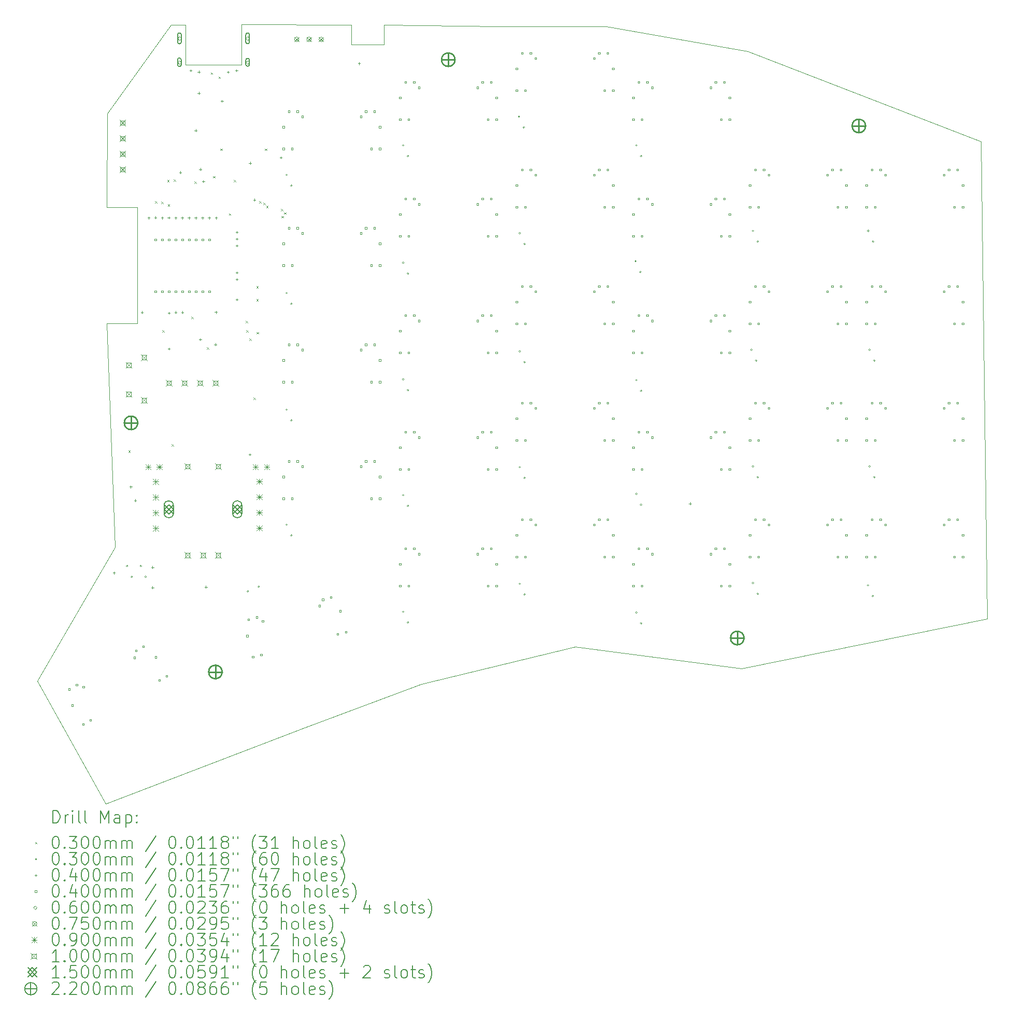
<source format=gbr>
%TF.GenerationSoftware,KiCad,Pcbnew,7.0.5.1-1-g8f565ef7f0-dirty-deb11*%
%TF.CreationDate,2023-08-12T11:48:30+00:00*%
%TF.ProjectId,hakea-fillets,68616b65-612d-4666-996c-6c6574732e6b,1.0.4*%
%TF.SameCoordinates,Original*%
%TF.FileFunction,Drillmap*%
%TF.FilePolarity,Positive*%
%FSLAX45Y45*%
G04 Gerber Fmt 4.5, Leading zero omitted, Abs format (unit mm)*
G04 Created by KiCad (PCBNEW 7.0.5.1-1-g8f565ef7f0-dirty-deb11) date 2023-08-12 11:48:30*
%MOMM*%
%LPD*%
G01*
G04 APERTURE LIST*
%ADD10C,0.050000*%
%ADD11C,0.200000*%
%ADD12C,0.030000*%
%ADD13C,0.040000*%
%ADD14C,0.060000*%
%ADD15C,0.075000*%
%ADD16C,0.090000*%
%ADD17C,0.100000*%
%ADD18C,0.150000*%
%ADD19C,0.220000*%
G04 APERTURE END LIST*
D10*
X12707620Y-2186940D02*
X12707620Y-2509520D01*
X13235940Y-2509520D01*
X13235940Y-2189480D01*
X15113000Y-2209800D01*
X16865600Y-2209800D01*
X19177000Y-2616200D01*
X22987000Y-4089400D01*
X23088600Y-11887200D01*
X19075400Y-12700000D01*
X16357600Y-12344400D01*
X13843000Y-12954000D01*
X11938000Y-13665200D01*
X8686800Y-14909800D01*
X7569200Y-12903200D01*
X8839200Y-10718800D01*
X8707120Y-7066280D01*
X9207401Y-7066314D01*
X9204861Y-5166394D01*
X8709517Y-5166360D01*
X8712200Y-3632200D01*
X9753600Y-2184400D01*
X9994900Y-2184400D01*
X9994900Y-2842260D01*
X10911840Y-2842260D01*
X10911840Y-2181860D01*
X12707620Y-2186940D01*
D11*
D12*
X9060420Y-9139160D02*
X9090420Y-9169160D01*
X9090420Y-9139160D02*
X9060420Y-9169160D01*
X9494760Y-5065000D02*
X9524760Y-5095000D01*
X9524760Y-5065000D02*
X9494760Y-5095000D01*
X9596360Y-5077700D02*
X9626360Y-5107700D01*
X9626360Y-5077700D02*
X9596360Y-5107700D01*
X9614140Y-7175740D02*
X9644140Y-7205740D01*
X9644140Y-7175740D02*
X9614140Y-7205740D01*
X9694167Y-4720813D02*
X9724167Y-4750813D01*
X9724167Y-4720813D02*
X9694167Y-4750813D01*
X9705580Y-5115800D02*
X9735580Y-5145800D01*
X9735580Y-5115800D02*
X9705580Y-5145800D01*
X9766540Y-9037560D02*
X9796540Y-9067560D01*
X9796540Y-9037560D02*
X9766540Y-9067560D01*
X9799560Y-4711940D02*
X9829560Y-4741940D01*
X9829560Y-4711940D02*
X9799560Y-4741940D01*
X10091660Y-6957300D02*
X10121660Y-6987300D01*
X10121660Y-6957300D02*
X10091660Y-6987300D01*
X10142460Y-4747500D02*
X10172460Y-4777500D01*
X10172460Y-4747500D02*
X10142460Y-4777500D01*
X10343120Y-7455140D02*
X10373120Y-7485140D01*
X10373120Y-7455140D02*
X10343120Y-7485140D01*
X10406620Y-2961880D02*
X10436620Y-2991880D01*
X10436620Y-2961880D02*
X10406620Y-2991880D01*
X10447260Y-4656060D02*
X10477260Y-4686060D01*
X10477260Y-4656060D02*
X10447260Y-4686060D01*
X10533620Y-3030460D02*
X10563620Y-3060460D01*
X10563620Y-3030460D02*
X10533620Y-3060460D01*
X10561560Y-4209020D02*
X10591560Y-4239020D01*
X10591560Y-4209020D02*
X10561560Y-4239020D01*
X10703800Y-5265660D02*
X10733800Y-5295660D01*
X10733800Y-5265660D02*
X10703800Y-5295660D01*
X10782540Y-4719560D02*
X10812540Y-4749560D01*
X10812540Y-4719560D02*
X10782540Y-4749560D01*
X10979090Y-7025112D02*
X11009090Y-7055112D01*
X11009090Y-7025112D02*
X10979090Y-7055112D01*
X10985740Y-7173200D02*
X11015740Y-7203200D01*
X11015740Y-7173200D02*
X10985740Y-7203200D01*
X11035939Y-7312900D02*
X11065939Y-7342900D01*
X11065939Y-7312900D02*
X11035939Y-7342900D01*
X11107660Y-8275560D02*
X11137660Y-8305560D01*
X11137660Y-8275560D02*
X11107660Y-8305560D01*
X11150840Y-6665200D02*
X11180840Y-6695200D01*
X11180840Y-6665200D02*
X11150840Y-6695200D01*
X11153380Y-6456920D02*
X11183380Y-6486920D01*
X11183380Y-6456920D02*
X11153380Y-6486920D01*
X11155838Y-7205202D02*
X11185838Y-7235202D01*
X11185838Y-7205202D02*
X11155838Y-7235202D01*
X11199100Y-5065000D02*
X11229100Y-5095000D01*
X11229100Y-5065000D02*
X11199100Y-5095000D01*
X11265876Y-5091682D02*
X11295876Y-5121682D01*
X11295876Y-5091682D02*
X11265876Y-5121682D01*
X11291462Y-4209020D02*
X11321462Y-4239020D01*
X11321462Y-4209020D02*
X11291462Y-4239020D01*
X11312598Y-5143740D02*
X11342598Y-5173740D01*
X11342598Y-5143740D02*
X11312598Y-5173740D01*
X11554700Y-5192000D02*
X11584700Y-5222000D01*
X11584700Y-5192000D02*
X11554700Y-5222000D01*
X11562047Y-5306901D02*
X11592047Y-5336901D01*
X11592047Y-5306901D02*
X11562047Y-5336901D01*
X11605500Y-5247880D02*
X11635500Y-5277880D01*
X11635500Y-5247880D02*
X11605500Y-5277880D01*
X9054860Y-11028040D02*
G75*
G03*
X9054860Y-11028040I-15000J0D01*
G01*
X9131060Y-11203940D02*
G75*
G03*
X9131060Y-11203940I-15000J0D01*
G01*
X9280920Y-11028040D02*
G75*
G03*
X9280920Y-11028040I-15000J0D01*
G01*
X9357120Y-11203940D02*
G75*
G03*
X9357120Y-11203940I-15000J0D01*
G01*
X11027800Y-11442700D02*
G75*
G03*
X11027800Y-11442700I-15000J0D01*
G01*
X11203700Y-11366500D02*
G75*
G03*
X11203700Y-11366500I-15000J0D01*
G01*
X11660900Y-4637400D02*
G75*
G03*
X11660900Y-4637400I-15000J0D01*
G01*
X11660900Y-6567800D02*
G75*
G03*
X11660900Y-6567800I-15000J0D01*
G01*
X11660900Y-8472800D02*
G75*
G03*
X11660900Y-8472800I-15000J0D01*
G01*
X11660900Y-10352400D02*
G75*
G03*
X11660900Y-10352400I-15000J0D01*
G01*
X11737100Y-4813300D02*
G75*
G03*
X11737100Y-4813300I-15000J0D01*
G01*
X11737100Y-6743700D02*
G75*
G03*
X11737100Y-6743700I-15000J0D01*
G01*
X11737100Y-8648700D02*
G75*
G03*
X11737100Y-8648700I-15000J0D01*
G01*
X11737100Y-10528300D02*
G75*
G03*
X11737100Y-10528300I-15000J0D01*
G01*
X13565900Y-4154800D02*
G75*
G03*
X13565900Y-4154800I-15000J0D01*
G01*
X13565900Y-6072600D02*
G75*
G03*
X13565900Y-6072600I-15000J0D01*
G01*
X13565900Y-7977600D02*
G75*
G03*
X13565900Y-7977600I-15000J0D01*
G01*
X13565900Y-9869800D02*
G75*
G03*
X13565900Y-9869800I-15000J0D01*
G01*
X13565900Y-11774800D02*
G75*
G03*
X13565900Y-11774800I-15000J0D01*
G01*
X13642100Y-4330700D02*
G75*
G03*
X13642100Y-4330700I-15000J0D01*
G01*
X13642100Y-6248500D02*
G75*
G03*
X13642100Y-6248500I-15000J0D01*
G01*
X13642100Y-8153500D02*
G75*
G03*
X13642100Y-8153500I-15000J0D01*
G01*
X13642100Y-10045700D02*
G75*
G03*
X13642100Y-10045700I-15000J0D01*
G01*
X13642100Y-11950700D02*
G75*
G03*
X13642100Y-11950700I-15000J0D01*
G01*
X15458300Y-3685000D02*
G75*
G03*
X15458300Y-3685000I-15000J0D01*
G01*
X15470900Y-5590000D02*
G75*
G03*
X15470900Y-5590000I-15000J0D01*
G01*
X15470900Y-7520400D02*
G75*
G03*
X15470900Y-7520400I-15000J0D01*
G01*
X15470900Y-9412600D02*
G75*
G03*
X15470900Y-9412600I-15000J0D01*
G01*
X15470900Y-11317600D02*
G75*
G03*
X15470900Y-11317600I-15000J0D01*
G01*
X15534500Y-3860900D02*
G75*
G03*
X15534500Y-3860900I-15000J0D01*
G01*
X15547100Y-5765900D02*
G75*
G03*
X15547100Y-5765900I-15000J0D01*
G01*
X15547100Y-7696300D02*
G75*
G03*
X15547100Y-7696300I-15000J0D01*
G01*
X15547100Y-9588500D02*
G75*
G03*
X15547100Y-9588500I-15000J0D01*
G01*
X15547100Y-11493500D02*
G75*
G03*
X15547100Y-11493500I-15000J0D01*
G01*
X17363300Y-6047200D02*
G75*
G03*
X17363300Y-6047200I-15000J0D01*
G01*
X17375900Y-4154800D02*
G75*
G03*
X17375900Y-4154800I-15000J0D01*
G01*
X17375900Y-7990200D02*
G75*
G03*
X17375900Y-7990200I-15000J0D01*
G01*
X17375900Y-9849480D02*
G75*
G03*
X17375900Y-9849480I-15000J0D01*
G01*
X17375900Y-11787400D02*
G75*
G03*
X17375900Y-11787400I-15000J0D01*
G01*
X17439500Y-6223100D02*
G75*
G03*
X17439500Y-6223100I-15000J0D01*
G01*
X17452100Y-4330700D02*
G75*
G03*
X17452100Y-4330700I-15000J0D01*
G01*
X17452100Y-8166100D02*
G75*
G03*
X17452100Y-8166100I-15000J0D01*
G01*
X17452100Y-10025380D02*
G75*
G03*
X17452100Y-10025380I-15000J0D01*
G01*
X17452100Y-11963300D02*
G75*
G03*
X17452100Y-11963300I-15000J0D01*
G01*
X19255500Y-7495000D02*
G75*
G03*
X19255500Y-7495000I-15000J0D01*
G01*
X19280900Y-5551800D02*
G75*
G03*
X19280900Y-5551800I-15000J0D01*
G01*
X19280900Y-9400000D02*
G75*
G03*
X19280900Y-9400000I-15000J0D01*
G01*
X19280900Y-11305000D02*
G75*
G03*
X19280900Y-11305000I-15000J0D01*
G01*
X19331700Y-7670900D02*
G75*
G03*
X19331700Y-7670900I-15000J0D01*
G01*
X19357100Y-5727700D02*
G75*
G03*
X19357100Y-5727700I-15000J0D01*
G01*
X19357100Y-9575900D02*
G75*
G03*
X19357100Y-9575900I-15000J0D01*
G01*
X19357100Y-11480900D02*
G75*
G03*
X19357100Y-11480900I-15000J0D01*
G01*
X21160500Y-11343000D02*
G75*
G03*
X21160500Y-11343000I-15000J0D01*
G01*
X21165580Y-5551800D02*
G75*
G03*
X21165580Y-5551800I-15000J0D01*
G01*
X21185900Y-7495000D02*
G75*
G03*
X21185900Y-7495000I-15000J0D01*
G01*
X21185900Y-9400000D02*
G75*
G03*
X21185900Y-9400000I-15000J0D01*
G01*
X21236700Y-11518900D02*
G75*
G03*
X21236700Y-11518900I-15000J0D01*
G01*
X21241780Y-5727700D02*
G75*
G03*
X21241780Y-5727700I-15000J0D01*
G01*
X21262100Y-7670900D02*
G75*
G03*
X21262100Y-7670900I-15000J0D01*
G01*
X21262100Y-9575900D02*
G75*
G03*
X21262100Y-9575900I-15000J0D01*
G01*
D13*
X8825830Y-11117230D02*
X8825830Y-11157230D01*
X8805830Y-11137230D02*
X8845830Y-11137230D01*
X9099490Y-9713280D02*
X9099490Y-9753280D01*
X9079490Y-9733280D02*
X9119490Y-9733280D01*
X9171940Y-9936800D02*
X9171940Y-9976800D01*
X9151940Y-9956800D02*
X9191940Y-9956800D01*
X9282660Y-6863860D02*
X9282660Y-6903860D01*
X9262660Y-6883860D02*
X9302660Y-6883860D01*
X9392660Y-5317420D02*
X9392660Y-5357420D01*
X9372660Y-5337420D02*
X9412660Y-5337420D01*
X9453880Y-11029000D02*
X9453880Y-11069000D01*
X9433880Y-11049000D02*
X9473880Y-11049000D01*
X9453880Y-11359200D02*
X9453880Y-11399200D01*
X9433880Y-11379200D02*
X9473880Y-11379200D01*
X9502660Y-5314100D02*
X9502660Y-5354100D01*
X9482660Y-5334100D02*
X9522660Y-5334100D01*
X9612660Y-5319080D02*
X9612660Y-5359080D01*
X9592660Y-5339080D02*
X9632660Y-5339080D01*
X9720260Y-5317000D02*
X9720260Y-5357000D01*
X9700260Y-5337000D02*
X9740260Y-5337000D01*
X9722660Y-6873560D02*
X9722660Y-6913560D01*
X9702660Y-6893560D02*
X9742660Y-6893560D01*
X9723120Y-7457760D02*
X9723120Y-7497760D01*
X9703120Y-7477760D02*
X9743120Y-7477760D01*
X9832340Y-5319080D02*
X9832340Y-5359080D01*
X9812340Y-5339080D02*
X9852340Y-5339080D01*
X9832660Y-6863860D02*
X9832660Y-6903860D01*
X9812660Y-6883860D02*
X9852660Y-6883860D01*
X9908540Y-4577400D02*
X9908540Y-4617400D01*
X9888540Y-4597400D02*
X9928540Y-4597400D01*
X9942340Y-5319080D02*
X9942340Y-5359080D01*
X9922340Y-5339080D02*
X9962340Y-5339080D01*
X9942660Y-6863860D02*
X9942660Y-6903860D01*
X9922660Y-6883860D02*
X9962660Y-6883860D01*
X10052340Y-5319080D02*
X10052340Y-5359080D01*
X10032340Y-5339080D02*
X10072340Y-5339080D01*
X10078720Y-2911160D02*
X10078720Y-2951160D01*
X10058720Y-2931160D02*
X10098720Y-2931160D01*
X10161600Y-3891600D02*
X10161600Y-3931600D01*
X10141600Y-3911600D02*
X10181600Y-3911600D01*
X10162340Y-5319080D02*
X10162340Y-5359080D01*
X10142340Y-5339080D02*
X10182340Y-5339080D01*
X10212100Y-2935320D02*
X10212100Y-2975320D01*
X10192100Y-2955320D02*
X10232100Y-2955320D01*
X10212320Y-3280480D02*
X10212320Y-3320480D01*
X10192320Y-3300480D02*
X10232320Y-3300480D01*
X10233660Y-7305360D02*
X10233660Y-7345360D01*
X10213660Y-7325360D02*
X10253660Y-7325360D01*
X10236200Y-4526600D02*
X10236200Y-4566600D01*
X10216200Y-4546600D02*
X10256200Y-4546600D01*
X10272340Y-5319080D02*
X10272340Y-5359080D01*
X10252340Y-5339080D02*
X10292340Y-5339080D01*
X10285210Y-4723200D02*
X10285210Y-4763200D01*
X10265210Y-4743200D02*
X10305210Y-4743200D01*
X10327640Y-11351580D02*
X10327640Y-11391580D01*
X10307640Y-11371580D02*
X10347640Y-11371580D01*
X10382340Y-5319080D02*
X10382340Y-5359080D01*
X10362340Y-5339080D02*
X10402340Y-5339080D01*
X10482580Y-7389180D02*
X10482580Y-7429180D01*
X10462580Y-7409180D02*
X10502580Y-7409180D01*
X10492660Y-6858860D02*
X10492660Y-6898860D01*
X10472660Y-6878860D02*
X10512660Y-6878860D01*
X10493844Y-5319477D02*
X10493844Y-5359477D01*
X10473844Y-5339477D02*
X10513844Y-5339477D01*
X10589260Y-3411540D02*
X10589260Y-3451540D01*
X10569260Y-3431540D02*
X10609260Y-3431540D01*
X10688928Y-2936956D02*
X10688928Y-2976956D01*
X10668928Y-2956956D02*
X10708928Y-2956956D01*
X10825480Y-2911160D02*
X10825480Y-2951160D01*
X10805480Y-2931160D02*
X10845480Y-2931160D01*
X10832660Y-5553860D02*
X10832660Y-5593860D01*
X10812660Y-5573860D02*
X10852660Y-5573860D01*
X10832660Y-5663860D02*
X10832660Y-5703860D01*
X10812660Y-5683860D02*
X10852660Y-5683860D01*
X10832660Y-5773860D02*
X10832660Y-5813860D01*
X10812660Y-5793860D02*
X10852660Y-5793860D01*
X10832660Y-6213860D02*
X10832660Y-6253860D01*
X10812660Y-6233860D02*
X10852660Y-6233860D01*
X10832660Y-6323860D02*
X10832660Y-6363860D01*
X10812660Y-6343860D02*
X10852660Y-6343860D01*
X10832660Y-6653860D02*
X10832660Y-6693860D01*
X10812660Y-6673860D02*
X10852660Y-6673860D01*
X11043920Y-9184960D02*
X11043920Y-9224960D01*
X11023920Y-9204960D02*
X11063920Y-9204960D01*
X11049000Y-4425000D02*
X11049000Y-4465000D01*
X11029000Y-4445000D02*
X11069000Y-4445000D01*
X11120120Y-5026980D02*
X11120120Y-5066980D01*
X11100120Y-5046980D02*
X11140120Y-5046980D01*
X11551920Y-4333560D02*
X11551920Y-4373560D01*
X11531920Y-4353560D02*
X11571920Y-4353560D01*
X12829540Y-2796860D02*
X12829540Y-2836860D01*
X12809540Y-2816860D02*
X12849540Y-2816860D01*
X18237200Y-9987600D02*
X18237200Y-10027600D01*
X18217200Y-10007600D02*
X18257200Y-10007600D01*
X8108724Y-13053672D02*
X8108724Y-13025387D01*
X8080439Y-13025387D01*
X8080439Y-13053672D01*
X8108724Y-13053672D01*
X8158734Y-13318092D02*
X8158734Y-13289808D01*
X8130449Y-13289808D01*
X8130449Y-13318092D01*
X8158734Y-13318092D01*
X8229707Y-12983822D02*
X8229707Y-12955537D01*
X8201423Y-12955537D01*
X8201423Y-12983822D01*
X8229707Y-12983822D01*
X8336534Y-13626051D02*
X8336534Y-13597767D01*
X8308249Y-13597767D01*
X8308249Y-13626051D01*
X8336534Y-13626051D01*
X8340850Y-13018727D02*
X8340850Y-12990442D01*
X8312565Y-12990442D01*
X8312565Y-13018727D01*
X8340850Y-13018727D01*
X8457518Y-13556201D02*
X8457518Y-13527917D01*
X8429233Y-13527917D01*
X8429233Y-13556201D01*
X8457518Y-13556201D01*
X9172235Y-12538727D02*
X9172235Y-12510442D01*
X9143950Y-12510442D01*
X9143950Y-12538727D01*
X9172235Y-12538727D01*
X9197577Y-12425022D02*
X9197577Y-12396737D01*
X9169293Y-12396737D01*
X9169293Y-12425022D01*
X9197577Y-12425022D01*
X9318561Y-12355172D02*
X9318561Y-12326887D01*
X9290276Y-12326887D01*
X9290276Y-12355172D01*
X9318561Y-12355172D01*
X9516802Y-5708002D02*
X9516802Y-5679718D01*
X9488518Y-5679718D01*
X9488518Y-5708002D01*
X9516802Y-5708002D01*
X9516802Y-6558002D02*
X9516802Y-6529718D01*
X9488518Y-6529718D01*
X9488518Y-6558002D01*
X9516802Y-6558002D01*
X9522551Y-12530692D02*
X9522551Y-12502408D01*
X9494266Y-12502408D01*
X9494266Y-12530692D01*
X9522551Y-12530692D01*
X9579367Y-12908501D02*
X9579367Y-12880217D01*
X9551082Y-12880217D01*
X9551082Y-12908501D01*
X9579367Y-12908501D01*
X9626802Y-5708002D02*
X9626802Y-5679718D01*
X9598518Y-5679718D01*
X9598518Y-5708002D01*
X9626802Y-5708002D01*
X9626802Y-6558002D02*
X9626802Y-6529718D01*
X9598518Y-6529718D01*
X9598518Y-6558002D01*
X9626802Y-6558002D01*
X9700351Y-12838651D02*
X9700351Y-12810367D01*
X9672066Y-12810367D01*
X9672066Y-12838651D01*
X9700351Y-12838651D01*
X9736802Y-5708002D02*
X9736802Y-5679718D01*
X9708518Y-5679718D01*
X9708518Y-5708002D01*
X9736802Y-5708002D01*
X9736802Y-6558002D02*
X9736802Y-6529718D01*
X9708518Y-6529718D01*
X9708518Y-6558002D01*
X9736802Y-6558002D01*
X9846802Y-5708002D02*
X9846802Y-5679718D01*
X9818518Y-5679718D01*
X9818518Y-5708002D01*
X9846802Y-5708002D01*
X9846802Y-6558002D02*
X9846802Y-6529718D01*
X9818518Y-6529718D01*
X9818518Y-6558002D01*
X9846802Y-6558002D01*
X9956802Y-5708002D02*
X9956802Y-5679718D01*
X9928518Y-5679718D01*
X9928518Y-5708002D01*
X9956802Y-5708002D01*
X9956802Y-6558002D02*
X9956802Y-6529718D01*
X9928518Y-6529718D01*
X9928518Y-6558002D01*
X9956802Y-6558002D01*
X10066802Y-5708002D02*
X10066802Y-5679718D01*
X10038518Y-5679718D01*
X10038518Y-5708002D01*
X10066802Y-5708002D01*
X10066802Y-6558002D02*
X10066802Y-6529718D01*
X10038518Y-6529718D01*
X10038518Y-6558002D01*
X10066802Y-6558002D01*
X10176802Y-5708002D02*
X10176802Y-5679718D01*
X10148518Y-5679718D01*
X10148518Y-5708002D01*
X10176802Y-5708002D01*
X10176802Y-6558002D02*
X10176802Y-6529718D01*
X10148518Y-6529718D01*
X10148518Y-6558002D01*
X10176802Y-6558002D01*
X10286802Y-5708002D02*
X10286802Y-5679718D01*
X10258518Y-5679718D01*
X10258518Y-5708002D01*
X10286802Y-5708002D01*
X10286802Y-6558002D02*
X10286802Y-6529718D01*
X10258518Y-6529718D01*
X10258518Y-6558002D01*
X10286802Y-6558002D01*
X10396802Y-5708002D02*
X10396802Y-5679718D01*
X10368518Y-5679718D01*
X10368518Y-5708002D01*
X10396802Y-5708002D01*
X10396802Y-6558002D02*
X10396802Y-6529718D01*
X10368518Y-6529718D01*
X10368518Y-6558002D01*
X10396802Y-6558002D01*
X11016314Y-12183350D02*
X11016314Y-12155065D01*
X10988030Y-12155065D01*
X10988030Y-12183350D01*
X11016314Y-12183350D01*
X11036445Y-11914995D02*
X11036445Y-11886711D01*
X11008160Y-11886711D01*
X11008160Y-11914995D01*
X11036445Y-11914995D01*
X11108350Y-12526833D02*
X11108350Y-12498548D01*
X11080066Y-12498548D01*
X11080066Y-12526833D01*
X11108350Y-12526833D01*
X11171385Y-11878838D02*
X11171385Y-11850554D01*
X11143100Y-11850554D01*
X11143100Y-11878838D01*
X11171385Y-11878838D01*
X11243290Y-12490676D02*
X11243290Y-12462391D01*
X11215005Y-12462391D01*
X11215005Y-12490676D01*
X11243290Y-12490676D01*
X11269706Y-11941320D02*
X11269706Y-11913035D01*
X11241422Y-11913035D01*
X11241422Y-11941320D01*
X11269706Y-11941320D01*
X11609242Y-3868592D02*
X11609242Y-3840308D01*
X11580958Y-3840308D01*
X11580958Y-3868592D01*
X11609242Y-3868592D01*
X11609242Y-4224192D02*
X11609242Y-4195908D01*
X11580958Y-4195908D01*
X11580958Y-4224192D01*
X11609242Y-4224192D01*
X11609242Y-5773592D02*
X11609242Y-5745308D01*
X11580958Y-5745308D01*
X11580958Y-5773592D01*
X11609242Y-5773592D01*
X11609242Y-6129192D02*
X11609242Y-6100908D01*
X11580958Y-6100908D01*
X11580958Y-6129192D01*
X11609242Y-6129192D01*
X11609242Y-7678592D02*
X11609242Y-7650308D01*
X11580958Y-7650308D01*
X11580958Y-7678592D01*
X11609242Y-7678592D01*
X11609242Y-8034192D02*
X11609242Y-8005908D01*
X11580958Y-8005908D01*
X11580958Y-8034192D01*
X11609242Y-8034192D01*
X11609242Y-9583592D02*
X11609242Y-9555308D01*
X11580958Y-9555308D01*
X11580958Y-9583592D01*
X11609242Y-9583592D01*
X11609242Y-9939192D02*
X11609242Y-9910908D01*
X11580958Y-9910908D01*
X11580958Y-9939192D01*
X11609242Y-9939192D01*
X11698142Y-3614592D02*
X11698142Y-3586308D01*
X11669858Y-3586308D01*
X11669858Y-3614592D01*
X11698142Y-3614592D01*
X11698142Y-5519592D02*
X11698142Y-5491308D01*
X11669858Y-5491308D01*
X11669858Y-5519592D01*
X11698142Y-5519592D01*
X11698142Y-7424592D02*
X11698142Y-7396308D01*
X11669858Y-7396308D01*
X11669858Y-7424592D01*
X11698142Y-7424592D01*
X11698142Y-9329592D02*
X11698142Y-9301308D01*
X11669858Y-9301308D01*
X11669858Y-9329592D01*
X11698142Y-9329592D01*
X11748942Y-4224192D02*
X11748942Y-4195908D01*
X11720658Y-4195908D01*
X11720658Y-4224192D01*
X11748942Y-4224192D01*
X11748942Y-6129192D02*
X11748942Y-6100908D01*
X11720658Y-6100908D01*
X11720658Y-6129192D01*
X11748942Y-6129192D01*
X11748942Y-8034192D02*
X11748942Y-8005908D01*
X11720658Y-8005908D01*
X11720658Y-8034192D01*
X11748942Y-8034192D01*
X11748942Y-9939192D02*
X11748942Y-9910908D01*
X11720658Y-9910908D01*
X11720658Y-9939192D01*
X11748942Y-9939192D01*
X11837842Y-3614592D02*
X11837842Y-3586308D01*
X11809558Y-3586308D01*
X11809558Y-3614592D01*
X11837842Y-3614592D01*
X11837842Y-5519592D02*
X11837842Y-5491308D01*
X11809558Y-5491308D01*
X11809558Y-5519592D01*
X11837842Y-5519592D01*
X11837842Y-7424592D02*
X11837842Y-7396308D01*
X11809558Y-7396308D01*
X11809558Y-7424592D01*
X11837842Y-7424592D01*
X11837842Y-9329592D02*
X11837842Y-9301308D01*
X11809558Y-9301308D01*
X11809558Y-9329592D01*
X11837842Y-9329592D01*
X11916642Y-3700392D02*
X11916642Y-3672108D01*
X11888358Y-3672108D01*
X11888358Y-3700392D01*
X11916642Y-3700392D01*
X11916642Y-5605392D02*
X11916642Y-5577108D01*
X11888358Y-5577108D01*
X11888358Y-5605392D01*
X11916642Y-5605392D01*
X11916642Y-7510392D02*
X11916642Y-7482108D01*
X11888358Y-7482108D01*
X11888358Y-7510392D01*
X11916642Y-7510392D01*
X11916642Y-9415392D02*
X11916642Y-9387108D01*
X11888358Y-9387108D01*
X11888358Y-9415392D01*
X11916642Y-9415392D01*
X12196995Y-11692854D02*
X12196995Y-11664569D01*
X12168711Y-11664569D01*
X12168711Y-11692854D01*
X12196995Y-11692854D01*
X12250904Y-11589582D02*
X12250904Y-11561298D01*
X12222619Y-11561298D01*
X12222619Y-11589582D01*
X12250904Y-11589582D01*
X12385843Y-11553425D02*
X12385843Y-11525141D01*
X12357559Y-11525141D01*
X12357559Y-11553425D01*
X12385843Y-11553425D01*
X12494550Y-12155402D02*
X12494550Y-12127117D01*
X12466266Y-12127117D01*
X12466266Y-12155402D01*
X12494550Y-12155402D01*
X12537454Y-11775761D02*
X12537454Y-11747477D01*
X12509170Y-11747477D01*
X12509170Y-11775761D01*
X12537454Y-11775761D01*
X12629490Y-12119245D02*
X12629490Y-12090960D01*
X12601206Y-12090960D01*
X12601206Y-12119245D01*
X12629490Y-12119245D01*
X12876642Y-3700392D02*
X12876642Y-3672108D01*
X12848358Y-3672108D01*
X12848358Y-3700392D01*
X12876642Y-3700392D01*
X12876642Y-5605392D02*
X12876642Y-5577108D01*
X12848358Y-5577108D01*
X12848358Y-5605392D01*
X12876642Y-5605392D01*
X12876642Y-7510392D02*
X12876642Y-7482108D01*
X12848358Y-7482108D01*
X12848358Y-7510392D01*
X12876642Y-7510392D01*
X12876642Y-9415392D02*
X12876642Y-9387108D01*
X12848358Y-9387108D01*
X12848358Y-9415392D01*
X12876642Y-9415392D01*
X12955442Y-3614592D02*
X12955442Y-3586308D01*
X12927158Y-3586308D01*
X12927158Y-3614592D01*
X12955442Y-3614592D01*
X12955442Y-5519592D02*
X12955442Y-5491308D01*
X12927158Y-5491308D01*
X12927158Y-5519592D01*
X12955442Y-5519592D01*
X12955442Y-7424592D02*
X12955442Y-7396308D01*
X12927158Y-7396308D01*
X12927158Y-7424592D01*
X12955442Y-7424592D01*
X12955442Y-9329592D02*
X12955442Y-9301308D01*
X12927158Y-9301308D01*
X12927158Y-9329592D01*
X12955442Y-9329592D01*
X13044342Y-4224192D02*
X13044342Y-4195908D01*
X13016058Y-4195908D01*
X13016058Y-4224192D01*
X13044342Y-4224192D01*
X13044342Y-6129192D02*
X13044342Y-6100908D01*
X13016058Y-6100908D01*
X13016058Y-6129192D01*
X13044342Y-6129192D01*
X13044342Y-8034192D02*
X13044342Y-8005908D01*
X13016058Y-8005908D01*
X13016058Y-8034192D01*
X13044342Y-8034192D01*
X13044342Y-9939192D02*
X13044342Y-9910908D01*
X13016058Y-9910908D01*
X13016058Y-9939192D01*
X13044342Y-9939192D01*
X13095142Y-3614592D02*
X13095142Y-3586308D01*
X13066858Y-3586308D01*
X13066858Y-3614592D01*
X13095142Y-3614592D01*
X13095142Y-5519592D02*
X13095142Y-5491308D01*
X13066858Y-5491308D01*
X13066858Y-5519592D01*
X13095142Y-5519592D01*
X13095142Y-7424592D02*
X13095142Y-7396308D01*
X13066858Y-7396308D01*
X13066858Y-7424592D01*
X13095142Y-7424592D01*
X13095142Y-9329592D02*
X13095142Y-9301308D01*
X13066858Y-9301308D01*
X13066858Y-9329592D01*
X13095142Y-9329592D01*
X13184042Y-3868592D02*
X13184042Y-3840308D01*
X13155758Y-3840308D01*
X13155758Y-3868592D01*
X13184042Y-3868592D01*
X13184042Y-4224192D02*
X13184042Y-4195908D01*
X13155758Y-4195908D01*
X13155758Y-4224192D01*
X13184042Y-4224192D01*
X13184042Y-5773592D02*
X13184042Y-5745308D01*
X13155758Y-5745308D01*
X13155758Y-5773592D01*
X13184042Y-5773592D01*
X13184042Y-6129192D02*
X13184042Y-6100908D01*
X13155758Y-6100908D01*
X13155758Y-6129192D01*
X13184042Y-6129192D01*
X13184042Y-7678592D02*
X13184042Y-7650308D01*
X13155758Y-7650308D01*
X13155758Y-7678592D01*
X13184042Y-7678592D01*
X13184042Y-8034192D02*
X13184042Y-8005908D01*
X13155758Y-8005908D01*
X13155758Y-8034192D01*
X13184042Y-8034192D01*
X13184042Y-9583592D02*
X13184042Y-9555308D01*
X13155758Y-9555308D01*
X13155758Y-9583592D01*
X13184042Y-9583592D01*
X13184042Y-9939192D02*
X13184042Y-9910908D01*
X13155758Y-9910908D01*
X13155758Y-9939192D01*
X13184042Y-9939192D01*
X13514242Y-3392342D02*
X13514242Y-3364058D01*
X13485958Y-3364058D01*
X13485958Y-3392342D01*
X13514242Y-3392342D01*
X13514242Y-3747942D02*
X13514242Y-3719658D01*
X13485958Y-3719658D01*
X13485958Y-3747942D01*
X13514242Y-3747942D01*
X13514242Y-5297342D02*
X13514242Y-5269058D01*
X13485958Y-5269058D01*
X13485958Y-5297342D01*
X13514242Y-5297342D01*
X13514242Y-5652942D02*
X13514242Y-5624658D01*
X13485958Y-5624658D01*
X13485958Y-5652942D01*
X13514242Y-5652942D01*
X13514242Y-7202342D02*
X13514242Y-7174058D01*
X13485958Y-7174058D01*
X13485958Y-7202342D01*
X13514242Y-7202342D01*
X13514242Y-7557942D02*
X13514242Y-7529658D01*
X13485958Y-7529658D01*
X13485958Y-7557942D01*
X13514242Y-7557942D01*
X13514242Y-9107342D02*
X13514242Y-9079058D01*
X13485958Y-9079058D01*
X13485958Y-9107342D01*
X13514242Y-9107342D01*
X13514242Y-9462942D02*
X13514242Y-9434658D01*
X13485958Y-9434658D01*
X13485958Y-9462942D01*
X13514242Y-9462942D01*
X13514242Y-11012342D02*
X13514242Y-10984058D01*
X13485958Y-10984058D01*
X13485958Y-11012342D01*
X13514242Y-11012342D01*
X13514242Y-11367942D02*
X13514242Y-11339658D01*
X13485958Y-11339658D01*
X13485958Y-11367942D01*
X13514242Y-11367942D01*
X13603142Y-3138342D02*
X13603142Y-3110058D01*
X13574858Y-3110058D01*
X13574858Y-3138342D01*
X13603142Y-3138342D01*
X13603142Y-5043342D02*
X13603142Y-5015058D01*
X13574858Y-5015058D01*
X13574858Y-5043342D01*
X13603142Y-5043342D01*
X13603142Y-6948342D02*
X13603142Y-6920058D01*
X13574858Y-6920058D01*
X13574858Y-6948342D01*
X13603142Y-6948342D01*
X13603142Y-8853342D02*
X13603142Y-8825058D01*
X13574858Y-8825058D01*
X13574858Y-8853342D01*
X13603142Y-8853342D01*
X13603142Y-10758342D02*
X13603142Y-10730058D01*
X13574858Y-10730058D01*
X13574858Y-10758342D01*
X13603142Y-10758342D01*
X13653942Y-3747942D02*
X13653942Y-3719658D01*
X13625658Y-3719658D01*
X13625658Y-3747942D01*
X13653942Y-3747942D01*
X13653942Y-5652942D02*
X13653942Y-5624658D01*
X13625658Y-5624658D01*
X13625658Y-5652942D01*
X13653942Y-5652942D01*
X13653942Y-7557942D02*
X13653942Y-7529658D01*
X13625658Y-7529658D01*
X13625658Y-7557942D01*
X13653942Y-7557942D01*
X13653942Y-9462942D02*
X13653942Y-9434658D01*
X13625658Y-9434658D01*
X13625658Y-9462942D01*
X13653942Y-9462942D01*
X13653942Y-11367942D02*
X13653942Y-11339658D01*
X13625658Y-11339658D01*
X13625658Y-11367942D01*
X13653942Y-11367942D01*
X13742842Y-3138342D02*
X13742842Y-3110058D01*
X13714558Y-3110058D01*
X13714558Y-3138342D01*
X13742842Y-3138342D01*
X13742842Y-5043342D02*
X13742842Y-5015058D01*
X13714558Y-5015058D01*
X13714558Y-5043342D01*
X13742842Y-5043342D01*
X13742842Y-6948342D02*
X13742842Y-6920058D01*
X13714558Y-6920058D01*
X13714558Y-6948342D01*
X13742842Y-6948342D01*
X13742842Y-8853342D02*
X13742842Y-8825058D01*
X13714558Y-8825058D01*
X13714558Y-8853342D01*
X13742842Y-8853342D01*
X13742842Y-10758342D02*
X13742842Y-10730058D01*
X13714558Y-10730058D01*
X13714558Y-10758342D01*
X13742842Y-10758342D01*
X13821642Y-3224142D02*
X13821642Y-3195858D01*
X13793358Y-3195858D01*
X13793358Y-3224142D01*
X13821642Y-3224142D01*
X13821642Y-5129142D02*
X13821642Y-5100858D01*
X13793358Y-5100858D01*
X13793358Y-5129142D01*
X13821642Y-5129142D01*
X13821642Y-7034142D02*
X13821642Y-7005858D01*
X13793358Y-7005858D01*
X13793358Y-7034142D01*
X13821642Y-7034142D01*
X13821642Y-8939142D02*
X13821642Y-8910858D01*
X13793358Y-8910858D01*
X13793358Y-8939142D01*
X13821642Y-8939142D01*
X13821642Y-10844142D02*
X13821642Y-10815858D01*
X13793358Y-10815858D01*
X13793358Y-10844142D01*
X13821642Y-10844142D01*
X14781642Y-3224142D02*
X14781642Y-3195858D01*
X14753358Y-3195858D01*
X14753358Y-3224142D01*
X14781642Y-3224142D01*
X14781642Y-5129142D02*
X14781642Y-5100858D01*
X14753358Y-5100858D01*
X14753358Y-5129142D01*
X14781642Y-5129142D01*
X14781642Y-7034142D02*
X14781642Y-7005858D01*
X14753358Y-7005858D01*
X14753358Y-7034142D01*
X14781642Y-7034142D01*
X14781642Y-8939142D02*
X14781642Y-8910858D01*
X14753358Y-8910858D01*
X14753358Y-8939142D01*
X14781642Y-8939142D01*
X14781642Y-10844142D02*
X14781642Y-10815858D01*
X14753358Y-10815858D01*
X14753358Y-10844142D01*
X14781642Y-10844142D01*
X14860442Y-3138342D02*
X14860442Y-3110058D01*
X14832158Y-3110058D01*
X14832158Y-3138342D01*
X14860442Y-3138342D01*
X14860442Y-5043342D02*
X14860442Y-5015058D01*
X14832158Y-5015058D01*
X14832158Y-5043342D01*
X14860442Y-5043342D01*
X14860442Y-6948342D02*
X14860442Y-6920058D01*
X14832158Y-6920058D01*
X14832158Y-6948342D01*
X14860442Y-6948342D01*
X14860442Y-8853342D02*
X14860442Y-8825058D01*
X14832158Y-8825058D01*
X14832158Y-8853342D01*
X14860442Y-8853342D01*
X14860442Y-10758342D02*
X14860442Y-10730058D01*
X14832158Y-10730058D01*
X14832158Y-10758342D01*
X14860442Y-10758342D01*
X14949342Y-3747942D02*
X14949342Y-3719658D01*
X14921058Y-3719658D01*
X14921058Y-3747942D01*
X14949342Y-3747942D01*
X14949342Y-5652942D02*
X14949342Y-5624658D01*
X14921058Y-5624658D01*
X14921058Y-5652942D01*
X14949342Y-5652942D01*
X14949342Y-7557942D02*
X14949342Y-7529658D01*
X14921058Y-7529658D01*
X14921058Y-7557942D01*
X14949342Y-7557942D01*
X14949342Y-9462942D02*
X14949342Y-9434658D01*
X14921058Y-9434658D01*
X14921058Y-9462942D01*
X14949342Y-9462942D01*
X14949342Y-11367942D02*
X14949342Y-11339658D01*
X14921058Y-11339658D01*
X14921058Y-11367942D01*
X14949342Y-11367942D01*
X15000142Y-3138342D02*
X15000142Y-3110058D01*
X14971858Y-3110058D01*
X14971858Y-3138342D01*
X15000142Y-3138342D01*
X15000142Y-5043342D02*
X15000142Y-5015058D01*
X14971858Y-5015058D01*
X14971858Y-5043342D01*
X15000142Y-5043342D01*
X15000142Y-6948342D02*
X15000142Y-6920058D01*
X14971858Y-6920058D01*
X14971858Y-6948342D01*
X15000142Y-6948342D01*
X15000142Y-8853342D02*
X15000142Y-8825058D01*
X14971858Y-8825058D01*
X14971858Y-8853342D01*
X15000142Y-8853342D01*
X15000142Y-10758342D02*
X15000142Y-10730058D01*
X14971858Y-10730058D01*
X14971858Y-10758342D01*
X15000142Y-10758342D01*
X15089042Y-3392342D02*
X15089042Y-3364058D01*
X15060758Y-3364058D01*
X15060758Y-3392342D01*
X15089042Y-3392342D01*
X15089042Y-3747942D02*
X15089042Y-3719658D01*
X15060758Y-3719658D01*
X15060758Y-3747942D01*
X15089042Y-3747942D01*
X15089042Y-5297342D02*
X15089042Y-5269058D01*
X15060758Y-5269058D01*
X15060758Y-5297342D01*
X15089042Y-5297342D01*
X15089042Y-5652942D02*
X15089042Y-5624658D01*
X15060758Y-5624658D01*
X15060758Y-5652942D01*
X15089042Y-5652942D01*
X15089042Y-7202342D02*
X15089042Y-7174058D01*
X15060758Y-7174058D01*
X15060758Y-7202342D01*
X15089042Y-7202342D01*
X15089042Y-7557942D02*
X15089042Y-7529658D01*
X15060758Y-7529658D01*
X15060758Y-7557942D01*
X15089042Y-7557942D01*
X15089042Y-9107342D02*
X15089042Y-9079058D01*
X15060758Y-9079058D01*
X15060758Y-9107342D01*
X15089042Y-9107342D01*
X15089042Y-9462942D02*
X15089042Y-9434658D01*
X15060758Y-9434658D01*
X15060758Y-9462942D01*
X15089042Y-9462942D01*
X15089042Y-11012342D02*
X15089042Y-10984058D01*
X15060758Y-10984058D01*
X15060758Y-11012342D01*
X15089042Y-11012342D01*
X15089042Y-11367942D02*
X15089042Y-11339658D01*
X15060758Y-11339658D01*
X15060758Y-11367942D01*
X15089042Y-11367942D01*
X15419242Y-2916092D02*
X15419242Y-2887808D01*
X15390958Y-2887808D01*
X15390958Y-2916092D01*
X15419242Y-2916092D01*
X15419242Y-3271692D02*
X15419242Y-3243408D01*
X15390958Y-3243408D01*
X15390958Y-3271692D01*
X15419242Y-3271692D01*
X15419242Y-4821092D02*
X15419242Y-4792808D01*
X15390958Y-4792808D01*
X15390958Y-4821092D01*
X15419242Y-4821092D01*
X15419242Y-5176692D02*
X15419242Y-5148408D01*
X15390958Y-5148408D01*
X15390958Y-5176692D01*
X15419242Y-5176692D01*
X15419242Y-6726092D02*
X15419242Y-6697808D01*
X15390958Y-6697808D01*
X15390958Y-6726092D01*
X15419242Y-6726092D01*
X15419242Y-7081692D02*
X15419242Y-7053408D01*
X15390958Y-7053408D01*
X15390958Y-7081692D01*
X15419242Y-7081692D01*
X15419242Y-8631092D02*
X15419242Y-8602808D01*
X15390958Y-8602808D01*
X15390958Y-8631092D01*
X15419242Y-8631092D01*
X15419242Y-8986692D02*
X15419242Y-8958408D01*
X15390958Y-8958408D01*
X15390958Y-8986692D01*
X15419242Y-8986692D01*
X15419242Y-10536092D02*
X15419242Y-10507808D01*
X15390958Y-10507808D01*
X15390958Y-10536092D01*
X15419242Y-10536092D01*
X15419242Y-10891692D02*
X15419242Y-10863408D01*
X15390958Y-10863408D01*
X15390958Y-10891692D01*
X15419242Y-10891692D01*
X15508142Y-2662092D02*
X15508142Y-2633808D01*
X15479858Y-2633808D01*
X15479858Y-2662092D01*
X15508142Y-2662092D01*
X15508142Y-4567092D02*
X15508142Y-4538808D01*
X15479858Y-4538808D01*
X15479858Y-4567092D01*
X15508142Y-4567092D01*
X15508142Y-6472092D02*
X15508142Y-6443808D01*
X15479858Y-6443808D01*
X15479858Y-6472092D01*
X15508142Y-6472092D01*
X15508142Y-8377092D02*
X15508142Y-8348808D01*
X15479858Y-8348808D01*
X15479858Y-8377092D01*
X15508142Y-8377092D01*
X15508142Y-10282092D02*
X15508142Y-10253808D01*
X15479858Y-10253808D01*
X15479858Y-10282092D01*
X15508142Y-10282092D01*
X15558942Y-3271692D02*
X15558942Y-3243408D01*
X15530658Y-3243408D01*
X15530658Y-3271692D01*
X15558942Y-3271692D01*
X15558942Y-5176692D02*
X15558942Y-5148408D01*
X15530658Y-5148408D01*
X15530658Y-5176692D01*
X15558942Y-5176692D01*
X15558942Y-7081692D02*
X15558942Y-7053408D01*
X15530658Y-7053408D01*
X15530658Y-7081692D01*
X15558942Y-7081692D01*
X15558942Y-8986692D02*
X15558942Y-8958408D01*
X15530658Y-8958408D01*
X15530658Y-8986692D01*
X15558942Y-8986692D01*
X15558942Y-10891692D02*
X15558942Y-10863408D01*
X15530658Y-10863408D01*
X15530658Y-10891692D01*
X15558942Y-10891692D01*
X15647842Y-2662092D02*
X15647842Y-2633808D01*
X15619558Y-2633808D01*
X15619558Y-2662092D01*
X15647842Y-2662092D01*
X15647842Y-4567092D02*
X15647842Y-4538808D01*
X15619558Y-4538808D01*
X15619558Y-4567092D01*
X15647842Y-4567092D01*
X15647842Y-6472092D02*
X15647842Y-6443808D01*
X15619558Y-6443808D01*
X15619558Y-6472092D01*
X15647842Y-6472092D01*
X15647842Y-8377092D02*
X15647842Y-8348808D01*
X15619558Y-8348808D01*
X15619558Y-8377092D01*
X15647842Y-8377092D01*
X15647842Y-10282092D02*
X15647842Y-10253808D01*
X15619558Y-10253808D01*
X15619558Y-10282092D01*
X15647842Y-10282092D01*
X15726642Y-2747892D02*
X15726642Y-2719608D01*
X15698358Y-2719608D01*
X15698358Y-2747892D01*
X15726642Y-2747892D01*
X15726642Y-4652892D02*
X15726642Y-4624608D01*
X15698358Y-4624608D01*
X15698358Y-4652892D01*
X15726642Y-4652892D01*
X15726642Y-6557892D02*
X15726642Y-6529608D01*
X15698358Y-6529608D01*
X15698358Y-6557892D01*
X15726642Y-6557892D01*
X15726642Y-8462892D02*
X15726642Y-8434608D01*
X15698358Y-8434608D01*
X15698358Y-8462892D01*
X15726642Y-8462892D01*
X15726642Y-10367892D02*
X15726642Y-10339608D01*
X15698358Y-10339608D01*
X15698358Y-10367892D01*
X15726642Y-10367892D01*
X16686642Y-2747892D02*
X16686642Y-2719608D01*
X16658358Y-2719608D01*
X16658358Y-2747892D01*
X16686642Y-2747892D01*
X16686642Y-4652892D02*
X16686642Y-4624608D01*
X16658358Y-4624608D01*
X16658358Y-4652892D01*
X16686642Y-4652892D01*
X16686642Y-6557892D02*
X16686642Y-6529608D01*
X16658358Y-6529608D01*
X16658358Y-6557892D01*
X16686642Y-6557892D01*
X16686642Y-8462892D02*
X16686642Y-8434608D01*
X16658358Y-8434608D01*
X16658358Y-8462892D01*
X16686642Y-8462892D01*
X16686642Y-10367892D02*
X16686642Y-10339608D01*
X16658358Y-10339608D01*
X16658358Y-10367892D01*
X16686642Y-10367892D01*
X16765442Y-2662092D02*
X16765442Y-2633808D01*
X16737158Y-2633808D01*
X16737158Y-2662092D01*
X16765442Y-2662092D01*
X16765442Y-4567092D02*
X16765442Y-4538808D01*
X16737158Y-4538808D01*
X16737158Y-4567092D01*
X16765442Y-4567092D01*
X16765442Y-6472092D02*
X16765442Y-6443808D01*
X16737158Y-6443808D01*
X16737158Y-6472092D01*
X16765442Y-6472092D01*
X16765442Y-8377092D02*
X16765442Y-8348808D01*
X16737158Y-8348808D01*
X16737158Y-8377092D01*
X16765442Y-8377092D01*
X16765442Y-10282092D02*
X16765442Y-10253808D01*
X16737158Y-10253808D01*
X16737158Y-10282092D01*
X16765442Y-10282092D01*
X16854342Y-3271692D02*
X16854342Y-3243408D01*
X16826058Y-3243408D01*
X16826058Y-3271692D01*
X16854342Y-3271692D01*
X16854342Y-5176692D02*
X16854342Y-5148408D01*
X16826058Y-5148408D01*
X16826058Y-5176692D01*
X16854342Y-5176692D01*
X16854342Y-7081692D02*
X16854342Y-7053408D01*
X16826058Y-7053408D01*
X16826058Y-7081692D01*
X16854342Y-7081692D01*
X16854342Y-8986692D02*
X16854342Y-8958408D01*
X16826058Y-8958408D01*
X16826058Y-8986692D01*
X16854342Y-8986692D01*
X16854342Y-10891692D02*
X16854342Y-10863408D01*
X16826058Y-10863408D01*
X16826058Y-10891692D01*
X16854342Y-10891692D01*
X16905142Y-2662092D02*
X16905142Y-2633808D01*
X16876858Y-2633808D01*
X16876858Y-2662092D01*
X16905142Y-2662092D01*
X16905142Y-4567092D02*
X16905142Y-4538808D01*
X16876858Y-4538808D01*
X16876858Y-4567092D01*
X16905142Y-4567092D01*
X16905142Y-6472092D02*
X16905142Y-6443808D01*
X16876858Y-6443808D01*
X16876858Y-6472092D01*
X16905142Y-6472092D01*
X16905142Y-8377092D02*
X16905142Y-8348808D01*
X16876858Y-8348808D01*
X16876858Y-8377092D01*
X16905142Y-8377092D01*
X16905142Y-10282092D02*
X16905142Y-10253808D01*
X16876858Y-10253808D01*
X16876858Y-10282092D01*
X16905142Y-10282092D01*
X16994042Y-2916092D02*
X16994042Y-2887808D01*
X16965758Y-2887808D01*
X16965758Y-2916092D01*
X16994042Y-2916092D01*
X16994042Y-3271692D02*
X16994042Y-3243408D01*
X16965758Y-3243408D01*
X16965758Y-3271692D01*
X16994042Y-3271692D01*
X16994042Y-4821092D02*
X16994042Y-4792808D01*
X16965758Y-4792808D01*
X16965758Y-4821092D01*
X16994042Y-4821092D01*
X16994042Y-5176692D02*
X16994042Y-5148408D01*
X16965758Y-5148408D01*
X16965758Y-5176692D01*
X16994042Y-5176692D01*
X16994042Y-6726092D02*
X16994042Y-6697808D01*
X16965758Y-6697808D01*
X16965758Y-6726092D01*
X16994042Y-6726092D01*
X16994042Y-7081692D02*
X16994042Y-7053408D01*
X16965758Y-7053408D01*
X16965758Y-7081692D01*
X16994042Y-7081692D01*
X16994042Y-8631092D02*
X16994042Y-8602808D01*
X16965758Y-8602808D01*
X16965758Y-8631092D01*
X16994042Y-8631092D01*
X16994042Y-8986692D02*
X16994042Y-8958408D01*
X16965758Y-8958408D01*
X16965758Y-8986692D01*
X16994042Y-8986692D01*
X16994042Y-10536092D02*
X16994042Y-10507808D01*
X16965758Y-10507808D01*
X16965758Y-10536092D01*
X16994042Y-10536092D01*
X16994042Y-10891692D02*
X16994042Y-10863408D01*
X16965758Y-10863408D01*
X16965758Y-10891692D01*
X16994042Y-10891692D01*
X17324242Y-3392342D02*
X17324242Y-3364058D01*
X17295958Y-3364058D01*
X17295958Y-3392342D01*
X17324242Y-3392342D01*
X17324242Y-3747942D02*
X17324242Y-3719658D01*
X17295958Y-3719658D01*
X17295958Y-3747942D01*
X17324242Y-3747942D01*
X17324242Y-5297342D02*
X17324242Y-5269058D01*
X17295958Y-5269058D01*
X17295958Y-5297342D01*
X17324242Y-5297342D01*
X17324242Y-5652942D02*
X17324242Y-5624658D01*
X17295958Y-5624658D01*
X17295958Y-5652942D01*
X17324242Y-5652942D01*
X17324242Y-7202342D02*
X17324242Y-7174058D01*
X17295958Y-7174058D01*
X17295958Y-7202342D01*
X17324242Y-7202342D01*
X17324242Y-7557942D02*
X17324242Y-7529658D01*
X17295958Y-7529658D01*
X17295958Y-7557942D01*
X17324242Y-7557942D01*
X17324242Y-9107342D02*
X17324242Y-9079058D01*
X17295958Y-9079058D01*
X17295958Y-9107342D01*
X17324242Y-9107342D01*
X17324242Y-9462942D02*
X17324242Y-9434658D01*
X17295958Y-9434658D01*
X17295958Y-9462942D01*
X17324242Y-9462942D01*
X17324242Y-11012342D02*
X17324242Y-10984058D01*
X17295958Y-10984058D01*
X17295958Y-11012342D01*
X17324242Y-11012342D01*
X17324242Y-11367942D02*
X17324242Y-11339658D01*
X17295958Y-11339658D01*
X17295958Y-11367942D01*
X17324242Y-11367942D01*
X17413142Y-3138342D02*
X17413142Y-3110058D01*
X17384858Y-3110058D01*
X17384858Y-3138342D01*
X17413142Y-3138342D01*
X17413142Y-5043342D02*
X17413142Y-5015058D01*
X17384858Y-5015058D01*
X17384858Y-5043342D01*
X17413142Y-5043342D01*
X17413142Y-6948342D02*
X17413142Y-6920058D01*
X17384858Y-6920058D01*
X17384858Y-6948342D01*
X17413142Y-6948342D01*
X17413142Y-8853342D02*
X17413142Y-8825058D01*
X17384858Y-8825058D01*
X17384858Y-8853342D01*
X17413142Y-8853342D01*
X17413142Y-10758342D02*
X17413142Y-10730058D01*
X17384858Y-10730058D01*
X17384858Y-10758342D01*
X17413142Y-10758342D01*
X17463942Y-3747942D02*
X17463942Y-3719658D01*
X17435658Y-3719658D01*
X17435658Y-3747942D01*
X17463942Y-3747942D01*
X17463942Y-5652942D02*
X17463942Y-5624658D01*
X17435658Y-5624658D01*
X17435658Y-5652942D01*
X17463942Y-5652942D01*
X17463942Y-7557942D02*
X17463942Y-7529658D01*
X17435658Y-7529658D01*
X17435658Y-7557942D01*
X17463942Y-7557942D01*
X17463942Y-9462942D02*
X17463942Y-9434658D01*
X17435658Y-9434658D01*
X17435658Y-9462942D01*
X17463942Y-9462942D01*
X17463942Y-11367942D02*
X17463942Y-11339658D01*
X17435658Y-11339658D01*
X17435658Y-11367942D01*
X17463942Y-11367942D01*
X17552842Y-3138342D02*
X17552842Y-3110058D01*
X17524558Y-3110058D01*
X17524558Y-3138342D01*
X17552842Y-3138342D01*
X17552842Y-5043342D02*
X17552842Y-5015058D01*
X17524558Y-5015058D01*
X17524558Y-5043342D01*
X17552842Y-5043342D01*
X17552842Y-6948342D02*
X17552842Y-6920058D01*
X17524558Y-6920058D01*
X17524558Y-6948342D01*
X17552842Y-6948342D01*
X17552842Y-8853342D02*
X17552842Y-8825058D01*
X17524558Y-8825058D01*
X17524558Y-8853342D01*
X17552842Y-8853342D01*
X17552842Y-10758342D02*
X17552842Y-10730058D01*
X17524558Y-10730058D01*
X17524558Y-10758342D01*
X17552842Y-10758342D01*
X17631642Y-3224142D02*
X17631642Y-3195858D01*
X17603358Y-3195858D01*
X17603358Y-3224142D01*
X17631642Y-3224142D01*
X17631642Y-5129142D02*
X17631642Y-5100858D01*
X17603358Y-5100858D01*
X17603358Y-5129142D01*
X17631642Y-5129142D01*
X17631642Y-7034142D02*
X17631642Y-7005858D01*
X17603358Y-7005858D01*
X17603358Y-7034142D01*
X17631642Y-7034142D01*
X17631642Y-8939142D02*
X17631642Y-8910858D01*
X17603358Y-8910858D01*
X17603358Y-8939142D01*
X17631642Y-8939142D01*
X17631642Y-10844142D02*
X17631642Y-10815858D01*
X17603358Y-10815858D01*
X17603358Y-10844142D01*
X17631642Y-10844142D01*
X18591642Y-3224142D02*
X18591642Y-3195858D01*
X18563358Y-3195858D01*
X18563358Y-3224142D01*
X18591642Y-3224142D01*
X18591642Y-5129142D02*
X18591642Y-5100858D01*
X18563358Y-5100858D01*
X18563358Y-5129142D01*
X18591642Y-5129142D01*
X18591642Y-7034142D02*
X18591642Y-7005858D01*
X18563358Y-7005858D01*
X18563358Y-7034142D01*
X18591642Y-7034142D01*
X18591642Y-8939142D02*
X18591642Y-8910858D01*
X18563358Y-8910858D01*
X18563358Y-8939142D01*
X18591642Y-8939142D01*
X18591642Y-10844142D02*
X18591642Y-10815858D01*
X18563358Y-10815858D01*
X18563358Y-10844142D01*
X18591642Y-10844142D01*
X18670442Y-3138342D02*
X18670442Y-3110058D01*
X18642158Y-3110058D01*
X18642158Y-3138342D01*
X18670442Y-3138342D01*
X18670442Y-5043342D02*
X18670442Y-5015058D01*
X18642158Y-5015058D01*
X18642158Y-5043342D01*
X18670442Y-5043342D01*
X18670442Y-6948342D02*
X18670442Y-6920058D01*
X18642158Y-6920058D01*
X18642158Y-6948342D01*
X18670442Y-6948342D01*
X18670442Y-8853342D02*
X18670442Y-8825058D01*
X18642158Y-8825058D01*
X18642158Y-8853342D01*
X18670442Y-8853342D01*
X18670442Y-10758342D02*
X18670442Y-10730058D01*
X18642158Y-10730058D01*
X18642158Y-10758342D01*
X18670442Y-10758342D01*
X18759342Y-3747942D02*
X18759342Y-3719658D01*
X18731058Y-3719658D01*
X18731058Y-3747942D01*
X18759342Y-3747942D01*
X18759342Y-5652942D02*
X18759342Y-5624658D01*
X18731058Y-5624658D01*
X18731058Y-5652942D01*
X18759342Y-5652942D01*
X18759342Y-7557942D02*
X18759342Y-7529658D01*
X18731058Y-7529658D01*
X18731058Y-7557942D01*
X18759342Y-7557942D01*
X18759342Y-9462942D02*
X18759342Y-9434658D01*
X18731058Y-9434658D01*
X18731058Y-9462942D01*
X18759342Y-9462942D01*
X18759342Y-11367942D02*
X18759342Y-11339658D01*
X18731058Y-11339658D01*
X18731058Y-11367942D01*
X18759342Y-11367942D01*
X18810142Y-3138342D02*
X18810142Y-3110058D01*
X18781858Y-3110058D01*
X18781858Y-3138342D01*
X18810142Y-3138342D01*
X18810142Y-5043342D02*
X18810142Y-5015058D01*
X18781858Y-5015058D01*
X18781858Y-5043342D01*
X18810142Y-5043342D01*
X18810142Y-6948342D02*
X18810142Y-6920058D01*
X18781858Y-6920058D01*
X18781858Y-6948342D01*
X18810142Y-6948342D01*
X18810142Y-8853342D02*
X18810142Y-8825058D01*
X18781858Y-8825058D01*
X18781858Y-8853342D01*
X18810142Y-8853342D01*
X18810142Y-10758342D02*
X18810142Y-10730058D01*
X18781858Y-10730058D01*
X18781858Y-10758342D01*
X18810142Y-10758342D01*
X18899042Y-3392342D02*
X18899042Y-3364058D01*
X18870758Y-3364058D01*
X18870758Y-3392342D01*
X18899042Y-3392342D01*
X18899042Y-3747942D02*
X18899042Y-3719658D01*
X18870758Y-3719658D01*
X18870758Y-3747942D01*
X18899042Y-3747942D01*
X18899042Y-5297342D02*
X18899042Y-5269058D01*
X18870758Y-5269058D01*
X18870758Y-5297342D01*
X18899042Y-5297342D01*
X18899042Y-5652942D02*
X18899042Y-5624658D01*
X18870758Y-5624658D01*
X18870758Y-5652942D01*
X18899042Y-5652942D01*
X18899042Y-7202342D02*
X18899042Y-7174058D01*
X18870758Y-7174058D01*
X18870758Y-7202342D01*
X18899042Y-7202342D01*
X18899042Y-7557942D02*
X18899042Y-7529658D01*
X18870758Y-7529658D01*
X18870758Y-7557942D01*
X18899042Y-7557942D01*
X18899042Y-9107342D02*
X18899042Y-9079058D01*
X18870758Y-9079058D01*
X18870758Y-9107342D01*
X18899042Y-9107342D01*
X18899042Y-9462942D02*
X18899042Y-9434658D01*
X18870758Y-9434658D01*
X18870758Y-9462942D01*
X18899042Y-9462942D01*
X18899042Y-11012342D02*
X18899042Y-10984058D01*
X18870758Y-10984058D01*
X18870758Y-11012342D01*
X18899042Y-11012342D01*
X18899042Y-11367942D02*
X18899042Y-11339658D01*
X18870758Y-11339658D01*
X18870758Y-11367942D01*
X18899042Y-11367942D01*
X19229242Y-4821092D02*
X19229242Y-4792808D01*
X19200958Y-4792808D01*
X19200958Y-4821092D01*
X19229242Y-4821092D01*
X19229242Y-5176692D02*
X19229242Y-5148408D01*
X19200958Y-5148408D01*
X19200958Y-5176692D01*
X19229242Y-5176692D01*
X19229242Y-6726092D02*
X19229242Y-6697808D01*
X19200958Y-6697808D01*
X19200958Y-6726092D01*
X19229242Y-6726092D01*
X19229242Y-7081692D02*
X19229242Y-7053408D01*
X19200958Y-7053408D01*
X19200958Y-7081692D01*
X19229242Y-7081692D01*
X19229242Y-8631092D02*
X19229242Y-8602808D01*
X19200958Y-8602808D01*
X19200958Y-8631092D01*
X19229242Y-8631092D01*
X19229242Y-8986692D02*
X19229242Y-8958408D01*
X19200958Y-8958408D01*
X19200958Y-8986692D01*
X19229242Y-8986692D01*
X19229242Y-10536092D02*
X19229242Y-10507808D01*
X19200958Y-10507808D01*
X19200958Y-10536092D01*
X19229242Y-10536092D01*
X19229242Y-10891692D02*
X19229242Y-10863408D01*
X19200958Y-10863408D01*
X19200958Y-10891692D01*
X19229242Y-10891692D01*
X19318142Y-4567092D02*
X19318142Y-4538808D01*
X19289858Y-4538808D01*
X19289858Y-4567092D01*
X19318142Y-4567092D01*
X19318142Y-6472092D02*
X19318142Y-6443808D01*
X19289858Y-6443808D01*
X19289858Y-6472092D01*
X19318142Y-6472092D01*
X19318142Y-8377092D02*
X19318142Y-8348808D01*
X19289858Y-8348808D01*
X19289858Y-8377092D01*
X19318142Y-8377092D01*
X19318142Y-10282092D02*
X19318142Y-10253808D01*
X19289858Y-10253808D01*
X19289858Y-10282092D01*
X19318142Y-10282092D01*
X19368942Y-5176692D02*
X19368942Y-5148408D01*
X19340658Y-5148408D01*
X19340658Y-5176692D01*
X19368942Y-5176692D01*
X19368942Y-7081692D02*
X19368942Y-7053408D01*
X19340658Y-7053408D01*
X19340658Y-7081692D01*
X19368942Y-7081692D01*
X19368942Y-8986692D02*
X19368942Y-8958408D01*
X19340658Y-8958408D01*
X19340658Y-8986692D01*
X19368942Y-8986692D01*
X19368942Y-10891692D02*
X19368942Y-10863408D01*
X19340658Y-10863408D01*
X19340658Y-10891692D01*
X19368942Y-10891692D01*
X19457842Y-4567092D02*
X19457842Y-4538808D01*
X19429558Y-4538808D01*
X19429558Y-4567092D01*
X19457842Y-4567092D01*
X19457842Y-6472092D02*
X19457842Y-6443808D01*
X19429558Y-6443808D01*
X19429558Y-6472092D01*
X19457842Y-6472092D01*
X19457842Y-8377092D02*
X19457842Y-8348808D01*
X19429558Y-8348808D01*
X19429558Y-8377092D01*
X19457842Y-8377092D01*
X19457842Y-10282092D02*
X19457842Y-10253808D01*
X19429558Y-10253808D01*
X19429558Y-10282092D01*
X19457842Y-10282092D01*
X19536642Y-4652892D02*
X19536642Y-4624608D01*
X19508358Y-4624608D01*
X19508358Y-4652892D01*
X19536642Y-4652892D01*
X19536642Y-6557892D02*
X19536642Y-6529608D01*
X19508358Y-6529608D01*
X19508358Y-6557892D01*
X19536642Y-6557892D01*
X19536642Y-8462892D02*
X19536642Y-8434608D01*
X19508358Y-8434608D01*
X19508358Y-8462892D01*
X19536642Y-8462892D01*
X19536642Y-10367892D02*
X19536642Y-10339608D01*
X19508358Y-10339608D01*
X19508358Y-10367892D01*
X19536642Y-10367892D01*
X20496642Y-4652892D02*
X20496642Y-4624608D01*
X20468358Y-4624608D01*
X20468358Y-4652892D01*
X20496642Y-4652892D01*
X20496642Y-6557892D02*
X20496642Y-6529608D01*
X20468358Y-6529608D01*
X20468358Y-6557892D01*
X20496642Y-6557892D01*
X20496642Y-8462892D02*
X20496642Y-8434608D01*
X20468358Y-8434608D01*
X20468358Y-8462892D01*
X20496642Y-8462892D01*
X20496642Y-10367892D02*
X20496642Y-10339608D01*
X20468358Y-10339608D01*
X20468358Y-10367892D01*
X20496642Y-10367892D01*
X20575442Y-4567092D02*
X20575442Y-4538808D01*
X20547158Y-4538808D01*
X20547158Y-4567092D01*
X20575442Y-4567092D01*
X20575442Y-6472092D02*
X20575442Y-6443808D01*
X20547158Y-6443808D01*
X20547158Y-6472092D01*
X20575442Y-6472092D01*
X20575442Y-8377092D02*
X20575442Y-8348808D01*
X20547158Y-8348808D01*
X20547158Y-8377092D01*
X20575442Y-8377092D01*
X20575442Y-10282092D02*
X20575442Y-10253808D01*
X20547158Y-10253808D01*
X20547158Y-10282092D01*
X20575442Y-10282092D01*
X20664342Y-5176692D02*
X20664342Y-5148408D01*
X20636058Y-5148408D01*
X20636058Y-5176692D01*
X20664342Y-5176692D01*
X20664342Y-7081692D02*
X20664342Y-7053408D01*
X20636058Y-7053408D01*
X20636058Y-7081692D01*
X20664342Y-7081692D01*
X20664342Y-8986692D02*
X20664342Y-8958408D01*
X20636058Y-8958408D01*
X20636058Y-8986692D01*
X20664342Y-8986692D01*
X20664342Y-10891692D02*
X20664342Y-10863408D01*
X20636058Y-10863408D01*
X20636058Y-10891692D01*
X20664342Y-10891692D01*
X20715142Y-4567092D02*
X20715142Y-4538808D01*
X20686858Y-4538808D01*
X20686858Y-4567092D01*
X20715142Y-4567092D01*
X20715142Y-6472092D02*
X20715142Y-6443808D01*
X20686858Y-6443808D01*
X20686858Y-6472092D01*
X20715142Y-6472092D01*
X20715142Y-8377092D02*
X20715142Y-8348808D01*
X20686858Y-8348808D01*
X20686858Y-8377092D01*
X20715142Y-8377092D01*
X20715142Y-10282092D02*
X20715142Y-10253808D01*
X20686858Y-10253808D01*
X20686858Y-10282092D01*
X20715142Y-10282092D01*
X20804042Y-4821092D02*
X20804042Y-4792808D01*
X20775758Y-4792808D01*
X20775758Y-4821092D01*
X20804042Y-4821092D01*
X20804042Y-5176692D02*
X20804042Y-5148408D01*
X20775758Y-5148408D01*
X20775758Y-5176692D01*
X20804042Y-5176692D01*
X20804042Y-6726092D02*
X20804042Y-6697808D01*
X20775758Y-6697808D01*
X20775758Y-6726092D01*
X20804042Y-6726092D01*
X20804042Y-7081692D02*
X20804042Y-7053408D01*
X20775758Y-7053408D01*
X20775758Y-7081692D01*
X20804042Y-7081692D01*
X20804042Y-8631092D02*
X20804042Y-8602808D01*
X20775758Y-8602808D01*
X20775758Y-8631092D01*
X20804042Y-8631092D01*
X20804042Y-8986692D02*
X20804042Y-8958408D01*
X20775758Y-8958408D01*
X20775758Y-8986692D01*
X20804042Y-8986692D01*
X20804042Y-10536092D02*
X20804042Y-10507808D01*
X20775758Y-10507808D01*
X20775758Y-10536092D01*
X20804042Y-10536092D01*
X20804042Y-10891692D02*
X20804042Y-10863408D01*
X20775758Y-10863408D01*
X20775758Y-10891692D01*
X20804042Y-10891692D01*
X21134242Y-4821092D02*
X21134242Y-4792808D01*
X21105958Y-4792808D01*
X21105958Y-4821092D01*
X21134242Y-4821092D01*
X21134242Y-5176692D02*
X21134242Y-5148408D01*
X21105958Y-5148408D01*
X21105958Y-5176692D01*
X21134242Y-5176692D01*
X21134242Y-6726092D02*
X21134242Y-6697808D01*
X21105958Y-6697808D01*
X21105958Y-6726092D01*
X21134242Y-6726092D01*
X21134242Y-7081692D02*
X21134242Y-7053408D01*
X21105958Y-7053408D01*
X21105958Y-7081692D01*
X21134242Y-7081692D01*
X21134242Y-8631092D02*
X21134242Y-8602808D01*
X21105958Y-8602808D01*
X21105958Y-8631092D01*
X21134242Y-8631092D01*
X21134242Y-8986692D02*
X21134242Y-8958408D01*
X21105958Y-8958408D01*
X21105958Y-8986692D01*
X21134242Y-8986692D01*
X21134242Y-10536092D02*
X21134242Y-10507808D01*
X21105958Y-10507808D01*
X21105958Y-10536092D01*
X21134242Y-10536092D01*
X21134242Y-10891692D02*
X21134242Y-10863408D01*
X21105958Y-10863408D01*
X21105958Y-10891692D01*
X21134242Y-10891692D01*
X21223142Y-4567092D02*
X21223142Y-4538808D01*
X21194858Y-4538808D01*
X21194858Y-4567092D01*
X21223142Y-4567092D01*
X21223142Y-6472092D02*
X21223142Y-6443808D01*
X21194858Y-6443808D01*
X21194858Y-6472092D01*
X21223142Y-6472092D01*
X21223142Y-8377092D02*
X21223142Y-8348808D01*
X21194858Y-8348808D01*
X21194858Y-8377092D01*
X21223142Y-8377092D01*
X21223142Y-10282092D02*
X21223142Y-10253808D01*
X21194858Y-10253808D01*
X21194858Y-10282092D01*
X21223142Y-10282092D01*
X21273942Y-5176692D02*
X21273942Y-5148408D01*
X21245658Y-5148408D01*
X21245658Y-5176692D01*
X21273942Y-5176692D01*
X21273942Y-7081692D02*
X21273942Y-7053408D01*
X21245658Y-7053408D01*
X21245658Y-7081692D01*
X21273942Y-7081692D01*
X21273942Y-8986692D02*
X21273942Y-8958408D01*
X21245658Y-8958408D01*
X21245658Y-8986692D01*
X21273942Y-8986692D01*
X21273942Y-10891692D02*
X21273942Y-10863408D01*
X21245658Y-10863408D01*
X21245658Y-10891692D01*
X21273942Y-10891692D01*
X21362842Y-4567092D02*
X21362842Y-4538808D01*
X21334558Y-4538808D01*
X21334558Y-4567092D01*
X21362842Y-4567092D01*
X21362842Y-6472092D02*
X21362842Y-6443808D01*
X21334558Y-6443808D01*
X21334558Y-6472092D01*
X21362842Y-6472092D01*
X21362842Y-8377092D02*
X21362842Y-8348808D01*
X21334558Y-8348808D01*
X21334558Y-8377092D01*
X21362842Y-8377092D01*
X21362842Y-10282092D02*
X21362842Y-10253808D01*
X21334558Y-10253808D01*
X21334558Y-10282092D01*
X21362842Y-10282092D01*
X21441642Y-4652892D02*
X21441642Y-4624608D01*
X21413358Y-4624608D01*
X21413358Y-4652892D01*
X21441642Y-4652892D01*
X21441642Y-6557892D02*
X21441642Y-6529608D01*
X21413358Y-6529608D01*
X21413358Y-6557892D01*
X21441642Y-6557892D01*
X21441642Y-8462892D02*
X21441642Y-8434608D01*
X21413358Y-8434608D01*
X21413358Y-8462892D01*
X21441642Y-8462892D01*
X21441642Y-10367892D02*
X21441642Y-10339608D01*
X21413358Y-10339608D01*
X21413358Y-10367892D01*
X21441642Y-10367892D01*
X22401642Y-4652892D02*
X22401642Y-4624608D01*
X22373358Y-4624608D01*
X22373358Y-4652892D01*
X22401642Y-4652892D01*
X22401642Y-6557892D02*
X22401642Y-6529608D01*
X22373358Y-6529608D01*
X22373358Y-6557892D01*
X22401642Y-6557892D01*
X22401642Y-8462892D02*
X22401642Y-8434608D01*
X22373358Y-8434608D01*
X22373358Y-8462892D01*
X22401642Y-8462892D01*
X22401642Y-10367892D02*
X22401642Y-10339608D01*
X22373358Y-10339608D01*
X22373358Y-10367892D01*
X22401642Y-10367892D01*
X22480442Y-4567092D02*
X22480442Y-4538808D01*
X22452158Y-4538808D01*
X22452158Y-4567092D01*
X22480442Y-4567092D01*
X22480442Y-6472092D02*
X22480442Y-6443808D01*
X22452158Y-6443808D01*
X22452158Y-6472092D01*
X22480442Y-6472092D01*
X22480442Y-8377092D02*
X22480442Y-8348808D01*
X22452158Y-8348808D01*
X22452158Y-8377092D01*
X22480442Y-8377092D01*
X22480442Y-10282092D02*
X22480442Y-10253808D01*
X22452158Y-10253808D01*
X22452158Y-10282092D01*
X22480442Y-10282092D01*
X22569342Y-5176692D02*
X22569342Y-5148408D01*
X22541058Y-5148408D01*
X22541058Y-5176692D01*
X22569342Y-5176692D01*
X22569342Y-7081692D02*
X22569342Y-7053408D01*
X22541058Y-7053408D01*
X22541058Y-7081692D01*
X22569342Y-7081692D01*
X22569342Y-8986692D02*
X22569342Y-8958408D01*
X22541058Y-8958408D01*
X22541058Y-8986692D01*
X22569342Y-8986692D01*
X22569342Y-10891692D02*
X22569342Y-10863408D01*
X22541058Y-10863408D01*
X22541058Y-10891692D01*
X22569342Y-10891692D01*
X22620142Y-4567092D02*
X22620142Y-4538808D01*
X22591858Y-4538808D01*
X22591858Y-4567092D01*
X22620142Y-4567092D01*
X22620142Y-6472092D02*
X22620142Y-6443808D01*
X22591858Y-6443808D01*
X22591858Y-6472092D01*
X22620142Y-6472092D01*
X22620142Y-8377092D02*
X22620142Y-8348808D01*
X22591858Y-8348808D01*
X22591858Y-8377092D01*
X22620142Y-8377092D01*
X22620142Y-10282092D02*
X22620142Y-10253808D01*
X22591858Y-10253808D01*
X22591858Y-10282092D01*
X22620142Y-10282092D01*
X22709042Y-4821092D02*
X22709042Y-4792808D01*
X22680758Y-4792808D01*
X22680758Y-4821092D01*
X22709042Y-4821092D01*
X22709042Y-5176692D02*
X22709042Y-5148408D01*
X22680758Y-5148408D01*
X22680758Y-5176692D01*
X22709042Y-5176692D01*
X22709042Y-6726092D02*
X22709042Y-6697808D01*
X22680758Y-6697808D01*
X22680758Y-6726092D01*
X22709042Y-6726092D01*
X22709042Y-7081692D02*
X22709042Y-7053408D01*
X22680758Y-7053408D01*
X22680758Y-7081692D01*
X22709042Y-7081692D01*
X22709042Y-8631092D02*
X22709042Y-8602808D01*
X22680758Y-8602808D01*
X22680758Y-8631092D01*
X22709042Y-8631092D01*
X22709042Y-8986692D02*
X22709042Y-8958408D01*
X22680758Y-8958408D01*
X22680758Y-8986692D01*
X22709042Y-8986692D01*
X22709042Y-10536092D02*
X22709042Y-10507808D01*
X22680758Y-10507808D01*
X22680758Y-10536092D01*
X22709042Y-10536092D01*
X22709042Y-10891692D02*
X22709042Y-10863408D01*
X22680758Y-10863408D01*
X22680758Y-10891692D01*
X22709042Y-10891692D01*
D14*
X9894570Y-2436940D02*
X9924570Y-2406940D01*
X9894570Y-2376940D01*
X9864570Y-2406940D01*
X9894570Y-2436940D01*
D11*
X9864570Y-2346940D02*
X9864570Y-2466940D01*
X9864570Y-2466940D02*
G75*
G03*
X9924570Y-2466940I30000J0D01*
G01*
X9924570Y-2466940D02*
X9924570Y-2346940D01*
X9924570Y-2346940D02*
G75*
G03*
X9864570Y-2346940I-30000J0D01*
G01*
D14*
X9894570Y-2826940D02*
X9924570Y-2796940D01*
X9894570Y-2766940D01*
X9864570Y-2796940D01*
X9894570Y-2826940D01*
D11*
X9864570Y-2756940D02*
X9864570Y-2836940D01*
X9864570Y-2836940D02*
G75*
G03*
X9924570Y-2836940I30000J0D01*
G01*
X9924570Y-2836940D02*
X9924570Y-2756940D01*
X9924570Y-2756940D02*
G75*
G03*
X9864570Y-2756940I-30000J0D01*
G01*
D14*
X11009630Y-2436940D02*
X11039630Y-2406940D01*
X11009630Y-2376940D01*
X10979630Y-2406940D01*
X11009630Y-2436940D01*
D11*
X10979630Y-2346940D02*
X10979630Y-2466940D01*
X10979630Y-2466940D02*
G75*
G03*
X11039630Y-2466940I30000J0D01*
G01*
X11039630Y-2466940D02*
X11039630Y-2346940D01*
X11039630Y-2346940D02*
G75*
G03*
X10979630Y-2346940I-30000J0D01*
G01*
D14*
X11009630Y-2826940D02*
X11039630Y-2796940D01*
X11009630Y-2766940D01*
X10979630Y-2796940D01*
X11009630Y-2826940D01*
D11*
X10979630Y-2761940D02*
X10979630Y-2831940D01*
X10979630Y-2831940D02*
G75*
G03*
X11039630Y-2831940I30000J0D01*
G01*
X11039630Y-2831940D02*
X11039630Y-2761940D01*
X11039630Y-2761940D02*
G75*
G03*
X10979630Y-2761940I-30000J0D01*
G01*
D15*
X11774160Y-2385660D02*
X11849160Y-2460660D01*
X11849160Y-2385660D02*
X11774160Y-2460660D01*
X11849160Y-2423160D02*
G75*
G03*
X11849160Y-2423160I-37500J0D01*
G01*
X11974160Y-2385660D02*
X12049160Y-2460660D01*
X12049160Y-2385660D02*
X11974160Y-2460660D01*
X12049160Y-2423160D02*
G75*
G03*
X12049160Y-2423160I-37500J0D01*
G01*
X12174160Y-2385660D02*
X12249160Y-2460660D01*
X12249160Y-2385660D02*
X12174160Y-2460660D01*
X12249160Y-2423160D02*
G75*
G03*
X12249160Y-2423160I-37500J0D01*
G01*
D16*
X9338270Y-9364690D02*
X9428270Y-9454690D01*
X9428270Y-9364690D02*
X9338270Y-9454690D01*
X9383270Y-9364690D02*
X9383270Y-9454690D01*
X9338270Y-9409690D02*
X9428270Y-9409690D01*
X9460770Y-9603690D02*
X9550770Y-9693690D01*
X9550770Y-9603690D02*
X9460770Y-9693690D01*
X9505770Y-9603690D02*
X9505770Y-9693690D01*
X9460770Y-9648690D02*
X9550770Y-9648690D01*
X9460770Y-9857690D02*
X9550770Y-9947690D01*
X9550770Y-9857690D02*
X9460770Y-9947690D01*
X9505770Y-9857690D02*
X9505770Y-9947690D01*
X9460770Y-9902690D02*
X9550770Y-9902690D01*
X9460770Y-10111690D02*
X9550770Y-10201690D01*
X9550770Y-10111690D02*
X9460770Y-10201690D01*
X9505770Y-10111690D02*
X9505770Y-10201690D01*
X9460770Y-10156690D02*
X9550770Y-10156690D01*
X9460770Y-10365690D02*
X9550770Y-10455690D01*
X9550770Y-10365690D02*
X9460770Y-10455690D01*
X9505770Y-10365690D02*
X9505770Y-10455690D01*
X9460770Y-10410690D02*
X9550770Y-10410690D01*
X9523270Y-9364690D02*
X9613270Y-9454690D01*
X9613270Y-9364690D02*
X9523270Y-9454690D01*
X9568270Y-9364690D02*
X9568270Y-9454690D01*
X9523270Y-9409690D02*
X9613270Y-9409690D01*
X11092346Y-9362920D02*
X11182346Y-9452920D01*
X11182346Y-9362920D02*
X11092346Y-9452920D01*
X11137346Y-9362920D02*
X11137346Y-9452920D01*
X11092346Y-9407920D02*
X11182346Y-9407920D01*
X11154846Y-9601920D02*
X11244846Y-9691920D01*
X11244846Y-9601920D02*
X11154846Y-9691920D01*
X11199846Y-9601920D02*
X11199846Y-9691920D01*
X11154846Y-9646920D02*
X11244846Y-9646920D01*
X11154846Y-9855920D02*
X11244846Y-9945920D01*
X11244846Y-9855920D02*
X11154846Y-9945920D01*
X11199846Y-9855920D02*
X11199846Y-9945920D01*
X11154846Y-9900920D02*
X11244846Y-9900920D01*
X11154846Y-10109920D02*
X11244846Y-10199920D01*
X11244846Y-10109920D02*
X11154846Y-10199920D01*
X11199846Y-10109920D02*
X11199846Y-10199920D01*
X11154846Y-10154920D02*
X11244846Y-10154920D01*
X11154846Y-10363920D02*
X11244846Y-10453920D01*
X11244846Y-10363920D02*
X11154846Y-10453920D01*
X11199846Y-10363920D02*
X11199846Y-10453920D01*
X11154846Y-10408920D02*
X11244846Y-10408920D01*
X11277346Y-9362920D02*
X11367346Y-9452920D01*
X11367346Y-9362920D02*
X11277346Y-9452920D01*
X11322346Y-9362920D02*
X11322346Y-9452920D01*
X11277346Y-9407920D02*
X11367346Y-9407920D01*
D17*
X8916200Y-3735600D02*
X9016200Y-3835600D01*
X9016200Y-3735600D02*
X8916200Y-3835600D01*
X9001556Y-3820956D02*
X9001556Y-3750244D01*
X8930844Y-3750244D01*
X8930844Y-3820956D01*
X9001556Y-3820956D01*
X8916200Y-3989600D02*
X9016200Y-4089600D01*
X9016200Y-3989600D02*
X8916200Y-4089600D01*
X9001556Y-4074956D02*
X9001556Y-4004244D01*
X8930844Y-4004244D01*
X8930844Y-4074956D01*
X9001556Y-4074956D01*
X8916200Y-4243600D02*
X9016200Y-4343600D01*
X9016200Y-4243600D02*
X8916200Y-4343600D01*
X9001556Y-4328956D02*
X9001556Y-4258244D01*
X8930844Y-4258244D01*
X8930844Y-4328956D01*
X9001556Y-4328956D01*
X8916200Y-4497600D02*
X9016200Y-4597600D01*
X9016200Y-4497600D02*
X8916200Y-4597600D01*
X9001556Y-4582956D02*
X9001556Y-4512244D01*
X8930844Y-4512244D01*
X8930844Y-4582956D01*
X9001556Y-4582956D01*
X9017800Y-7694460D02*
X9117800Y-7794460D01*
X9117800Y-7694460D02*
X9017800Y-7794460D01*
X9103156Y-7779816D02*
X9103156Y-7709104D01*
X9032444Y-7709104D01*
X9032444Y-7779816D01*
X9103156Y-7779816D01*
X9017800Y-8169460D02*
X9117800Y-8269460D01*
X9117800Y-8169460D02*
X9017800Y-8269460D01*
X9103156Y-8254816D02*
X9103156Y-8184104D01*
X9032444Y-8184104D01*
X9032444Y-8254816D01*
X9103156Y-8254816D01*
X9267800Y-7569460D02*
X9367800Y-7669460D01*
X9367800Y-7569460D02*
X9267800Y-7669460D01*
X9353156Y-7654816D02*
X9353156Y-7584104D01*
X9282444Y-7584104D01*
X9282444Y-7654816D01*
X9353156Y-7654816D01*
X9267800Y-8269460D02*
X9367800Y-8369460D01*
X9367800Y-8269460D02*
X9267800Y-8369460D01*
X9353156Y-8354816D02*
X9353156Y-8284104D01*
X9282444Y-8284104D01*
X9282444Y-8354816D01*
X9353156Y-8354816D01*
X9671580Y-7989140D02*
X9771580Y-8089140D01*
X9771580Y-7989140D02*
X9671580Y-8089140D01*
X9756936Y-8074496D02*
X9756936Y-8003784D01*
X9686224Y-8003784D01*
X9686224Y-8074496D01*
X9756936Y-8074496D01*
X9925580Y-7989140D02*
X10025580Y-8089140D01*
X10025580Y-7989140D02*
X9925580Y-8089140D01*
X10010936Y-8074496D02*
X10010936Y-8003784D01*
X9940224Y-8003784D01*
X9940224Y-8074496D01*
X10010936Y-8074496D01*
X9980460Y-9350880D02*
X10080460Y-9450880D01*
X10080460Y-9350880D02*
X9980460Y-9450880D01*
X10065816Y-9436236D02*
X10065816Y-9365524D01*
X9995104Y-9365524D01*
X9995104Y-9436236D01*
X10065816Y-9436236D01*
X9980460Y-10800880D02*
X10080460Y-10900880D01*
X10080460Y-10800880D02*
X9980460Y-10900880D01*
X10065816Y-10886236D02*
X10065816Y-10815524D01*
X9995104Y-10815524D01*
X9995104Y-10886236D01*
X10065816Y-10886236D01*
X10179580Y-7989140D02*
X10279580Y-8089140D01*
X10279580Y-7989140D02*
X10179580Y-8089140D01*
X10264936Y-8074496D02*
X10264936Y-8003784D01*
X10194224Y-8003784D01*
X10194224Y-8074496D01*
X10264936Y-8074496D01*
X10230460Y-10800880D02*
X10330460Y-10900880D01*
X10330460Y-10800880D02*
X10230460Y-10900880D01*
X10315816Y-10886236D02*
X10315816Y-10815524D01*
X10245104Y-10815524D01*
X10245104Y-10886236D01*
X10315816Y-10886236D01*
X10433580Y-7989140D02*
X10533580Y-8089140D01*
X10533580Y-7989140D02*
X10433580Y-8089140D01*
X10518936Y-8074496D02*
X10518936Y-8003784D01*
X10448224Y-8003784D01*
X10448224Y-8074496D01*
X10518936Y-8074496D01*
X10480460Y-9350880D02*
X10580460Y-9450880D01*
X10580460Y-9350880D02*
X10480460Y-9450880D01*
X10565816Y-9436236D02*
X10565816Y-9365524D01*
X10495104Y-9365524D01*
X10495104Y-9436236D01*
X10565816Y-9436236D01*
X10480460Y-10800880D02*
X10580460Y-10900880D01*
X10580460Y-10800880D02*
X10480460Y-10900880D01*
X10565816Y-10886236D02*
X10565816Y-10815524D01*
X10495104Y-10815524D01*
X10495104Y-10886236D01*
X10565816Y-10886236D01*
D18*
X9645460Y-10025880D02*
X9795460Y-10175880D01*
X9795460Y-10025880D02*
X9645460Y-10175880D01*
X9720460Y-10175880D02*
X9795460Y-10100880D01*
X9720460Y-10025880D01*
X9645460Y-10100880D01*
X9720460Y-10175880D01*
D11*
X9795460Y-10165880D02*
X9795460Y-10035880D01*
X9795460Y-10035880D02*
G75*
G03*
X9645460Y-10035880I-75000J0D01*
G01*
X9645460Y-10035880D02*
X9645460Y-10165880D01*
X9645460Y-10165880D02*
G75*
G03*
X9795460Y-10165880I75000J0D01*
G01*
D18*
X10765460Y-10025880D02*
X10915460Y-10175880D01*
X10915460Y-10025880D02*
X10765460Y-10175880D01*
X10840460Y-10175880D02*
X10915460Y-10100880D01*
X10840460Y-10025880D01*
X10765460Y-10100880D01*
X10840460Y-10175880D01*
D11*
X10915460Y-10165880D02*
X10915460Y-10035880D01*
X10915460Y-10035880D02*
G75*
G03*
X10765460Y-10035880I-75000J0D01*
G01*
X10765460Y-10035880D02*
X10765460Y-10165880D01*
X10765460Y-10165880D02*
G75*
G03*
X10915460Y-10165880I75000J0D01*
G01*
D19*
X9103360Y-8579340D02*
X9103360Y-8799340D01*
X8993360Y-8689340D02*
X9213360Y-8689340D01*
X9213360Y-8689340D02*
G75*
G03*
X9213360Y-8689340I-110000J0D01*
G01*
X10482580Y-12648420D02*
X10482580Y-12868420D01*
X10372580Y-12758420D02*
X10592580Y-12758420D01*
X10592580Y-12758420D02*
G75*
G03*
X10592580Y-12758420I-110000J0D01*
G01*
X14287500Y-2645900D02*
X14287500Y-2865900D01*
X14177500Y-2755900D02*
X14397500Y-2755900D01*
X14397500Y-2755900D02*
G75*
G03*
X14397500Y-2755900I-110000J0D01*
G01*
X19009360Y-12094700D02*
X19009360Y-12314700D01*
X18899360Y-12204700D02*
X19119360Y-12204700D01*
X19119360Y-12204700D02*
G75*
G03*
X19119360Y-12204700I-110000J0D01*
G01*
X20995640Y-3727940D02*
X20995640Y-3947940D01*
X20885640Y-3837940D02*
X21105640Y-3837940D01*
X21105640Y-3837940D02*
G75*
G03*
X21105640Y-3837940I-110000J0D01*
G01*
D11*
X7827477Y-15223784D02*
X7827477Y-15023784D01*
X7827477Y-15023784D02*
X7875096Y-15023784D01*
X7875096Y-15023784D02*
X7903667Y-15033308D01*
X7903667Y-15033308D02*
X7922715Y-15052355D01*
X7922715Y-15052355D02*
X7932239Y-15071403D01*
X7932239Y-15071403D02*
X7941762Y-15109498D01*
X7941762Y-15109498D02*
X7941762Y-15138069D01*
X7941762Y-15138069D02*
X7932239Y-15176165D01*
X7932239Y-15176165D02*
X7922715Y-15195212D01*
X7922715Y-15195212D02*
X7903667Y-15214260D01*
X7903667Y-15214260D02*
X7875096Y-15223784D01*
X7875096Y-15223784D02*
X7827477Y-15223784D01*
X8027477Y-15223784D02*
X8027477Y-15090450D01*
X8027477Y-15128546D02*
X8037001Y-15109498D01*
X8037001Y-15109498D02*
X8046524Y-15099974D01*
X8046524Y-15099974D02*
X8065572Y-15090450D01*
X8065572Y-15090450D02*
X8084620Y-15090450D01*
X8151286Y-15223784D02*
X8151286Y-15090450D01*
X8151286Y-15023784D02*
X8141762Y-15033308D01*
X8141762Y-15033308D02*
X8151286Y-15042831D01*
X8151286Y-15042831D02*
X8160810Y-15033308D01*
X8160810Y-15033308D02*
X8151286Y-15023784D01*
X8151286Y-15023784D02*
X8151286Y-15042831D01*
X8275096Y-15223784D02*
X8256048Y-15214260D01*
X8256048Y-15214260D02*
X8246524Y-15195212D01*
X8246524Y-15195212D02*
X8246524Y-15023784D01*
X8379858Y-15223784D02*
X8360810Y-15214260D01*
X8360810Y-15214260D02*
X8351286Y-15195212D01*
X8351286Y-15195212D02*
X8351286Y-15023784D01*
X8608429Y-15223784D02*
X8608429Y-15023784D01*
X8608429Y-15023784D02*
X8675096Y-15166641D01*
X8675096Y-15166641D02*
X8741763Y-15023784D01*
X8741763Y-15023784D02*
X8741763Y-15223784D01*
X8922715Y-15223784D02*
X8922715Y-15119022D01*
X8922715Y-15119022D02*
X8913191Y-15099974D01*
X8913191Y-15099974D02*
X8894144Y-15090450D01*
X8894144Y-15090450D02*
X8856048Y-15090450D01*
X8856048Y-15090450D02*
X8837001Y-15099974D01*
X8922715Y-15214260D02*
X8903667Y-15223784D01*
X8903667Y-15223784D02*
X8856048Y-15223784D01*
X8856048Y-15223784D02*
X8837001Y-15214260D01*
X8837001Y-15214260D02*
X8827477Y-15195212D01*
X8827477Y-15195212D02*
X8827477Y-15176165D01*
X8827477Y-15176165D02*
X8837001Y-15157117D01*
X8837001Y-15157117D02*
X8856048Y-15147593D01*
X8856048Y-15147593D02*
X8903667Y-15147593D01*
X8903667Y-15147593D02*
X8922715Y-15138069D01*
X9017953Y-15090450D02*
X9017953Y-15290450D01*
X9017953Y-15099974D02*
X9037001Y-15090450D01*
X9037001Y-15090450D02*
X9075096Y-15090450D01*
X9075096Y-15090450D02*
X9094144Y-15099974D01*
X9094144Y-15099974D02*
X9103667Y-15109498D01*
X9103667Y-15109498D02*
X9113191Y-15128546D01*
X9113191Y-15128546D02*
X9113191Y-15185688D01*
X9113191Y-15185688D02*
X9103667Y-15204736D01*
X9103667Y-15204736D02*
X9094144Y-15214260D01*
X9094144Y-15214260D02*
X9075096Y-15223784D01*
X9075096Y-15223784D02*
X9037001Y-15223784D01*
X9037001Y-15223784D02*
X9017953Y-15214260D01*
X9198905Y-15204736D02*
X9208429Y-15214260D01*
X9208429Y-15214260D02*
X9198905Y-15223784D01*
X9198905Y-15223784D02*
X9189382Y-15214260D01*
X9189382Y-15214260D02*
X9198905Y-15204736D01*
X9198905Y-15204736D02*
X9198905Y-15223784D01*
X9198905Y-15099974D02*
X9208429Y-15109498D01*
X9208429Y-15109498D02*
X9198905Y-15119022D01*
X9198905Y-15119022D02*
X9189382Y-15109498D01*
X9189382Y-15109498D02*
X9198905Y-15099974D01*
X9198905Y-15099974D02*
X9198905Y-15119022D01*
D12*
X7536700Y-15537300D02*
X7566700Y-15567300D01*
X7566700Y-15537300D02*
X7536700Y-15567300D01*
D11*
X7865572Y-15443784D02*
X7884620Y-15443784D01*
X7884620Y-15443784D02*
X7903667Y-15453308D01*
X7903667Y-15453308D02*
X7913191Y-15462831D01*
X7913191Y-15462831D02*
X7922715Y-15481879D01*
X7922715Y-15481879D02*
X7932239Y-15519974D01*
X7932239Y-15519974D02*
X7932239Y-15567593D01*
X7932239Y-15567593D02*
X7922715Y-15605688D01*
X7922715Y-15605688D02*
X7913191Y-15624736D01*
X7913191Y-15624736D02*
X7903667Y-15634260D01*
X7903667Y-15634260D02*
X7884620Y-15643784D01*
X7884620Y-15643784D02*
X7865572Y-15643784D01*
X7865572Y-15643784D02*
X7846524Y-15634260D01*
X7846524Y-15634260D02*
X7837001Y-15624736D01*
X7837001Y-15624736D02*
X7827477Y-15605688D01*
X7827477Y-15605688D02*
X7817953Y-15567593D01*
X7817953Y-15567593D02*
X7817953Y-15519974D01*
X7817953Y-15519974D02*
X7827477Y-15481879D01*
X7827477Y-15481879D02*
X7837001Y-15462831D01*
X7837001Y-15462831D02*
X7846524Y-15453308D01*
X7846524Y-15453308D02*
X7865572Y-15443784D01*
X8017953Y-15624736D02*
X8027477Y-15634260D01*
X8027477Y-15634260D02*
X8017953Y-15643784D01*
X8017953Y-15643784D02*
X8008429Y-15634260D01*
X8008429Y-15634260D02*
X8017953Y-15624736D01*
X8017953Y-15624736D02*
X8017953Y-15643784D01*
X8094143Y-15443784D02*
X8217953Y-15443784D01*
X8217953Y-15443784D02*
X8151286Y-15519974D01*
X8151286Y-15519974D02*
X8179858Y-15519974D01*
X8179858Y-15519974D02*
X8198905Y-15529498D01*
X8198905Y-15529498D02*
X8208429Y-15539022D01*
X8208429Y-15539022D02*
X8217953Y-15558069D01*
X8217953Y-15558069D02*
X8217953Y-15605688D01*
X8217953Y-15605688D02*
X8208429Y-15624736D01*
X8208429Y-15624736D02*
X8198905Y-15634260D01*
X8198905Y-15634260D02*
X8179858Y-15643784D01*
X8179858Y-15643784D02*
X8122715Y-15643784D01*
X8122715Y-15643784D02*
X8103667Y-15634260D01*
X8103667Y-15634260D02*
X8094143Y-15624736D01*
X8341762Y-15443784D02*
X8360810Y-15443784D01*
X8360810Y-15443784D02*
X8379858Y-15453308D01*
X8379858Y-15453308D02*
X8389382Y-15462831D01*
X8389382Y-15462831D02*
X8398905Y-15481879D01*
X8398905Y-15481879D02*
X8408429Y-15519974D01*
X8408429Y-15519974D02*
X8408429Y-15567593D01*
X8408429Y-15567593D02*
X8398905Y-15605688D01*
X8398905Y-15605688D02*
X8389382Y-15624736D01*
X8389382Y-15624736D02*
X8379858Y-15634260D01*
X8379858Y-15634260D02*
X8360810Y-15643784D01*
X8360810Y-15643784D02*
X8341762Y-15643784D01*
X8341762Y-15643784D02*
X8322715Y-15634260D01*
X8322715Y-15634260D02*
X8313191Y-15624736D01*
X8313191Y-15624736D02*
X8303667Y-15605688D01*
X8303667Y-15605688D02*
X8294143Y-15567593D01*
X8294143Y-15567593D02*
X8294143Y-15519974D01*
X8294143Y-15519974D02*
X8303667Y-15481879D01*
X8303667Y-15481879D02*
X8313191Y-15462831D01*
X8313191Y-15462831D02*
X8322715Y-15453308D01*
X8322715Y-15453308D02*
X8341762Y-15443784D01*
X8532239Y-15443784D02*
X8551286Y-15443784D01*
X8551286Y-15443784D02*
X8570334Y-15453308D01*
X8570334Y-15453308D02*
X8579858Y-15462831D01*
X8579858Y-15462831D02*
X8589382Y-15481879D01*
X8589382Y-15481879D02*
X8598905Y-15519974D01*
X8598905Y-15519974D02*
X8598905Y-15567593D01*
X8598905Y-15567593D02*
X8589382Y-15605688D01*
X8589382Y-15605688D02*
X8579858Y-15624736D01*
X8579858Y-15624736D02*
X8570334Y-15634260D01*
X8570334Y-15634260D02*
X8551286Y-15643784D01*
X8551286Y-15643784D02*
X8532239Y-15643784D01*
X8532239Y-15643784D02*
X8513191Y-15634260D01*
X8513191Y-15634260D02*
X8503667Y-15624736D01*
X8503667Y-15624736D02*
X8494144Y-15605688D01*
X8494144Y-15605688D02*
X8484620Y-15567593D01*
X8484620Y-15567593D02*
X8484620Y-15519974D01*
X8484620Y-15519974D02*
X8494144Y-15481879D01*
X8494144Y-15481879D02*
X8503667Y-15462831D01*
X8503667Y-15462831D02*
X8513191Y-15453308D01*
X8513191Y-15453308D02*
X8532239Y-15443784D01*
X8684620Y-15643784D02*
X8684620Y-15510450D01*
X8684620Y-15529498D02*
X8694144Y-15519974D01*
X8694144Y-15519974D02*
X8713191Y-15510450D01*
X8713191Y-15510450D02*
X8741763Y-15510450D01*
X8741763Y-15510450D02*
X8760810Y-15519974D01*
X8760810Y-15519974D02*
X8770334Y-15539022D01*
X8770334Y-15539022D02*
X8770334Y-15643784D01*
X8770334Y-15539022D02*
X8779858Y-15519974D01*
X8779858Y-15519974D02*
X8798905Y-15510450D01*
X8798905Y-15510450D02*
X8827477Y-15510450D01*
X8827477Y-15510450D02*
X8846525Y-15519974D01*
X8846525Y-15519974D02*
X8856048Y-15539022D01*
X8856048Y-15539022D02*
X8856048Y-15643784D01*
X8951286Y-15643784D02*
X8951286Y-15510450D01*
X8951286Y-15529498D02*
X8960810Y-15519974D01*
X8960810Y-15519974D02*
X8979858Y-15510450D01*
X8979858Y-15510450D02*
X9008429Y-15510450D01*
X9008429Y-15510450D02*
X9027477Y-15519974D01*
X9027477Y-15519974D02*
X9037001Y-15539022D01*
X9037001Y-15539022D02*
X9037001Y-15643784D01*
X9037001Y-15539022D02*
X9046525Y-15519974D01*
X9046525Y-15519974D02*
X9065572Y-15510450D01*
X9065572Y-15510450D02*
X9094144Y-15510450D01*
X9094144Y-15510450D02*
X9113191Y-15519974D01*
X9113191Y-15519974D02*
X9122715Y-15539022D01*
X9122715Y-15539022D02*
X9122715Y-15643784D01*
X9513191Y-15434260D02*
X9341763Y-15691403D01*
X9770334Y-15443784D02*
X9789382Y-15443784D01*
X9789382Y-15443784D02*
X9808429Y-15453308D01*
X9808429Y-15453308D02*
X9817953Y-15462831D01*
X9817953Y-15462831D02*
X9827477Y-15481879D01*
X9827477Y-15481879D02*
X9837001Y-15519974D01*
X9837001Y-15519974D02*
X9837001Y-15567593D01*
X9837001Y-15567593D02*
X9827477Y-15605688D01*
X9827477Y-15605688D02*
X9817953Y-15624736D01*
X9817953Y-15624736D02*
X9808429Y-15634260D01*
X9808429Y-15634260D02*
X9789382Y-15643784D01*
X9789382Y-15643784D02*
X9770334Y-15643784D01*
X9770334Y-15643784D02*
X9751287Y-15634260D01*
X9751287Y-15634260D02*
X9741763Y-15624736D01*
X9741763Y-15624736D02*
X9732239Y-15605688D01*
X9732239Y-15605688D02*
X9722715Y-15567593D01*
X9722715Y-15567593D02*
X9722715Y-15519974D01*
X9722715Y-15519974D02*
X9732239Y-15481879D01*
X9732239Y-15481879D02*
X9741763Y-15462831D01*
X9741763Y-15462831D02*
X9751287Y-15453308D01*
X9751287Y-15453308D02*
X9770334Y-15443784D01*
X9922715Y-15624736D02*
X9932239Y-15634260D01*
X9932239Y-15634260D02*
X9922715Y-15643784D01*
X9922715Y-15643784D02*
X9913191Y-15634260D01*
X9913191Y-15634260D02*
X9922715Y-15624736D01*
X9922715Y-15624736D02*
X9922715Y-15643784D01*
X10056048Y-15443784D02*
X10075096Y-15443784D01*
X10075096Y-15443784D02*
X10094144Y-15453308D01*
X10094144Y-15453308D02*
X10103668Y-15462831D01*
X10103668Y-15462831D02*
X10113191Y-15481879D01*
X10113191Y-15481879D02*
X10122715Y-15519974D01*
X10122715Y-15519974D02*
X10122715Y-15567593D01*
X10122715Y-15567593D02*
X10113191Y-15605688D01*
X10113191Y-15605688D02*
X10103668Y-15624736D01*
X10103668Y-15624736D02*
X10094144Y-15634260D01*
X10094144Y-15634260D02*
X10075096Y-15643784D01*
X10075096Y-15643784D02*
X10056048Y-15643784D01*
X10056048Y-15643784D02*
X10037001Y-15634260D01*
X10037001Y-15634260D02*
X10027477Y-15624736D01*
X10027477Y-15624736D02*
X10017953Y-15605688D01*
X10017953Y-15605688D02*
X10008429Y-15567593D01*
X10008429Y-15567593D02*
X10008429Y-15519974D01*
X10008429Y-15519974D02*
X10017953Y-15481879D01*
X10017953Y-15481879D02*
X10027477Y-15462831D01*
X10027477Y-15462831D02*
X10037001Y-15453308D01*
X10037001Y-15453308D02*
X10056048Y-15443784D01*
X10313191Y-15643784D02*
X10198906Y-15643784D01*
X10256048Y-15643784D02*
X10256048Y-15443784D01*
X10256048Y-15443784D02*
X10237001Y-15472355D01*
X10237001Y-15472355D02*
X10217953Y-15491403D01*
X10217953Y-15491403D02*
X10198906Y-15500927D01*
X10503668Y-15643784D02*
X10389382Y-15643784D01*
X10446525Y-15643784D02*
X10446525Y-15443784D01*
X10446525Y-15443784D02*
X10427477Y-15472355D01*
X10427477Y-15472355D02*
X10408429Y-15491403D01*
X10408429Y-15491403D02*
X10389382Y-15500927D01*
X10617953Y-15529498D02*
X10598906Y-15519974D01*
X10598906Y-15519974D02*
X10589382Y-15510450D01*
X10589382Y-15510450D02*
X10579858Y-15491403D01*
X10579858Y-15491403D02*
X10579858Y-15481879D01*
X10579858Y-15481879D02*
X10589382Y-15462831D01*
X10589382Y-15462831D02*
X10598906Y-15453308D01*
X10598906Y-15453308D02*
X10617953Y-15443784D01*
X10617953Y-15443784D02*
X10656049Y-15443784D01*
X10656049Y-15443784D02*
X10675096Y-15453308D01*
X10675096Y-15453308D02*
X10684620Y-15462831D01*
X10684620Y-15462831D02*
X10694144Y-15481879D01*
X10694144Y-15481879D02*
X10694144Y-15491403D01*
X10694144Y-15491403D02*
X10684620Y-15510450D01*
X10684620Y-15510450D02*
X10675096Y-15519974D01*
X10675096Y-15519974D02*
X10656049Y-15529498D01*
X10656049Y-15529498D02*
X10617953Y-15529498D01*
X10617953Y-15529498D02*
X10598906Y-15539022D01*
X10598906Y-15539022D02*
X10589382Y-15548546D01*
X10589382Y-15548546D02*
X10579858Y-15567593D01*
X10579858Y-15567593D02*
X10579858Y-15605688D01*
X10579858Y-15605688D02*
X10589382Y-15624736D01*
X10589382Y-15624736D02*
X10598906Y-15634260D01*
X10598906Y-15634260D02*
X10617953Y-15643784D01*
X10617953Y-15643784D02*
X10656049Y-15643784D01*
X10656049Y-15643784D02*
X10675096Y-15634260D01*
X10675096Y-15634260D02*
X10684620Y-15624736D01*
X10684620Y-15624736D02*
X10694144Y-15605688D01*
X10694144Y-15605688D02*
X10694144Y-15567593D01*
X10694144Y-15567593D02*
X10684620Y-15548546D01*
X10684620Y-15548546D02*
X10675096Y-15539022D01*
X10675096Y-15539022D02*
X10656049Y-15529498D01*
X10770334Y-15443784D02*
X10770334Y-15481879D01*
X10846525Y-15443784D02*
X10846525Y-15481879D01*
X11141763Y-15719974D02*
X11132239Y-15710450D01*
X11132239Y-15710450D02*
X11113191Y-15681879D01*
X11113191Y-15681879D02*
X11103668Y-15662831D01*
X11103668Y-15662831D02*
X11094144Y-15634260D01*
X11094144Y-15634260D02*
X11084620Y-15586641D01*
X11084620Y-15586641D02*
X11084620Y-15548546D01*
X11084620Y-15548546D02*
X11094144Y-15500927D01*
X11094144Y-15500927D02*
X11103668Y-15472355D01*
X11103668Y-15472355D02*
X11113191Y-15453308D01*
X11113191Y-15453308D02*
X11132239Y-15424736D01*
X11132239Y-15424736D02*
X11141763Y-15415212D01*
X11198906Y-15443784D02*
X11322715Y-15443784D01*
X11322715Y-15443784D02*
X11256048Y-15519974D01*
X11256048Y-15519974D02*
X11284620Y-15519974D01*
X11284620Y-15519974D02*
X11303668Y-15529498D01*
X11303668Y-15529498D02*
X11313191Y-15539022D01*
X11313191Y-15539022D02*
X11322715Y-15558069D01*
X11322715Y-15558069D02*
X11322715Y-15605688D01*
X11322715Y-15605688D02*
X11313191Y-15624736D01*
X11313191Y-15624736D02*
X11303668Y-15634260D01*
X11303668Y-15634260D02*
X11284620Y-15643784D01*
X11284620Y-15643784D02*
X11227477Y-15643784D01*
X11227477Y-15643784D02*
X11208429Y-15634260D01*
X11208429Y-15634260D02*
X11198906Y-15624736D01*
X11513191Y-15643784D02*
X11398906Y-15643784D01*
X11456048Y-15643784D02*
X11456048Y-15443784D01*
X11456048Y-15443784D02*
X11437001Y-15472355D01*
X11437001Y-15472355D02*
X11417953Y-15491403D01*
X11417953Y-15491403D02*
X11398906Y-15500927D01*
X11751287Y-15643784D02*
X11751287Y-15443784D01*
X11837001Y-15643784D02*
X11837001Y-15539022D01*
X11837001Y-15539022D02*
X11827477Y-15519974D01*
X11827477Y-15519974D02*
X11808430Y-15510450D01*
X11808430Y-15510450D02*
X11779858Y-15510450D01*
X11779858Y-15510450D02*
X11760810Y-15519974D01*
X11760810Y-15519974D02*
X11751287Y-15529498D01*
X11960810Y-15643784D02*
X11941763Y-15634260D01*
X11941763Y-15634260D02*
X11932239Y-15624736D01*
X11932239Y-15624736D02*
X11922715Y-15605688D01*
X11922715Y-15605688D02*
X11922715Y-15548546D01*
X11922715Y-15548546D02*
X11932239Y-15529498D01*
X11932239Y-15529498D02*
X11941763Y-15519974D01*
X11941763Y-15519974D02*
X11960810Y-15510450D01*
X11960810Y-15510450D02*
X11989382Y-15510450D01*
X11989382Y-15510450D02*
X12008430Y-15519974D01*
X12008430Y-15519974D02*
X12017953Y-15529498D01*
X12017953Y-15529498D02*
X12027477Y-15548546D01*
X12027477Y-15548546D02*
X12027477Y-15605688D01*
X12027477Y-15605688D02*
X12017953Y-15624736D01*
X12017953Y-15624736D02*
X12008430Y-15634260D01*
X12008430Y-15634260D02*
X11989382Y-15643784D01*
X11989382Y-15643784D02*
X11960810Y-15643784D01*
X12141763Y-15643784D02*
X12122715Y-15634260D01*
X12122715Y-15634260D02*
X12113191Y-15615212D01*
X12113191Y-15615212D02*
X12113191Y-15443784D01*
X12294144Y-15634260D02*
X12275096Y-15643784D01*
X12275096Y-15643784D02*
X12237001Y-15643784D01*
X12237001Y-15643784D02*
X12217953Y-15634260D01*
X12217953Y-15634260D02*
X12208430Y-15615212D01*
X12208430Y-15615212D02*
X12208430Y-15539022D01*
X12208430Y-15539022D02*
X12217953Y-15519974D01*
X12217953Y-15519974D02*
X12237001Y-15510450D01*
X12237001Y-15510450D02*
X12275096Y-15510450D01*
X12275096Y-15510450D02*
X12294144Y-15519974D01*
X12294144Y-15519974D02*
X12303668Y-15539022D01*
X12303668Y-15539022D02*
X12303668Y-15558069D01*
X12303668Y-15558069D02*
X12208430Y-15577117D01*
X12379858Y-15634260D02*
X12398906Y-15643784D01*
X12398906Y-15643784D02*
X12437001Y-15643784D01*
X12437001Y-15643784D02*
X12456049Y-15634260D01*
X12456049Y-15634260D02*
X12465572Y-15615212D01*
X12465572Y-15615212D02*
X12465572Y-15605688D01*
X12465572Y-15605688D02*
X12456049Y-15586641D01*
X12456049Y-15586641D02*
X12437001Y-15577117D01*
X12437001Y-15577117D02*
X12408430Y-15577117D01*
X12408430Y-15577117D02*
X12389382Y-15567593D01*
X12389382Y-15567593D02*
X12379858Y-15548546D01*
X12379858Y-15548546D02*
X12379858Y-15539022D01*
X12379858Y-15539022D02*
X12389382Y-15519974D01*
X12389382Y-15519974D02*
X12408430Y-15510450D01*
X12408430Y-15510450D02*
X12437001Y-15510450D01*
X12437001Y-15510450D02*
X12456049Y-15519974D01*
X12532239Y-15719974D02*
X12541763Y-15710450D01*
X12541763Y-15710450D02*
X12560811Y-15681879D01*
X12560811Y-15681879D02*
X12570334Y-15662831D01*
X12570334Y-15662831D02*
X12579858Y-15634260D01*
X12579858Y-15634260D02*
X12589382Y-15586641D01*
X12589382Y-15586641D02*
X12589382Y-15548546D01*
X12589382Y-15548546D02*
X12579858Y-15500927D01*
X12579858Y-15500927D02*
X12570334Y-15472355D01*
X12570334Y-15472355D02*
X12560811Y-15453308D01*
X12560811Y-15453308D02*
X12541763Y-15424736D01*
X12541763Y-15424736D02*
X12532239Y-15415212D01*
D12*
X7566700Y-15816300D02*
G75*
G03*
X7566700Y-15816300I-15000J0D01*
G01*
D11*
X7865572Y-15707784D02*
X7884620Y-15707784D01*
X7884620Y-15707784D02*
X7903667Y-15717308D01*
X7903667Y-15717308D02*
X7913191Y-15726831D01*
X7913191Y-15726831D02*
X7922715Y-15745879D01*
X7922715Y-15745879D02*
X7932239Y-15783974D01*
X7932239Y-15783974D02*
X7932239Y-15831593D01*
X7932239Y-15831593D02*
X7922715Y-15869688D01*
X7922715Y-15869688D02*
X7913191Y-15888736D01*
X7913191Y-15888736D02*
X7903667Y-15898260D01*
X7903667Y-15898260D02*
X7884620Y-15907784D01*
X7884620Y-15907784D02*
X7865572Y-15907784D01*
X7865572Y-15907784D02*
X7846524Y-15898260D01*
X7846524Y-15898260D02*
X7837001Y-15888736D01*
X7837001Y-15888736D02*
X7827477Y-15869688D01*
X7827477Y-15869688D02*
X7817953Y-15831593D01*
X7817953Y-15831593D02*
X7817953Y-15783974D01*
X7817953Y-15783974D02*
X7827477Y-15745879D01*
X7827477Y-15745879D02*
X7837001Y-15726831D01*
X7837001Y-15726831D02*
X7846524Y-15717308D01*
X7846524Y-15717308D02*
X7865572Y-15707784D01*
X8017953Y-15888736D02*
X8027477Y-15898260D01*
X8027477Y-15898260D02*
X8017953Y-15907784D01*
X8017953Y-15907784D02*
X8008429Y-15898260D01*
X8008429Y-15898260D02*
X8017953Y-15888736D01*
X8017953Y-15888736D02*
X8017953Y-15907784D01*
X8094143Y-15707784D02*
X8217953Y-15707784D01*
X8217953Y-15707784D02*
X8151286Y-15783974D01*
X8151286Y-15783974D02*
X8179858Y-15783974D01*
X8179858Y-15783974D02*
X8198905Y-15793498D01*
X8198905Y-15793498D02*
X8208429Y-15803022D01*
X8208429Y-15803022D02*
X8217953Y-15822069D01*
X8217953Y-15822069D02*
X8217953Y-15869688D01*
X8217953Y-15869688D02*
X8208429Y-15888736D01*
X8208429Y-15888736D02*
X8198905Y-15898260D01*
X8198905Y-15898260D02*
X8179858Y-15907784D01*
X8179858Y-15907784D02*
X8122715Y-15907784D01*
X8122715Y-15907784D02*
X8103667Y-15898260D01*
X8103667Y-15898260D02*
X8094143Y-15888736D01*
X8341762Y-15707784D02*
X8360810Y-15707784D01*
X8360810Y-15707784D02*
X8379858Y-15717308D01*
X8379858Y-15717308D02*
X8389382Y-15726831D01*
X8389382Y-15726831D02*
X8398905Y-15745879D01*
X8398905Y-15745879D02*
X8408429Y-15783974D01*
X8408429Y-15783974D02*
X8408429Y-15831593D01*
X8408429Y-15831593D02*
X8398905Y-15869688D01*
X8398905Y-15869688D02*
X8389382Y-15888736D01*
X8389382Y-15888736D02*
X8379858Y-15898260D01*
X8379858Y-15898260D02*
X8360810Y-15907784D01*
X8360810Y-15907784D02*
X8341762Y-15907784D01*
X8341762Y-15907784D02*
X8322715Y-15898260D01*
X8322715Y-15898260D02*
X8313191Y-15888736D01*
X8313191Y-15888736D02*
X8303667Y-15869688D01*
X8303667Y-15869688D02*
X8294143Y-15831593D01*
X8294143Y-15831593D02*
X8294143Y-15783974D01*
X8294143Y-15783974D02*
X8303667Y-15745879D01*
X8303667Y-15745879D02*
X8313191Y-15726831D01*
X8313191Y-15726831D02*
X8322715Y-15717308D01*
X8322715Y-15717308D02*
X8341762Y-15707784D01*
X8532239Y-15707784D02*
X8551286Y-15707784D01*
X8551286Y-15707784D02*
X8570334Y-15717308D01*
X8570334Y-15717308D02*
X8579858Y-15726831D01*
X8579858Y-15726831D02*
X8589382Y-15745879D01*
X8589382Y-15745879D02*
X8598905Y-15783974D01*
X8598905Y-15783974D02*
X8598905Y-15831593D01*
X8598905Y-15831593D02*
X8589382Y-15869688D01*
X8589382Y-15869688D02*
X8579858Y-15888736D01*
X8579858Y-15888736D02*
X8570334Y-15898260D01*
X8570334Y-15898260D02*
X8551286Y-15907784D01*
X8551286Y-15907784D02*
X8532239Y-15907784D01*
X8532239Y-15907784D02*
X8513191Y-15898260D01*
X8513191Y-15898260D02*
X8503667Y-15888736D01*
X8503667Y-15888736D02*
X8494144Y-15869688D01*
X8494144Y-15869688D02*
X8484620Y-15831593D01*
X8484620Y-15831593D02*
X8484620Y-15783974D01*
X8484620Y-15783974D02*
X8494144Y-15745879D01*
X8494144Y-15745879D02*
X8503667Y-15726831D01*
X8503667Y-15726831D02*
X8513191Y-15717308D01*
X8513191Y-15717308D02*
X8532239Y-15707784D01*
X8684620Y-15907784D02*
X8684620Y-15774450D01*
X8684620Y-15793498D02*
X8694144Y-15783974D01*
X8694144Y-15783974D02*
X8713191Y-15774450D01*
X8713191Y-15774450D02*
X8741763Y-15774450D01*
X8741763Y-15774450D02*
X8760810Y-15783974D01*
X8760810Y-15783974D02*
X8770334Y-15803022D01*
X8770334Y-15803022D02*
X8770334Y-15907784D01*
X8770334Y-15803022D02*
X8779858Y-15783974D01*
X8779858Y-15783974D02*
X8798905Y-15774450D01*
X8798905Y-15774450D02*
X8827477Y-15774450D01*
X8827477Y-15774450D02*
X8846525Y-15783974D01*
X8846525Y-15783974D02*
X8856048Y-15803022D01*
X8856048Y-15803022D02*
X8856048Y-15907784D01*
X8951286Y-15907784D02*
X8951286Y-15774450D01*
X8951286Y-15793498D02*
X8960810Y-15783974D01*
X8960810Y-15783974D02*
X8979858Y-15774450D01*
X8979858Y-15774450D02*
X9008429Y-15774450D01*
X9008429Y-15774450D02*
X9027477Y-15783974D01*
X9027477Y-15783974D02*
X9037001Y-15803022D01*
X9037001Y-15803022D02*
X9037001Y-15907784D01*
X9037001Y-15803022D02*
X9046525Y-15783974D01*
X9046525Y-15783974D02*
X9065572Y-15774450D01*
X9065572Y-15774450D02*
X9094144Y-15774450D01*
X9094144Y-15774450D02*
X9113191Y-15783974D01*
X9113191Y-15783974D02*
X9122715Y-15803022D01*
X9122715Y-15803022D02*
X9122715Y-15907784D01*
X9513191Y-15698260D02*
X9341763Y-15955403D01*
X9770334Y-15707784D02*
X9789382Y-15707784D01*
X9789382Y-15707784D02*
X9808429Y-15717308D01*
X9808429Y-15717308D02*
X9817953Y-15726831D01*
X9817953Y-15726831D02*
X9827477Y-15745879D01*
X9827477Y-15745879D02*
X9837001Y-15783974D01*
X9837001Y-15783974D02*
X9837001Y-15831593D01*
X9837001Y-15831593D02*
X9827477Y-15869688D01*
X9827477Y-15869688D02*
X9817953Y-15888736D01*
X9817953Y-15888736D02*
X9808429Y-15898260D01*
X9808429Y-15898260D02*
X9789382Y-15907784D01*
X9789382Y-15907784D02*
X9770334Y-15907784D01*
X9770334Y-15907784D02*
X9751287Y-15898260D01*
X9751287Y-15898260D02*
X9741763Y-15888736D01*
X9741763Y-15888736D02*
X9732239Y-15869688D01*
X9732239Y-15869688D02*
X9722715Y-15831593D01*
X9722715Y-15831593D02*
X9722715Y-15783974D01*
X9722715Y-15783974D02*
X9732239Y-15745879D01*
X9732239Y-15745879D02*
X9741763Y-15726831D01*
X9741763Y-15726831D02*
X9751287Y-15717308D01*
X9751287Y-15717308D02*
X9770334Y-15707784D01*
X9922715Y-15888736D02*
X9932239Y-15898260D01*
X9932239Y-15898260D02*
X9922715Y-15907784D01*
X9922715Y-15907784D02*
X9913191Y-15898260D01*
X9913191Y-15898260D02*
X9922715Y-15888736D01*
X9922715Y-15888736D02*
X9922715Y-15907784D01*
X10056048Y-15707784D02*
X10075096Y-15707784D01*
X10075096Y-15707784D02*
X10094144Y-15717308D01*
X10094144Y-15717308D02*
X10103668Y-15726831D01*
X10103668Y-15726831D02*
X10113191Y-15745879D01*
X10113191Y-15745879D02*
X10122715Y-15783974D01*
X10122715Y-15783974D02*
X10122715Y-15831593D01*
X10122715Y-15831593D02*
X10113191Y-15869688D01*
X10113191Y-15869688D02*
X10103668Y-15888736D01*
X10103668Y-15888736D02*
X10094144Y-15898260D01*
X10094144Y-15898260D02*
X10075096Y-15907784D01*
X10075096Y-15907784D02*
X10056048Y-15907784D01*
X10056048Y-15907784D02*
X10037001Y-15898260D01*
X10037001Y-15898260D02*
X10027477Y-15888736D01*
X10027477Y-15888736D02*
X10017953Y-15869688D01*
X10017953Y-15869688D02*
X10008429Y-15831593D01*
X10008429Y-15831593D02*
X10008429Y-15783974D01*
X10008429Y-15783974D02*
X10017953Y-15745879D01*
X10017953Y-15745879D02*
X10027477Y-15726831D01*
X10027477Y-15726831D02*
X10037001Y-15717308D01*
X10037001Y-15717308D02*
X10056048Y-15707784D01*
X10313191Y-15907784D02*
X10198906Y-15907784D01*
X10256048Y-15907784D02*
X10256048Y-15707784D01*
X10256048Y-15707784D02*
X10237001Y-15736355D01*
X10237001Y-15736355D02*
X10217953Y-15755403D01*
X10217953Y-15755403D02*
X10198906Y-15764927D01*
X10503668Y-15907784D02*
X10389382Y-15907784D01*
X10446525Y-15907784D02*
X10446525Y-15707784D01*
X10446525Y-15707784D02*
X10427477Y-15736355D01*
X10427477Y-15736355D02*
X10408429Y-15755403D01*
X10408429Y-15755403D02*
X10389382Y-15764927D01*
X10617953Y-15793498D02*
X10598906Y-15783974D01*
X10598906Y-15783974D02*
X10589382Y-15774450D01*
X10589382Y-15774450D02*
X10579858Y-15755403D01*
X10579858Y-15755403D02*
X10579858Y-15745879D01*
X10579858Y-15745879D02*
X10589382Y-15726831D01*
X10589382Y-15726831D02*
X10598906Y-15717308D01*
X10598906Y-15717308D02*
X10617953Y-15707784D01*
X10617953Y-15707784D02*
X10656049Y-15707784D01*
X10656049Y-15707784D02*
X10675096Y-15717308D01*
X10675096Y-15717308D02*
X10684620Y-15726831D01*
X10684620Y-15726831D02*
X10694144Y-15745879D01*
X10694144Y-15745879D02*
X10694144Y-15755403D01*
X10694144Y-15755403D02*
X10684620Y-15774450D01*
X10684620Y-15774450D02*
X10675096Y-15783974D01*
X10675096Y-15783974D02*
X10656049Y-15793498D01*
X10656049Y-15793498D02*
X10617953Y-15793498D01*
X10617953Y-15793498D02*
X10598906Y-15803022D01*
X10598906Y-15803022D02*
X10589382Y-15812546D01*
X10589382Y-15812546D02*
X10579858Y-15831593D01*
X10579858Y-15831593D02*
X10579858Y-15869688D01*
X10579858Y-15869688D02*
X10589382Y-15888736D01*
X10589382Y-15888736D02*
X10598906Y-15898260D01*
X10598906Y-15898260D02*
X10617953Y-15907784D01*
X10617953Y-15907784D02*
X10656049Y-15907784D01*
X10656049Y-15907784D02*
X10675096Y-15898260D01*
X10675096Y-15898260D02*
X10684620Y-15888736D01*
X10684620Y-15888736D02*
X10694144Y-15869688D01*
X10694144Y-15869688D02*
X10694144Y-15831593D01*
X10694144Y-15831593D02*
X10684620Y-15812546D01*
X10684620Y-15812546D02*
X10675096Y-15803022D01*
X10675096Y-15803022D02*
X10656049Y-15793498D01*
X10770334Y-15707784D02*
X10770334Y-15745879D01*
X10846525Y-15707784D02*
X10846525Y-15745879D01*
X11141763Y-15983974D02*
X11132239Y-15974450D01*
X11132239Y-15974450D02*
X11113191Y-15945879D01*
X11113191Y-15945879D02*
X11103668Y-15926831D01*
X11103668Y-15926831D02*
X11094144Y-15898260D01*
X11094144Y-15898260D02*
X11084620Y-15850641D01*
X11084620Y-15850641D02*
X11084620Y-15812546D01*
X11084620Y-15812546D02*
X11094144Y-15764927D01*
X11094144Y-15764927D02*
X11103668Y-15736355D01*
X11103668Y-15736355D02*
X11113191Y-15717308D01*
X11113191Y-15717308D02*
X11132239Y-15688736D01*
X11132239Y-15688736D02*
X11141763Y-15679212D01*
X11303668Y-15707784D02*
X11265572Y-15707784D01*
X11265572Y-15707784D02*
X11246525Y-15717308D01*
X11246525Y-15717308D02*
X11237001Y-15726831D01*
X11237001Y-15726831D02*
X11217953Y-15755403D01*
X11217953Y-15755403D02*
X11208429Y-15793498D01*
X11208429Y-15793498D02*
X11208429Y-15869688D01*
X11208429Y-15869688D02*
X11217953Y-15888736D01*
X11217953Y-15888736D02*
X11227477Y-15898260D01*
X11227477Y-15898260D02*
X11246525Y-15907784D01*
X11246525Y-15907784D02*
X11284620Y-15907784D01*
X11284620Y-15907784D02*
X11303668Y-15898260D01*
X11303668Y-15898260D02*
X11313191Y-15888736D01*
X11313191Y-15888736D02*
X11322715Y-15869688D01*
X11322715Y-15869688D02*
X11322715Y-15822069D01*
X11322715Y-15822069D02*
X11313191Y-15803022D01*
X11313191Y-15803022D02*
X11303668Y-15793498D01*
X11303668Y-15793498D02*
X11284620Y-15783974D01*
X11284620Y-15783974D02*
X11246525Y-15783974D01*
X11246525Y-15783974D02*
X11227477Y-15793498D01*
X11227477Y-15793498D02*
X11217953Y-15803022D01*
X11217953Y-15803022D02*
X11208429Y-15822069D01*
X11446525Y-15707784D02*
X11465572Y-15707784D01*
X11465572Y-15707784D02*
X11484620Y-15717308D01*
X11484620Y-15717308D02*
X11494144Y-15726831D01*
X11494144Y-15726831D02*
X11503668Y-15745879D01*
X11503668Y-15745879D02*
X11513191Y-15783974D01*
X11513191Y-15783974D02*
X11513191Y-15831593D01*
X11513191Y-15831593D02*
X11503668Y-15869688D01*
X11503668Y-15869688D02*
X11494144Y-15888736D01*
X11494144Y-15888736D02*
X11484620Y-15898260D01*
X11484620Y-15898260D02*
X11465572Y-15907784D01*
X11465572Y-15907784D02*
X11446525Y-15907784D01*
X11446525Y-15907784D02*
X11427477Y-15898260D01*
X11427477Y-15898260D02*
X11417953Y-15888736D01*
X11417953Y-15888736D02*
X11408429Y-15869688D01*
X11408429Y-15869688D02*
X11398906Y-15831593D01*
X11398906Y-15831593D02*
X11398906Y-15783974D01*
X11398906Y-15783974D02*
X11408429Y-15745879D01*
X11408429Y-15745879D02*
X11417953Y-15726831D01*
X11417953Y-15726831D02*
X11427477Y-15717308D01*
X11427477Y-15717308D02*
X11446525Y-15707784D01*
X11751287Y-15907784D02*
X11751287Y-15707784D01*
X11837001Y-15907784D02*
X11837001Y-15803022D01*
X11837001Y-15803022D02*
X11827477Y-15783974D01*
X11827477Y-15783974D02*
X11808430Y-15774450D01*
X11808430Y-15774450D02*
X11779858Y-15774450D01*
X11779858Y-15774450D02*
X11760810Y-15783974D01*
X11760810Y-15783974D02*
X11751287Y-15793498D01*
X11960810Y-15907784D02*
X11941763Y-15898260D01*
X11941763Y-15898260D02*
X11932239Y-15888736D01*
X11932239Y-15888736D02*
X11922715Y-15869688D01*
X11922715Y-15869688D02*
X11922715Y-15812546D01*
X11922715Y-15812546D02*
X11932239Y-15793498D01*
X11932239Y-15793498D02*
X11941763Y-15783974D01*
X11941763Y-15783974D02*
X11960810Y-15774450D01*
X11960810Y-15774450D02*
X11989382Y-15774450D01*
X11989382Y-15774450D02*
X12008430Y-15783974D01*
X12008430Y-15783974D02*
X12017953Y-15793498D01*
X12017953Y-15793498D02*
X12027477Y-15812546D01*
X12027477Y-15812546D02*
X12027477Y-15869688D01*
X12027477Y-15869688D02*
X12017953Y-15888736D01*
X12017953Y-15888736D02*
X12008430Y-15898260D01*
X12008430Y-15898260D02*
X11989382Y-15907784D01*
X11989382Y-15907784D02*
X11960810Y-15907784D01*
X12141763Y-15907784D02*
X12122715Y-15898260D01*
X12122715Y-15898260D02*
X12113191Y-15879212D01*
X12113191Y-15879212D02*
X12113191Y-15707784D01*
X12294144Y-15898260D02*
X12275096Y-15907784D01*
X12275096Y-15907784D02*
X12237001Y-15907784D01*
X12237001Y-15907784D02*
X12217953Y-15898260D01*
X12217953Y-15898260D02*
X12208430Y-15879212D01*
X12208430Y-15879212D02*
X12208430Y-15803022D01*
X12208430Y-15803022D02*
X12217953Y-15783974D01*
X12217953Y-15783974D02*
X12237001Y-15774450D01*
X12237001Y-15774450D02*
X12275096Y-15774450D01*
X12275096Y-15774450D02*
X12294144Y-15783974D01*
X12294144Y-15783974D02*
X12303668Y-15803022D01*
X12303668Y-15803022D02*
X12303668Y-15822069D01*
X12303668Y-15822069D02*
X12208430Y-15841117D01*
X12379858Y-15898260D02*
X12398906Y-15907784D01*
X12398906Y-15907784D02*
X12437001Y-15907784D01*
X12437001Y-15907784D02*
X12456049Y-15898260D01*
X12456049Y-15898260D02*
X12465572Y-15879212D01*
X12465572Y-15879212D02*
X12465572Y-15869688D01*
X12465572Y-15869688D02*
X12456049Y-15850641D01*
X12456049Y-15850641D02*
X12437001Y-15841117D01*
X12437001Y-15841117D02*
X12408430Y-15841117D01*
X12408430Y-15841117D02*
X12389382Y-15831593D01*
X12389382Y-15831593D02*
X12379858Y-15812546D01*
X12379858Y-15812546D02*
X12379858Y-15803022D01*
X12379858Y-15803022D02*
X12389382Y-15783974D01*
X12389382Y-15783974D02*
X12408430Y-15774450D01*
X12408430Y-15774450D02*
X12437001Y-15774450D01*
X12437001Y-15774450D02*
X12456049Y-15783974D01*
X12532239Y-15983974D02*
X12541763Y-15974450D01*
X12541763Y-15974450D02*
X12560811Y-15945879D01*
X12560811Y-15945879D02*
X12570334Y-15926831D01*
X12570334Y-15926831D02*
X12579858Y-15898260D01*
X12579858Y-15898260D02*
X12589382Y-15850641D01*
X12589382Y-15850641D02*
X12589382Y-15812546D01*
X12589382Y-15812546D02*
X12579858Y-15764927D01*
X12579858Y-15764927D02*
X12570334Y-15736355D01*
X12570334Y-15736355D02*
X12560811Y-15717308D01*
X12560811Y-15717308D02*
X12541763Y-15688736D01*
X12541763Y-15688736D02*
X12532239Y-15679212D01*
D13*
X7546700Y-16060300D02*
X7546700Y-16100300D01*
X7526700Y-16080300D02*
X7566700Y-16080300D01*
D11*
X7865572Y-15971784D02*
X7884620Y-15971784D01*
X7884620Y-15971784D02*
X7903667Y-15981308D01*
X7903667Y-15981308D02*
X7913191Y-15990831D01*
X7913191Y-15990831D02*
X7922715Y-16009879D01*
X7922715Y-16009879D02*
X7932239Y-16047974D01*
X7932239Y-16047974D02*
X7932239Y-16095593D01*
X7932239Y-16095593D02*
X7922715Y-16133688D01*
X7922715Y-16133688D02*
X7913191Y-16152736D01*
X7913191Y-16152736D02*
X7903667Y-16162260D01*
X7903667Y-16162260D02*
X7884620Y-16171784D01*
X7884620Y-16171784D02*
X7865572Y-16171784D01*
X7865572Y-16171784D02*
X7846524Y-16162260D01*
X7846524Y-16162260D02*
X7837001Y-16152736D01*
X7837001Y-16152736D02*
X7827477Y-16133688D01*
X7827477Y-16133688D02*
X7817953Y-16095593D01*
X7817953Y-16095593D02*
X7817953Y-16047974D01*
X7817953Y-16047974D02*
X7827477Y-16009879D01*
X7827477Y-16009879D02*
X7837001Y-15990831D01*
X7837001Y-15990831D02*
X7846524Y-15981308D01*
X7846524Y-15981308D02*
X7865572Y-15971784D01*
X8017953Y-16152736D02*
X8027477Y-16162260D01*
X8027477Y-16162260D02*
X8017953Y-16171784D01*
X8017953Y-16171784D02*
X8008429Y-16162260D01*
X8008429Y-16162260D02*
X8017953Y-16152736D01*
X8017953Y-16152736D02*
X8017953Y-16171784D01*
X8198905Y-16038450D02*
X8198905Y-16171784D01*
X8151286Y-15962260D02*
X8103667Y-16105117D01*
X8103667Y-16105117D02*
X8227477Y-16105117D01*
X8341762Y-15971784D02*
X8360810Y-15971784D01*
X8360810Y-15971784D02*
X8379858Y-15981308D01*
X8379858Y-15981308D02*
X8389382Y-15990831D01*
X8389382Y-15990831D02*
X8398905Y-16009879D01*
X8398905Y-16009879D02*
X8408429Y-16047974D01*
X8408429Y-16047974D02*
X8408429Y-16095593D01*
X8408429Y-16095593D02*
X8398905Y-16133688D01*
X8398905Y-16133688D02*
X8389382Y-16152736D01*
X8389382Y-16152736D02*
X8379858Y-16162260D01*
X8379858Y-16162260D02*
X8360810Y-16171784D01*
X8360810Y-16171784D02*
X8341762Y-16171784D01*
X8341762Y-16171784D02*
X8322715Y-16162260D01*
X8322715Y-16162260D02*
X8313191Y-16152736D01*
X8313191Y-16152736D02*
X8303667Y-16133688D01*
X8303667Y-16133688D02*
X8294143Y-16095593D01*
X8294143Y-16095593D02*
X8294143Y-16047974D01*
X8294143Y-16047974D02*
X8303667Y-16009879D01*
X8303667Y-16009879D02*
X8313191Y-15990831D01*
X8313191Y-15990831D02*
X8322715Y-15981308D01*
X8322715Y-15981308D02*
X8341762Y-15971784D01*
X8532239Y-15971784D02*
X8551286Y-15971784D01*
X8551286Y-15971784D02*
X8570334Y-15981308D01*
X8570334Y-15981308D02*
X8579858Y-15990831D01*
X8579858Y-15990831D02*
X8589382Y-16009879D01*
X8589382Y-16009879D02*
X8598905Y-16047974D01*
X8598905Y-16047974D02*
X8598905Y-16095593D01*
X8598905Y-16095593D02*
X8589382Y-16133688D01*
X8589382Y-16133688D02*
X8579858Y-16152736D01*
X8579858Y-16152736D02*
X8570334Y-16162260D01*
X8570334Y-16162260D02*
X8551286Y-16171784D01*
X8551286Y-16171784D02*
X8532239Y-16171784D01*
X8532239Y-16171784D02*
X8513191Y-16162260D01*
X8513191Y-16162260D02*
X8503667Y-16152736D01*
X8503667Y-16152736D02*
X8494144Y-16133688D01*
X8494144Y-16133688D02*
X8484620Y-16095593D01*
X8484620Y-16095593D02*
X8484620Y-16047974D01*
X8484620Y-16047974D02*
X8494144Y-16009879D01*
X8494144Y-16009879D02*
X8503667Y-15990831D01*
X8503667Y-15990831D02*
X8513191Y-15981308D01*
X8513191Y-15981308D02*
X8532239Y-15971784D01*
X8684620Y-16171784D02*
X8684620Y-16038450D01*
X8684620Y-16057498D02*
X8694144Y-16047974D01*
X8694144Y-16047974D02*
X8713191Y-16038450D01*
X8713191Y-16038450D02*
X8741763Y-16038450D01*
X8741763Y-16038450D02*
X8760810Y-16047974D01*
X8760810Y-16047974D02*
X8770334Y-16067022D01*
X8770334Y-16067022D02*
X8770334Y-16171784D01*
X8770334Y-16067022D02*
X8779858Y-16047974D01*
X8779858Y-16047974D02*
X8798905Y-16038450D01*
X8798905Y-16038450D02*
X8827477Y-16038450D01*
X8827477Y-16038450D02*
X8846525Y-16047974D01*
X8846525Y-16047974D02*
X8856048Y-16067022D01*
X8856048Y-16067022D02*
X8856048Y-16171784D01*
X8951286Y-16171784D02*
X8951286Y-16038450D01*
X8951286Y-16057498D02*
X8960810Y-16047974D01*
X8960810Y-16047974D02*
X8979858Y-16038450D01*
X8979858Y-16038450D02*
X9008429Y-16038450D01*
X9008429Y-16038450D02*
X9027477Y-16047974D01*
X9027477Y-16047974D02*
X9037001Y-16067022D01*
X9037001Y-16067022D02*
X9037001Y-16171784D01*
X9037001Y-16067022D02*
X9046525Y-16047974D01*
X9046525Y-16047974D02*
X9065572Y-16038450D01*
X9065572Y-16038450D02*
X9094144Y-16038450D01*
X9094144Y-16038450D02*
X9113191Y-16047974D01*
X9113191Y-16047974D02*
X9122715Y-16067022D01*
X9122715Y-16067022D02*
X9122715Y-16171784D01*
X9513191Y-15962260D02*
X9341763Y-16219403D01*
X9770334Y-15971784D02*
X9789382Y-15971784D01*
X9789382Y-15971784D02*
X9808429Y-15981308D01*
X9808429Y-15981308D02*
X9817953Y-15990831D01*
X9817953Y-15990831D02*
X9827477Y-16009879D01*
X9827477Y-16009879D02*
X9837001Y-16047974D01*
X9837001Y-16047974D02*
X9837001Y-16095593D01*
X9837001Y-16095593D02*
X9827477Y-16133688D01*
X9827477Y-16133688D02*
X9817953Y-16152736D01*
X9817953Y-16152736D02*
X9808429Y-16162260D01*
X9808429Y-16162260D02*
X9789382Y-16171784D01*
X9789382Y-16171784D02*
X9770334Y-16171784D01*
X9770334Y-16171784D02*
X9751287Y-16162260D01*
X9751287Y-16162260D02*
X9741763Y-16152736D01*
X9741763Y-16152736D02*
X9732239Y-16133688D01*
X9732239Y-16133688D02*
X9722715Y-16095593D01*
X9722715Y-16095593D02*
X9722715Y-16047974D01*
X9722715Y-16047974D02*
X9732239Y-16009879D01*
X9732239Y-16009879D02*
X9741763Y-15990831D01*
X9741763Y-15990831D02*
X9751287Y-15981308D01*
X9751287Y-15981308D02*
X9770334Y-15971784D01*
X9922715Y-16152736D02*
X9932239Y-16162260D01*
X9932239Y-16162260D02*
X9922715Y-16171784D01*
X9922715Y-16171784D02*
X9913191Y-16162260D01*
X9913191Y-16162260D02*
X9922715Y-16152736D01*
X9922715Y-16152736D02*
X9922715Y-16171784D01*
X10056048Y-15971784D02*
X10075096Y-15971784D01*
X10075096Y-15971784D02*
X10094144Y-15981308D01*
X10094144Y-15981308D02*
X10103668Y-15990831D01*
X10103668Y-15990831D02*
X10113191Y-16009879D01*
X10113191Y-16009879D02*
X10122715Y-16047974D01*
X10122715Y-16047974D02*
X10122715Y-16095593D01*
X10122715Y-16095593D02*
X10113191Y-16133688D01*
X10113191Y-16133688D02*
X10103668Y-16152736D01*
X10103668Y-16152736D02*
X10094144Y-16162260D01*
X10094144Y-16162260D02*
X10075096Y-16171784D01*
X10075096Y-16171784D02*
X10056048Y-16171784D01*
X10056048Y-16171784D02*
X10037001Y-16162260D01*
X10037001Y-16162260D02*
X10027477Y-16152736D01*
X10027477Y-16152736D02*
X10017953Y-16133688D01*
X10017953Y-16133688D02*
X10008429Y-16095593D01*
X10008429Y-16095593D02*
X10008429Y-16047974D01*
X10008429Y-16047974D02*
X10017953Y-16009879D01*
X10017953Y-16009879D02*
X10027477Y-15990831D01*
X10027477Y-15990831D02*
X10037001Y-15981308D01*
X10037001Y-15981308D02*
X10056048Y-15971784D01*
X10313191Y-16171784D02*
X10198906Y-16171784D01*
X10256048Y-16171784D02*
X10256048Y-15971784D01*
X10256048Y-15971784D02*
X10237001Y-16000355D01*
X10237001Y-16000355D02*
X10217953Y-16019403D01*
X10217953Y-16019403D02*
X10198906Y-16028927D01*
X10494144Y-15971784D02*
X10398906Y-15971784D01*
X10398906Y-15971784D02*
X10389382Y-16067022D01*
X10389382Y-16067022D02*
X10398906Y-16057498D01*
X10398906Y-16057498D02*
X10417953Y-16047974D01*
X10417953Y-16047974D02*
X10465572Y-16047974D01*
X10465572Y-16047974D02*
X10484620Y-16057498D01*
X10484620Y-16057498D02*
X10494144Y-16067022D01*
X10494144Y-16067022D02*
X10503668Y-16086069D01*
X10503668Y-16086069D02*
X10503668Y-16133688D01*
X10503668Y-16133688D02*
X10494144Y-16152736D01*
X10494144Y-16152736D02*
X10484620Y-16162260D01*
X10484620Y-16162260D02*
X10465572Y-16171784D01*
X10465572Y-16171784D02*
X10417953Y-16171784D01*
X10417953Y-16171784D02*
X10398906Y-16162260D01*
X10398906Y-16162260D02*
X10389382Y-16152736D01*
X10570334Y-15971784D02*
X10703668Y-15971784D01*
X10703668Y-15971784D02*
X10617953Y-16171784D01*
X10770334Y-15971784D02*
X10770334Y-16009879D01*
X10846525Y-15971784D02*
X10846525Y-16009879D01*
X11141763Y-16247974D02*
X11132239Y-16238450D01*
X11132239Y-16238450D02*
X11113191Y-16209879D01*
X11113191Y-16209879D02*
X11103668Y-16190831D01*
X11103668Y-16190831D02*
X11094144Y-16162260D01*
X11094144Y-16162260D02*
X11084620Y-16114641D01*
X11084620Y-16114641D02*
X11084620Y-16076546D01*
X11084620Y-16076546D02*
X11094144Y-16028927D01*
X11094144Y-16028927D02*
X11103668Y-16000355D01*
X11103668Y-16000355D02*
X11113191Y-15981308D01*
X11113191Y-15981308D02*
X11132239Y-15952736D01*
X11132239Y-15952736D02*
X11141763Y-15943212D01*
X11303668Y-16038450D02*
X11303668Y-16171784D01*
X11256048Y-15962260D02*
X11208429Y-16105117D01*
X11208429Y-16105117D02*
X11332239Y-16105117D01*
X11389382Y-15971784D02*
X11522715Y-15971784D01*
X11522715Y-15971784D02*
X11437001Y-16171784D01*
X11751287Y-16171784D02*
X11751287Y-15971784D01*
X11837001Y-16171784D02*
X11837001Y-16067022D01*
X11837001Y-16067022D02*
X11827477Y-16047974D01*
X11827477Y-16047974D02*
X11808430Y-16038450D01*
X11808430Y-16038450D02*
X11779858Y-16038450D01*
X11779858Y-16038450D02*
X11760810Y-16047974D01*
X11760810Y-16047974D02*
X11751287Y-16057498D01*
X11960810Y-16171784D02*
X11941763Y-16162260D01*
X11941763Y-16162260D02*
X11932239Y-16152736D01*
X11932239Y-16152736D02*
X11922715Y-16133688D01*
X11922715Y-16133688D02*
X11922715Y-16076546D01*
X11922715Y-16076546D02*
X11932239Y-16057498D01*
X11932239Y-16057498D02*
X11941763Y-16047974D01*
X11941763Y-16047974D02*
X11960810Y-16038450D01*
X11960810Y-16038450D02*
X11989382Y-16038450D01*
X11989382Y-16038450D02*
X12008430Y-16047974D01*
X12008430Y-16047974D02*
X12017953Y-16057498D01*
X12017953Y-16057498D02*
X12027477Y-16076546D01*
X12027477Y-16076546D02*
X12027477Y-16133688D01*
X12027477Y-16133688D02*
X12017953Y-16152736D01*
X12017953Y-16152736D02*
X12008430Y-16162260D01*
X12008430Y-16162260D02*
X11989382Y-16171784D01*
X11989382Y-16171784D02*
X11960810Y-16171784D01*
X12141763Y-16171784D02*
X12122715Y-16162260D01*
X12122715Y-16162260D02*
X12113191Y-16143212D01*
X12113191Y-16143212D02*
X12113191Y-15971784D01*
X12294144Y-16162260D02*
X12275096Y-16171784D01*
X12275096Y-16171784D02*
X12237001Y-16171784D01*
X12237001Y-16171784D02*
X12217953Y-16162260D01*
X12217953Y-16162260D02*
X12208430Y-16143212D01*
X12208430Y-16143212D02*
X12208430Y-16067022D01*
X12208430Y-16067022D02*
X12217953Y-16047974D01*
X12217953Y-16047974D02*
X12237001Y-16038450D01*
X12237001Y-16038450D02*
X12275096Y-16038450D01*
X12275096Y-16038450D02*
X12294144Y-16047974D01*
X12294144Y-16047974D02*
X12303668Y-16067022D01*
X12303668Y-16067022D02*
X12303668Y-16086069D01*
X12303668Y-16086069D02*
X12208430Y-16105117D01*
X12379858Y-16162260D02*
X12398906Y-16171784D01*
X12398906Y-16171784D02*
X12437001Y-16171784D01*
X12437001Y-16171784D02*
X12456049Y-16162260D01*
X12456049Y-16162260D02*
X12465572Y-16143212D01*
X12465572Y-16143212D02*
X12465572Y-16133688D01*
X12465572Y-16133688D02*
X12456049Y-16114641D01*
X12456049Y-16114641D02*
X12437001Y-16105117D01*
X12437001Y-16105117D02*
X12408430Y-16105117D01*
X12408430Y-16105117D02*
X12389382Y-16095593D01*
X12389382Y-16095593D02*
X12379858Y-16076546D01*
X12379858Y-16076546D02*
X12379858Y-16067022D01*
X12379858Y-16067022D02*
X12389382Y-16047974D01*
X12389382Y-16047974D02*
X12408430Y-16038450D01*
X12408430Y-16038450D02*
X12437001Y-16038450D01*
X12437001Y-16038450D02*
X12456049Y-16047974D01*
X12532239Y-16247974D02*
X12541763Y-16238450D01*
X12541763Y-16238450D02*
X12560811Y-16209879D01*
X12560811Y-16209879D02*
X12570334Y-16190831D01*
X12570334Y-16190831D02*
X12579858Y-16162260D01*
X12579858Y-16162260D02*
X12589382Y-16114641D01*
X12589382Y-16114641D02*
X12589382Y-16076546D01*
X12589382Y-16076546D02*
X12579858Y-16028927D01*
X12579858Y-16028927D02*
X12570334Y-16000355D01*
X12570334Y-16000355D02*
X12560811Y-15981308D01*
X12560811Y-15981308D02*
X12541763Y-15952736D01*
X12541763Y-15952736D02*
X12532239Y-15943212D01*
D13*
X7560842Y-16358442D02*
X7560842Y-16330158D01*
X7532558Y-16330158D01*
X7532558Y-16358442D01*
X7560842Y-16358442D01*
D11*
X7865572Y-16235784D02*
X7884620Y-16235784D01*
X7884620Y-16235784D02*
X7903667Y-16245308D01*
X7903667Y-16245308D02*
X7913191Y-16254831D01*
X7913191Y-16254831D02*
X7922715Y-16273879D01*
X7922715Y-16273879D02*
X7932239Y-16311974D01*
X7932239Y-16311974D02*
X7932239Y-16359593D01*
X7932239Y-16359593D02*
X7922715Y-16397688D01*
X7922715Y-16397688D02*
X7913191Y-16416736D01*
X7913191Y-16416736D02*
X7903667Y-16426260D01*
X7903667Y-16426260D02*
X7884620Y-16435784D01*
X7884620Y-16435784D02*
X7865572Y-16435784D01*
X7865572Y-16435784D02*
X7846524Y-16426260D01*
X7846524Y-16426260D02*
X7837001Y-16416736D01*
X7837001Y-16416736D02*
X7827477Y-16397688D01*
X7827477Y-16397688D02*
X7817953Y-16359593D01*
X7817953Y-16359593D02*
X7817953Y-16311974D01*
X7817953Y-16311974D02*
X7827477Y-16273879D01*
X7827477Y-16273879D02*
X7837001Y-16254831D01*
X7837001Y-16254831D02*
X7846524Y-16245308D01*
X7846524Y-16245308D02*
X7865572Y-16235784D01*
X8017953Y-16416736D02*
X8027477Y-16426260D01*
X8027477Y-16426260D02*
X8017953Y-16435784D01*
X8017953Y-16435784D02*
X8008429Y-16426260D01*
X8008429Y-16426260D02*
X8017953Y-16416736D01*
X8017953Y-16416736D02*
X8017953Y-16435784D01*
X8198905Y-16302450D02*
X8198905Y-16435784D01*
X8151286Y-16226260D02*
X8103667Y-16369117D01*
X8103667Y-16369117D02*
X8227477Y-16369117D01*
X8341762Y-16235784D02*
X8360810Y-16235784D01*
X8360810Y-16235784D02*
X8379858Y-16245308D01*
X8379858Y-16245308D02*
X8389382Y-16254831D01*
X8389382Y-16254831D02*
X8398905Y-16273879D01*
X8398905Y-16273879D02*
X8408429Y-16311974D01*
X8408429Y-16311974D02*
X8408429Y-16359593D01*
X8408429Y-16359593D02*
X8398905Y-16397688D01*
X8398905Y-16397688D02*
X8389382Y-16416736D01*
X8389382Y-16416736D02*
X8379858Y-16426260D01*
X8379858Y-16426260D02*
X8360810Y-16435784D01*
X8360810Y-16435784D02*
X8341762Y-16435784D01*
X8341762Y-16435784D02*
X8322715Y-16426260D01*
X8322715Y-16426260D02*
X8313191Y-16416736D01*
X8313191Y-16416736D02*
X8303667Y-16397688D01*
X8303667Y-16397688D02*
X8294143Y-16359593D01*
X8294143Y-16359593D02*
X8294143Y-16311974D01*
X8294143Y-16311974D02*
X8303667Y-16273879D01*
X8303667Y-16273879D02*
X8313191Y-16254831D01*
X8313191Y-16254831D02*
X8322715Y-16245308D01*
X8322715Y-16245308D02*
X8341762Y-16235784D01*
X8532239Y-16235784D02*
X8551286Y-16235784D01*
X8551286Y-16235784D02*
X8570334Y-16245308D01*
X8570334Y-16245308D02*
X8579858Y-16254831D01*
X8579858Y-16254831D02*
X8589382Y-16273879D01*
X8589382Y-16273879D02*
X8598905Y-16311974D01*
X8598905Y-16311974D02*
X8598905Y-16359593D01*
X8598905Y-16359593D02*
X8589382Y-16397688D01*
X8589382Y-16397688D02*
X8579858Y-16416736D01*
X8579858Y-16416736D02*
X8570334Y-16426260D01*
X8570334Y-16426260D02*
X8551286Y-16435784D01*
X8551286Y-16435784D02*
X8532239Y-16435784D01*
X8532239Y-16435784D02*
X8513191Y-16426260D01*
X8513191Y-16426260D02*
X8503667Y-16416736D01*
X8503667Y-16416736D02*
X8494144Y-16397688D01*
X8494144Y-16397688D02*
X8484620Y-16359593D01*
X8484620Y-16359593D02*
X8484620Y-16311974D01*
X8484620Y-16311974D02*
X8494144Y-16273879D01*
X8494144Y-16273879D02*
X8503667Y-16254831D01*
X8503667Y-16254831D02*
X8513191Y-16245308D01*
X8513191Y-16245308D02*
X8532239Y-16235784D01*
X8684620Y-16435784D02*
X8684620Y-16302450D01*
X8684620Y-16321498D02*
X8694144Y-16311974D01*
X8694144Y-16311974D02*
X8713191Y-16302450D01*
X8713191Y-16302450D02*
X8741763Y-16302450D01*
X8741763Y-16302450D02*
X8760810Y-16311974D01*
X8760810Y-16311974D02*
X8770334Y-16331022D01*
X8770334Y-16331022D02*
X8770334Y-16435784D01*
X8770334Y-16331022D02*
X8779858Y-16311974D01*
X8779858Y-16311974D02*
X8798905Y-16302450D01*
X8798905Y-16302450D02*
X8827477Y-16302450D01*
X8827477Y-16302450D02*
X8846525Y-16311974D01*
X8846525Y-16311974D02*
X8856048Y-16331022D01*
X8856048Y-16331022D02*
X8856048Y-16435784D01*
X8951286Y-16435784D02*
X8951286Y-16302450D01*
X8951286Y-16321498D02*
X8960810Y-16311974D01*
X8960810Y-16311974D02*
X8979858Y-16302450D01*
X8979858Y-16302450D02*
X9008429Y-16302450D01*
X9008429Y-16302450D02*
X9027477Y-16311974D01*
X9027477Y-16311974D02*
X9037001Y-16331022D01*
X9037001Y-16331022D02*
X9037001Y-16435784D01*
X9037001Y-16331022D02*
X9046525Y-16311974D01*
X9046525Y-16311974D02*
X9065572Y-16302450D01*
X9065572Y-16302450D02*
X9094144Y-16302450D01*
X9094144Y-16302450D02*
X9113191Y-16311974D01*
X9113191Y-16311974D02*
X9122715Y-16331022D01*
X9122715Y-16331022D02*
X9122715Y-16435784D01*
X9513191Y-16226260D02*
X9341763Y-16483403D01*
X9770334Y-16235784D02*
X9789382Y-16235784D01*
X9789382Y-16235784D02*
X9808429Y-16245308D01*
X9808429Y-16245308D02*
X9817953Y-16254831D01*
X9817953Y-16254831D02*
X9827477Y-16273879D01*
X9827477Y-16273879D02*
X9837001Y-16311974D01*
X9837001Y-16311974D02*
X9837001Y-16359593D01*
X9837001Y-16359593D02*
X9827477Y-16397688D01*
X9827477Y-16397688D02*
X9817953Y-16416736D01*
X9817953Y-16416736D02*
X9808429Y-16426260D01*
X9808429Y-16426260D02*
X9789382Y-16435784D01*
X9789382Y-16435784D02*
X9770334Y-16435784D01*
X9770334Y-16435784D02*
X9751287Y-16426260D01*
X9751287Y-16426260D02*
X9741763Y-16416736D01*
X9741763Y-16416736D02*
X9732239Y-16397688D01*
X9732239Y-16397688D02*
X9722715Y-16359593D01*
X9722715Y-16359593D02*
X9722715Y-16311974D01*
X9722715Y-16311974D02*
X9732239Y-16273879D01*
X9732239Y-16273879D02*
X9741763Y-16254831D01*
X9741763Y-16254831D02*
X9751287Y-16245308D01*
X9751287Y-16245308D02*
X9770334Y-16235784D01*
X9922715Y-16416736D02*
X9932239Y-16426260D01*
X9932239Y-16426260D02*
X9922715Y-16435784D01*
X9922715Y-16435784D02*
X9913191Y-16426260D01*
X9913191Y-16426260D02*
X9922715Y-16416736D01*
X9922715Y-16416736D02*
X9922715Y-16435784D01*
X10056048Y-16235784D02*
X10075096Y-16235784D01*
X10075096Y-16235784D02*
X10094144Y-16245308D01*
X10094144Y-16245308D02*
X10103668Y-16254831D01*
X10103668Y-16254831D02*
X10113191Y-16273879D01*
X10113191Y-16273879D02*
X10122715Y-16311974D01*
X10122715Y-16311974D02*
X10122715Y-16359593D01*
X10122715Y-16359593D02*
X10113191Y-16397688D01*
X10113191Y-16397688D02*
X10103668Y-16416736D01*
X10103668Y-16416736D02*
X10094144Y-16426260D01*
X10094144Y-16426260D02*
X10075096Y-16435784D01*
X10075096Y-16435784D02*
X10056048Y-16435784D01*
X10056048Y-16435784D02*
X10037001Y-16426260D01*
X10037001Y-16426260D02*
X10027477Y-16416736D01*
X10027477Y-16416736D02*
X10017953Y-16397688D01*
X10017953Y-16397688D02*
X10008429Y-16359593D01*
X10008429Y-16359593D02*
X10008429Y-16311974D01*
X10008429Y-16311974D02*
X10017953Y-16273879D01*
X10017953Y-16273879D02*
X10027477Y-16254831D01*
X10027477Y-16254831D02*
X10037001Y-16245308D01*
X10037001Y-16245308D02*
X10056048Y-16235784D01*
X10313191Y-16435784D02*
X10198906Y-16435784D01*
X10256048Y-16435784D02*
X10256048Y-16235784D01*
X10256048Y-16235784D02*
X10237001Y-16264355D01*
X10237001Y-16264355D02*
X10217953Y-16283403D01*
X10217953Y-16283403D02*
X10198906Y-16292927D01*
X10494144Y-16235784D02*
X10398906Y-16235784D01*
X10398906Y-16235784D02*
X10389382Y-16331022D01*
X10389382Y-16331022D02*
X10398906Y-16321498D01*
X10398906Y-16321498D02*
X10417953Y-16311974D01*
X10417953Y-16311974D02*
X10465572Y-16311974D01*
X10465572Y-16311974D02*
X10484620Y-16321498D01*
X10484620Y-16321498D02*
X10494144Y-16331022D01*
X10494144Y-16331022D02*
X10503668Y-16350069D01*
X10503668Y-16350069D02*
X10503668Y-16397688D01*
X10503668Y-16397688D02*
X10494144Y-16416736D01*
X10494144Y-16416736D02*
X10484620Y-16426260D01*
X10484620Y-16426260D02*
X10465572Y-16435784D01*
X10465572Y-16435784D02*
X10417953Y-16435784D01*
X10417953Y-16435784D02*
X10398906Y-16426260D01*
X10398906Y-16426260D02*
X10389382Y-16416736D01*
X10570334Y-16235784D02*
X10703668Y-16235784D01*
X10703668Y-16235784D02*
X10617953Y-16435784D01*
X10770334Y-16235784D02*
X10770334Y-16273879D01*
X10846525Y-16235784D02*
X10846525Y-16273879D01*
X11141763Y-16511974D02*
X11132239Y-16502450D01*
X11132239Y-16502450D02*
X11113191Y-16473879D01*
X11113191Y-16473879D02*
X11103668Y-16454831D01*
X11103668Y-16454831D02*
X11094144Y-16426260D01*
X11094144Y-16426260D02*
X11084620Y-16378641D01*
X11084620Y-16378641D02*
X11084620Y-16340546D01*
X11084620Y-16340546D02*
X11094144Y-16292927D01*
X11094144Y-16292927D02*
X11103668Y-16264355D01*
X11103668Y-16264355D02*
X11113191Y-16245308D01*
X11113191Y-16245308D02*
X11132239Y-16216736D01*
X11132239Y-16216736D02*
X11141763Y-16207212D01*
X11198906Y-16235784D02*
X11322715Y-16235784D01*
X11322715Y-16235784D02*
X11256048Y-16311974D01*
X11256048Y-16311974D02*
X11284620Y-16311974D01*
X11284620Y-16311974D02*
X11303668Y-16321498D01*
X11303668Y-16321498D02*
X11313191Y-16331022D01*
X11313191Y-16331022D02*
X11322715Y-16350069D01*
X11322715Y-16350069D02*
X11322715Y-16397688D01*
X11322715Y-16397688D02*
X11313191Y-16416736D01*
X11313191Y-16416736D02*
X11303668Y-16426260D01*
X11303668Y-16426260D02*
X11284620Y-16435784D01*
X11284620Y-16435784D02*
X11227477Y-16435784D01*
X11227477Y-16435784D02*
X11208429Y-16426260D01*
X11208429Y-16426260D02*
X11198906Y-16416736D01*
X11494144Y-16235784D02*
X11456048Y-16235784D01*
X11456048Y-16235784D02*
X11437001Y-16245308D01*
X11437001Y-16245308D02*
X11427477Y-16254831D01*
X11427477Y-16254831D02*
X11408429Y-16283403D01*
X11408429Y-16283403D02*
X11398906Y-16321498D01*
X11398906Y-16321498D02*
X11398906Y-16397688D01*
X11398906Y-16397688D02*
X11408429Y-16416736D01*
X11408429Y-16416736D02*
X11417953Y-16426260D01*
X11417953Y-16426260D02*
X11437001Y-16435784D01*
X11437001Y-16435784D02*
X11475096Y-16435784D01*
X11475096Y-16435784D02*
X11494144Y-16426260D01*
X11494144Y-16426260D02*
X11503668Y-16416736D01*
X11503668Y-16416736D02*
X11513191Y-16397688D01*
X11513191Y-16397688D02*
X11513191Y-16350069D01*
X11513191Y-16350069D02*
X11503668Y-16331022D01*
X11503668Y-16331022D02*
X11494144Y-16321498D01*
X11494144Y-16321498D02*
X11475096Y-16311974D01*
X11475096Y-16311974D02*
X11437001Y-16311974D01*
X11437001Y-16311974D02*
X11417953Y-16321498D01*
X11417953Y-16321498D02*
X11408429Y-16331022D01*
X11408429Y-16331022D02*
X11398906Y-16350069D01*
X11684620Y-16235784D02*
X11646525Y-16235784D01*
X11646525Y-16235784D02*
X11627477Y-16245308D01*
X11627477Y-16245308D02*
X11617953Y-16254831D01*
X11617953Y-16254831D02*
X11598906Y-16283403D01*
X11598906Y-16283403D02*
X11589382Y-16321498D01*
X11589382Y-16321498D02*
X11589382Y-16397688D01*
X11589382Y-16397688D02*
X11598906Y-16416736D01*
X11598906Y-16416736D02*
X11608429Y-16426260D01*
X11608429Y-16426260D02*
X11627477Y-16435784D01*
X11627477Y-16435784D02*
X11665572Y-16435784D01*
X11665572Y-16435784D02*
X11684620Y-16426260D01*
X11684620Y-16426260D02*
X11694144Y-16416736D01*
X11694144Y-16416736D02*
X11703668Y-16397688D01*
X11703668Y-16397688D02*
X11703668Y-16350069D01*
X11703668Y-16350069D02*
X11694144Y-16331022D01*
X11694144Y-16331022D02*
X11684620Y-16321498D01*
X11684620Y-16321498D02*
X11665572Y-16311974D01*
X11665572Y-16311974D02*
X11627477Y-16311974D01*
X11627477Y-16311974D02*
X11608429Y-16321498D01*
X11608429Y-16321498D02*
X11598906Y-16331022D01*
X11598906Y-16331022D02*
X11589382Y-16350069D01*
X11941763Y-16435784D02*
X11941763Y-16235784D01*
X12027477Y-16435784D02*
X12027477Y-16331022D01*
X12027477Y-16331022D02*
X12017953Y-16311974D01*
X12017953Y-16311974D02*
X11998906Y-16302450D01*
X11998906Y-16302450D02*
X11970334Y-16302450D01*
X11970334Y-16302450D02*
X11951287Y-16311974D01*
X11951287Y-16311974D02*
X11941763Y-16321498D01*
X12151287Y-16435784D02*
X12132239Y-16426260D01*
X12132239Y-16426260D02*
X12122715Y-16416736D01*
X12122715Y-16416736D02*
X12113191Y-16397688D01*
X12113191Y-16397688D02*
X12113191Y-16340546D01*
X12113191Y-16340546D02*
X12122715Y-16321498D01*
X12122715Y-16321498D02*
X12132239Y-16311974D01*
X12132239Y-16311974D02*
X12151287Y-16302450D01*
X12151287Y-16302450D02*
X12179858Y-16302450D01*
X12179858Y-16302450D02*
X12198906Y-16311974D01*
X12198906Y-16311974D02*
X12208430Y-16321498D01*
X12208430Y-16321498D02*
X12217953Y-16340546D01*
X12217953Y-16340546D02*
X12217953Y-16397688D01*
X12217953Y-16397688D02*
X12208430Y-16416736D01*
X12208430Y-16416736D02*
X12198906Y-16426260D01*
X12198906Y-16426260D02*
X12179858Y-16435784D01*
X12179858Y-16435784D02*
X12151287Y-16435784D01*
X12332239Y-16435784D02*
X12313191Y-16426260D01*
X12313191Y-16426260D02*
X12303668Y-16407212D01*
X12303668Y-16407212D02*
X12303668Y-16235784D01*
X12484620Y-16426260D02*
X12465572Y-16435784D01*
X12465572Y-16435784D02*
X12427477Y-16435784D01*
X12427477Y-16435784D02*
X12408430Y-16426260D01*
X12408430Y-16426260D02*
X12398906Y-16407212D01*
X12398906Y-16407212D02*
X12398906Y-16331022D01*
X12398906Y-16331022D02*
X12408430Y-16311974D01*
X12408430Y-16311974D02*
X12427477Y-16302450D01*
X12427477Y-16302450D02*
X12465572Y-16302450D01*
X12465572Y-16302450D02*
X12484620Y-16311974D01*
X12484620Y-16311974D02*
X12494144Y-16331022D01*
X12494144Y-16331022D02*
X12494144Y-16350069D01*
X12494144Y-16350069D02*
X12398906Y-16369117D01*
X12570334Y-16426260D02*
X12589382Y-16435784D01*
X12589382Y-16435784D02*
X12627477Y-16435784D01*
X12627477Y-16435784D02*
X12646525Y-16426260D01*
X12646525Y-16426260D02*
X12656049Y-16407212D01*
X12656049Y-16407212D02*
X12656049Y-16397688D01*
X12656049Y-16397688D02*
X12646525Y-16378641D01*
X12646525Y-16378641D02*
X12627477Y-16369117D01*
X12627477Y-16369117D02*
X12598906Y-16369117D01*
X12598906Y-16369117D02*
X12579858Y-16359593D01*
X12579858Y-16359593D02*
X12570334Y-16340546D01*
X12570334Y-16340546D02*
X12570334Y-16331022D01*
X12570334Y-16331022D02*
X12579858Y-16311974D01*
X12579858Y-16311974D02*
X12598906Y-16302450D01*
X12598906Y-16302450D02*
X12627477Y-16302450D01*
X12627477Y-16302450D02*
X12646525Y-16311974D01*
X12722715Y-16511974D02*
X12732239Y-16502450D01*
X12732239Y-16502450D02*
X12751287Y-16473879D01*
X12751287Y-16473879D02*
X12760811Y-16454831D01*
X12760811Y-16454831D02*
X12770334Y-16426260D01*
X12770334Y-16426260D02*
X12779858Y-16378641D01*
X12779858Y-16378641D02*
X12779858Y-16340546D01*
X12779858Y-16340546D02*
X12770334Y-16292927D01*
X12770334Y-16292927D02*
X12760811Y-16264355D01*
X12760811Y-16264355D02*
X12751287Y-16245308D01*
X12751287Y-16245308D02*
X12732239Y-16216736D01*
X12732239Y-16216736D02*
X12722715Y-16207212D01*
D14*
X7536700Y-16638300D02*
X7566700Y-16608300D01*
X7536700Y-16578300D01*
X7506700Y-16608300D01*
X7536700Y-16638300D01*
D11*
X7865572Y-16499784D02*
X7884620Y-16499784D01*
X7884620Y-16499784D02*
X7903667Y-16509308D01*
X7903667Y-16509308D02*
X7913191Y-16518831D01*
X7913191Y-16518831D02*
X7922715Y-16537879D01*
X7922715Y-16537879D02*
X7932239Y-16575974D01*
X7932239Y-16575974D02*
X7932239Y-16623593D01*
X7932239Y-16623593D02*
X7922715Y-16661688D01*
X7922715Y-16661688D02*
X7913191Y-16680736D01*
X7913191Y-16680736D02*
X7903667Y-16690260D01*
X7903667Y-16690260D02*
X7884620Y-16699784D01*
X7884620Y-16699784D02*
X7865572Y-16699784D01*
X7865572Y-16699784D02*
X7846524Y-16690260D01*
X7846524Y-16690260D02*
X7837001Y-16680736D01*
X7837001Y-16680736D02*
X7827477Y-16661688D01*
X7827477Y-16661688D02*
X7817953Y-16623593D01*
X7817953Y-16623593D02*
X7817953Y-16575974D01*
X7817953Y-16575974D02*
X7827477Y-16537879D01*
X7827477Y-16537879D02*
X7837001Y-16518831D01*
X7837001Y-16518831D02*
X7846524Y-16509308D01*
X7846524Y-16509308D02*
X7865572Y-16499784D01*
X8017953Y-16680736D02*
X8027477Y-16690260D01*
X8027477Y-16690260D02*
X8017953Y-16699784D01*
X8017953Y-16699784D02*
X8008429Y-16690260D01*
X8008429Y-16690260D02*
X8017953Y-16680736D01*
X8017953Y-16680736D02*
X8017953Y-16699784D01*
X8198905Y-16499784D02*
X8160810Y-16499784D01*
X8160810Y-16499784D02*
X8141762Y-16509308D01*
X8141762Y-16509308D02*
X8132239Y-16518831D01*
X8132239Y-16518831D02*
X8113191Y-16547403D01*
X8113191Y-16547403D02*
X8103667Y-16585498D01*
X8103667Y-16585498D02*
X8103667Y-16661688D01*
X8103667Y-16661688D02*
X8113191Y-16680736D01*
X8113191Y-16680736D02*
X8122715Y-16690260D01*
X8122715Y-16690260D02*
X8141762Y-16699784D01*
X8141762Y-16699784D02*
X8179858Y-16699784D01*
X8179858Y-16699784D02*
X8198905Y-16690260D01*
X8198905Y-16690260D02*
X8208429Y-16680736D01*
X8208429Y-16680736D02*
X8217953Y-16661688D01*
X8217953Y-16661688D02*
X8217953Y-16614069D01*
X8217953Y-16614069D02*
X8208429Y-16595022D01*
X8208429Y-16595022D02*
X8198905Y-16585498D01*
X8198905Y-16585498D02*
X8179858Y-16575974D01*
X8179858Y-16575974D02*
X8141762Y-16575974D01*
X8141762Y-16575974D02*
X8122715Y-16585498D01*
X8122715Y-16585498D02*
X8113191Y-16595022D01*
X8113191Y-16595022D02*
X8103667Y-16614069D01*
X8341762Y-16499784D02*
X8360810Y-16499784D01*
X8360810Y-16499784D02*
X8379858Y-16509308D01*
X8379858Y-16509308D02*
X8389382Y-16518831D01*
X8389382Y-16518831D02*
X8398905Y-16537879D01*
X8398905Y-16537879D02*
X8408429Y-16575974D01*
X8408429Y-16575974D02*
X8408429Y-16623593D01*
X8408429Y-16623593D02*
X8398905Y-16661688D01*
X8398905Y-16661688D02*
X8389382Y-16680736D01*
X8389382Y-16680736D02*
X8379858Y-16690260D01*
X8379858Y-16690260D02*
X8360810Y-16699784D01*
X8360810Y-16699784D02*
X8341762Y-16699784D01*
X8341762Y-16699784D02*
X8322715Y-16690260D01*
X8322715Y-16690260D02*
X8313191Y-16680736D01*
X8313191Y-16680736D02*
X8303667Y-16661688D01*
X8303667Y-16661688D02*
X8294143Y-16623593D01*
X8294143Y-16623593D02*
X8294143Y-16575974D01*
X8294143Y-16575974D02*
X8303667Y-16537879D01*
X8303667Y-16537879D02*
X8313191Y-16518831D01*
X8313191Y-16518831D02*
X8322715Y-16509308D01*
X8322715Y-16509308D02*
X8341762Y-16499784D01*
X8532239Y-16499784D02*
X8551286Y-16499784D01*
X8551286Y-16499784D02*
X8570334Y-16509308D01*
X8570334Y-16509308D02*
X8579858Y-16518831D01*
X8579858Y-16518831D02*
X8589382Y-16537879D01*
X8589382Y-16537879D02*
X8598905Y-16575974D01*
X8598905Y-16575974D02*
X8598905Y-16623593D01*
X8598905Y-16623593D02*
X8589382Y-16661688D01*
X8589382Y-16661688D02*
X8579858Y-16680736D01*
X8579858Y-16680736D02*
X8570334Y-16690260D01*
X8570334Y-16690260D02*
X8551286Y-16699784D01*
X8551286Y-16699784D02*
X8532239Y-16699784D01*
X8532239Y-16699784D02*
X8513191Y-16690260D01*
X8513191Y-16690260D02*
X8503667Y-16680736D01*
X8503667Y-16680736D02*
X8494144Y-16661688D01*
X8494144Y-16661688D02*
X8484620Y-16623593D01*
X8484620Y-16623593D02*
X8484620Y-16575974D01*
X8484620Y-16575974D02*
X8494144Y-16537879D01*
X8494144Y-16537879D02*
X8503667Y-16518831D01*
X8503667Y-16518831D02*
X8513191Y-16509308D01*
X8513191Y-16509308D02*
X8532239Y-16499784D01*
X8684620Y-16699784D02*
X8684620Y-16566450D01*
X8684620Y-16585498D02*
X8694144Y-16575974D01*
X8694144Y-16575974D02*
X8713191Y-16566450D01*
X8713191Y-16566450D02*
X8741763Y-16566450D01*
X8741763Y-16566450D02*
X8760810Y-16575974D01*
X8760810Y-16575974D02*
X8770334Y-16595022D01*
X8770334Y-16595022D02*
X8770334Y-16699784D01*
X8770334Y-16595022D02*
X8779858Y-16575974D01*
X8779858Y-16575974D02*
X8798905Y-16566450D01*
X8798905Y-16566450D02*
X8827477Y-16566450D01*
X8827477Y-16566450D02*
X8846525Y-16575974D01*
X8846525Y-16575974D02*
X8856048Y-16595022D01*
X8856048Y-16595022D02*
X8856048Y-16699784D01*
X8951286Y-16699784D02*
X8951286Y-16566450D01*
X8951286Y-16585498D02*
X8960810Y-16575974D01*
X8960810Y-16575974D02*
X8979858Y-16566450D01*
X8979858Y-16566450D02*
X9008429Y-16566450D01*
X9008429Y-16566450D02*
X9027477Y-16575974D01*
X9027477Y-16575974D02*
X9037001Y-16595022D01*
X9037001Y-16595022D02*
X9037001Y-16699784D01*
X9037001Y-16595022D02*
X9046525Y-16575974D01*
X9046525Y-16575974D02*
X9065572Y-16566450D01*
X9065572Y-16566450D02*
X9094144Y-16566450D01*
X9094144Y-16566450D02*
X9113191Y-16575974D01*
X9113191Y-16575974D02*
X9122715Y-16595022D01*
X9122715Y-16595022D02*
X9122715Y-16699784D01*
X9513191Y-16490260D02*
X9341763Y-16747403D01*
X9770334Y-16499784D02*
X9789382Y-16499784D01*
X9789382Y-16499784D02*
X9808429Y-16509308D01*
X9808429Y-16509308D02*
X9817953Y-16518831D01*
X9817953Y-16518831D02*
X9827477Y-16537879D01*
X9827477Y-16537879D02*
X9837001Y-16575974D01*
X9837001Y-16575974D02*
X9837001Y-16623593D01*
X9837001Y-16623593D02*
X9827477Y-16661688D01*
X9827477Y-16661688D02*
X9817953Y-16680736D01*
X9817953Y-16680736D02*
X9808429Y-16690260D01*
X9808429Y-16690260D02*
X9789382Y-16699784D01*
X9789382Y-16699784D02*
X9770334Y-16699784D01*
X9770334Y-16699784D02*
X9751287Y-16690260D01*
X9751287Y-16690260D02*
X9741763Y-16680736D01*
X9741763Y-16680736D02*
X9732239Y-16661688D01*
X9732239Y-16661688D02*
X9722715Y-16623593D01*
X9722715Y-16623593D02*
X9722715Y-16575974D01*
X9722715Y-16575974D02*
X9732239Y-16537879D01*
X9732239Y-16537879D02*
X9741763Y-16518831D01*
X9741763Y-16518831D02*
X9751287Y-16509308D01*
X9751287Y-16509308D02*
X9770334Y-16499784D01*
X9922715Y-16680736D02*
X9932239Y-16690260D01*
X9932239Y-16690260D02*
X9922715Y-16699784D01*
X9922715Y-16699784D02*
X9913191Y-16690260D01*
X9913191Y-16690260D02*
X9922715Y-16680736D01*
X9922715Y-16680736D02*
X9922715Y-16699784D01*
X10056048Y-16499784D02*
X10075096Y-16499784D01*
X10075096Y-16499784D02*
X10094144Y-16509308D01*
X10094144Y-16509308D02*
X10103668Y-16518831D01*
X10103668Y-16518831D02*
X10113191Y-16537879D01*
X10113191Y-16537879D02*
X10122715Y-16575974D01*
X10122715Y-16575974D02*
X10122715Y-16623593D01*
X10122715Y-16623593D02*
X10113191Y-16661688D01*
X10113191Y-16661688D02*
X10103668Y-16680736D01*
X10103668Y-16680736D02*
X10094144Y-16690260D01*
X10094144Y-16690260D02*
X10075096Y-16699784D01*
X10075096Y-16699784D02*
X10056048Y-16699784D01*
X10056048Y-16699784D02*
X10037001Y-16690260D01*
X10037001Y-16690260D02*
X10027477Y-16680736D01*
X10027477Y-16680736D02*
X10017953Y-16661688D01*
X10017953Y-16661688D02*
X10008429Y-16623593D01*
X10008429Y-16623593D02*
X10008429Y-16575974D01*
X10008429Y-16575974D02*
X10017953Y-16537879D01*
X10017953Y-16537879D02*
X10027477Y-16518831D01*
X10027477Y-16518831D02*
X10037001Y-16509308D01*
X10037001Y-16509308D02*
X10056048Y-16499784D01*
X10198906Y-16518831D02*
X10208429Y-16509308D01*
X10208429Y-16509308D02*
X10227477Y-16499784D01*
X10227477Y-16499784D02*
X10275096Y-16499784D01*
X10275096Y-16499784D02*
X10294144Y-16509308D01*
X10294144Y-16509308D02*
X10303668Y-16518831D01*
X10303668Y-16518831D02*
X10313191Y-16537879D01*
X10313191Y-16537879D02*
X10313191Y-16556927D01*
X10313191Y-16556927D02*
X10303668Y-16585498D01*
X10303668Y-16585498D02*
X10189382Y-16699784D01*
X10189382Y-16699784D02*
X10313191Y-16699784D01*
X10379858Y-16499784D02*
X10503668Y-16499784D01*
X10503668Y-16499784D02*
X10437001Y-16575974D01*
X10437001Y-16575974D02*
X10465572Y-16575974D01*
X10465572Y-16575974D02*
X10484620Y-16585498D01*
X10484620Y-16585498D02*
X10494144Y-16595022D01*
X10494144Y-16595022D02*
X10503668Y-16614069D01*
X10503668Y-16614069D02*
X10503668Y-16661688D01*
X10503668Y-16661688D02*
X10494144Y-16680736D01*
X10494144Y-16680736D02*
X10484620Y-16690260D01*
X10484620Y-16690260D02*
X10465572Y-16699784D01*
X10465572Y-16699784D02*
X10408429Y-16699784D01*
X10408429Y-16699784D02*
X10389382Y-16690260D01*
X10389382Y-16690260D02*
X10379858Y-16680736D01*
X10675096Y-16499784D02*
X10637001Y-16499784D01*
X10637001Y-16499784D02*
X10617953Y-16509308D01*
X10617953Y-16509308D02*
X10608429Y-16518831D01*
X10608429Y-16518831D02*
X10589382Y-16547403D01*
X10589382Y-16547403D02*
X10579858Y-16585498D01*
X10579858Y-16585498D02*
X10579858Y-16661688D01*
X10579858Y-16661688D02*
X10589382Y-16680736D01*
X10589382Y-16680736D02*
X10598906Y-16690260D01*
X10598906Y-16690260D02*
X10617953Y-16699784D01*
X10617953Y-16699784D02*
X10656049Y-16699784D01*
X10656049Y-16699784D02*
X10675096Y-16690260D01*
X10675096Y-16690260D02*
X10684620Y-16680736D01*
X10684620Y-16680736D02*
X10694144Y-16661688D01*
X10694144Y-16661688D02*
X10694144Y-16614069D01*
X10694144Y-16614069D02*
X10684620Y-16595022D01*
X10684620Y-16595022D02*
X10675096Y-16585498D01*
X10675096Y-16585498D02*
X10656049Y-16575974D01*
X10656049Y-16575974D02*
X10617953Y-16575974D01*
X10617953Y-16575974D02*
X10598906Y-16585498D01*
X10598906Y-16585498D02*
X10589382Y-16595022D01*
X10589382Y-16595022D02*
X10579858Y-16614069D01*
X10770334Y-16499784D02*
X10770334Y-16537879D01*
X10846525Y-16499784D02*
X10846525Y-16537879D01*
X11141763Y-16775974D02*
X11132239Y-16766450D01*
X11132239Y-16766450D02*
X11113191Y-16737879D01*
X11113191Y-16737879D02*
X11103668Y-16718831D01*
X11103668Y-16718831D02*
X11094144Y-16690260D01*
X11094144Y-16690260D02*
X11084620Y-16642641D01*
X11084620Y-16642641D02*
X11084620Y-16604546D01*
X11084620Y-16604546D02*
X11094144Y-16556927D01*
X11094144Y-16556927D02*
X11103668Y-16528355D01*
X11103668Y-16528355D02*
X11113191Y-16509308D01*
X11113191Y-16509308D02*
X11132239Y-16480736D01*
X11132239Y-16480736D02*
X11141763Y-16471212D01*
X11256048Y-16499784D02*
X11275096Y-16499784D01*
X11275096Y-16499784D02*
X11294144Y-16509308D01*
X11294144Y-16509308D02*
X11303668Y-16518831D01*
X11303668Y-16518831D02*
X11313191Y-16537879D01*
X11313191Y-16537879D02*
X11322715Y-16575974D01*
X11322715Y-16575974D02*
X11322715Y-16623593D01*
X11322715Y-16623593D02*
X11313191Y-16661688D01*
X11313191Y-16661688D02*
X11303668Y-16680736D01*
X11303668Y-16680736D02*
X11294144Y-16690260D01*
X11294144Y-16690260D02*
X11275096Y-16699784D01*
X11275096Y-16699784D02*
X11256048Y-16699784D01*
X11256048Y-16699784D02*
X11237001Y-16690260D01*
X11237001Y-16690260D02*
X11227477Y-16680736D01*
X11227477Y-16680736D02*
X11217953Y-16661688D01*
X11217953Y-16661688D02*
X11208429Y-16623593D01*
X11208429Y-16623593D02*
X11208429Y-16575974D01*
X11208429Y-16575974D02*
X11217953Y-16537879D01*
X11217953Y-16537879D02*
X11227477Y-16518831D01*
X11227477Y-16518831D02*
X11237001Y-16509308D01*
X11237001Y-16509308D02*
X11256048Y-16499784D01*
X11560810Y-16699784D02*
X11560810Y-16499784D01*
X11646525Y-16699784D02*
X11646525Y-16595022D01*
X11646525Y-16595022D02*
X11637001Y-16575974D01*
X11637001Y-16575974D02*
X11617953Y-16566450D01*
X11617953Y-16566450D02*
X11589382Y-16566450D01*
X11589382Y-16566450D02*
X11570334Y-16575974D01*
X11570334Y-16575974D02*
X11560810Y-16585498D01*
X11770334Y-16699784D02*
X11751287Y-16690260D01*
X11751287Y-16690260D02*
X11741763Y-16680736D01*
X11741763Y-16680736D02*
X11732239Y-16661688D01*
X11732239Y-16661688D02*
X11732239Y-16604546D01*
X11732239Y-16604546D02*
X11741763Y-16585498D01*
X11741763Y-16585498D02*
X11751287Y-16575974D01*
X11751287Y-16575974D02*
X11770334Y-16566450D01*
X11770334Y-16566450D02*
X11798906Y-16566450D01*
X11798906Y-16566450D02*
X11817953Y-16575974D01*
X11817953Y-16575974D02*
X11827477Y-16585498D01*
X11827477Y-16585498D02*
X11837001Y-16604546D01*
X11837001Y-16604546D02*
X11837001Y-16661688D01*
X11837001Y-16661688D02*
X11827477Y-16680736D01*
X11827477Y-16680736D02*
X11817953Y-16690260D01*
X11817953Y-16690260D02*
X11798906Y-16699784D01*
X11798906Y-16699784D02*
X11770334Y-16699784D01*
X11951287Y-16699784D02*
X11932239Y-16690260D01*
X11932239Y-16690260D02*
X11922715Y-16671212D01*
X11922715Y-16671212D02*
X11922715Y-16499784D01*
X12103668Y-16690260D02*
X12084620Y-16699784D01*
X12084620Y-16699784D02*
X12046525Y-16699784D01*
X12046525Y-16699784D02*
X12027477Y-16690260D01*
X12027477Y-16690260D02*
X12017953Y-16671212D01*
X12017953Y-16671212D02*
X12017953Y-16595022D01*
X12017953Y-16595022D02*
X12027477Y-16575974D01*
X12027477Y-16575974D02*
X12046525Y-16566450D01*
X12046525Y-16566450D02*
X12084620Y-16566450D01*
X12084620Y-16566450D02*
X12103668Y-16575974D01*
X12103668Y-16575974D02*
X12113191Y-16595022D01*
X12113191Y-16595022D02*
X12113191Y-16614069D01*
X12113191Y-16614069D02*
X12017953Y-16633117D01*
X12189382Y-16690260D02*
X12208430Y-16699784D01*
X12208430Y-16699784D02*
X12246525Y-16699784D01*
X12246525Y-16699784D02*
X12265572Y-16690260D01*
X12265572Y-16690260D02*
X12275096Y-16671212D01*
X12275096Y-16671212D02*
X12275096Y-16661688D01*
X12275096Y-16661688D02*
X12265572Y-16642641D01*
X12265572Y-16642641D02*
X12246525Y-16633117D01*
X12246525Y-16633117D02*
X12217953Y-16633117D01*
X12217953Y-16633117D02*
X12198906Y-16623593D01*
X12198906Y-16623593D02*
X12189382Y-16604546D01*
X12189382Y-16604546D02*
X12189382Y-16595022D01*
X12189382Y-16595022D02*
X12198906Y-16575974D01*
X12198906Y-16575974D02*
X12217953Y-16566450D01*
X12217953Y-16566450D02*
X12246525Y-16566450D01*
X12246525Y-16566450D02*
X12265572Y-16575974D01*
X12513192Y-16623593D02*
X12665573Y-16623593D01*
X12589382Y-16699784D02*
X12589382Y-16547403D01*
X12998906Y-16566450D02*
X12998906Y-16699784D01*
X12951287Y-16490260D02*
X12903668Y-16633117D01*
X12903668Y-16633117D02*
X13027477Y-16633117D01*
X13246525Y-16690260D02*
X13265573Y-16699784D01*
X13265573Y-16699784D02*
X13303668Y-16699784D01*
X13303668Y-16699784D02*
X13322715Y-16690260D01*
X13322715Y-16690260D02*
X13332239Y-16671212D01*
X13332239Y-16671212D02*
X13332239Y-16661688D01*
X13332239Y-16661688D02*
X13322715Y-16642641D01*
X13322715Y-16642641D02*
X13303668Y-16633117D01*
X13303668Y-16633117D02*
X13275096Y-16633117D01*
X13275096Y-16633117D02*
X13256049Y-16623593D01*
X13256049Y-16623593D02*
X13246525Y-16604546D01*
X13246525Y-16604546D02*
X13246525Y-16595022D01*
X13246525Y-16595022D02*
X13256049Y-16575974D01*
X13256049Y-16575974D02*
X13275096Y-16566450D01*
X13275096Y-16566450D02*
X13303668Y-16566450D01*
X13303668Y-16566450D02*
X13322715Y-16575974D01*
X13446525Y-16699784D02*
X13427477Y-16690260D01*
X13427477Y-16690260D02*
X13417954Y-16671212D01*
X13417954Y-16671212D02*
X13417954Y-16499784D01*
X13551287Y-16699784D02*
X13532239Y-16690260D01*
X13532239Y-16690260D02*
X13522715Y-16680736D01*
X13522715Y-16680736D02*
X13513192Y-16661688D01*
X13513192Y-16661688D02*
X13513192Y-16604546D01*
X13513192Y-16604546D02*
X13522715Y-16585498D01*
X13522715Y-16585498D02*
X13532239Y-16575974D01*
X13532239Y-16575974D02*
X13551287Y-16566450D01*
X13551287Y-16566450D02*
X13579858Y-16566450D01*
X13579858Y-16566450D02*
X13598906Y-16575974D01*
X13598906Y-16575974D02*
X13608430Y-16585498D01*
X13608430Y-16585498D02*
X13617954Y-16604546D01*
X13617954Y-16604546D02*
X13617954Y-16661688D01*
X13617954Y-16661688D02*
X13608430Y-16680736D01*
X13608430Y-16680736D02*
X13598906Y-16690260D01*
X13598906Y-16690260D02*
X13579858Y-16699784D01*
X13579858Y-16699784D02*
X13551287Y-16699784D01*
X13675096Y-16566450D02*
X13751287Y-16566450D01*
X13703668Y-16499784D02*
X13703668Y-16671212D01*
X13703668Y-16671212D02*
X13713192Y-16690260D01*
X13713192Y-16690260D02*
X13732239Y-16699784D01*
X13732239Y-16699784D02*
X13751287Y-16699784D01*
X13808430Y-16690260D02*
X13827477Y-16699784D01*
X13827477Y-16699784D02*
X13865573Y-16699784D01*
X13865573Y-16699784D02*
X13884620Y-16690260D01*
X13884620Y-16690260D02*
X13894144Y-16671212D01*
X13894144Y-16671212D02*
X13894144Y-16661688D01*
X13894144Y-16661688D02*
X13884620Y-16642641D01*
X13884620Y-16642641D02*
X13865573Y-16633117D01*
X13865573Y-16633117D02*
X13837001Y-16633117D01*
X13837001Y-16633117D02*
X13817954Y-16623593D01*
X13817954Y-16623593D02*
X13808430Y-16604546D01*
X13808430Y-16604546D02*
X13808430Y-16595022D01*
X13808430Y-16595022D02*
X13817954Y-16575974D01*
X13817954Y-16575974D02*
X13837001Y-16566450D01*
X13837001Y-16566450D02*
X13865573Y-16566450D01*
X13865573Y-16566450D02*
X13884620Y-16575974D01*
X13960811Y-16775974D02*
X13970335Y-16766450D01*
X13970335Y-16766450D02*
X13989382Y-16737879D01*
X13989382Y-16737879D02*
X13998906Y-16718831D01*
X13998906Y-16718831D02*
X14008430Y-16690260D01*
X14008430Y-16690260D02*
X14017954Y-16642641D01*
X14017954Y-16642641D02*
X14017954Y-16604546D01*
X14017954Y-16604546D02*
X14008430Y-16556927D01*
X14008430Y-16556927D02*
X13998906Y-16528355D01*
X13998906Y-16528355D02*
X13989382Y-16509308D01*
X13989382Y-16509308D02*
X13970335Y-16480736D01*
X13970335Y-16480736D02*
X13960811Y-16471212D01*
D15*
X7491700Y-16834800D02*
X7566700Y-16909800D01*
X7566700Y-16834800D02*
X7491700Y-16909800D01*
X7566700Y-16872300D02*
G75*
G03*
X7566700Y-16872300I-37500J0D01*
G01*
D11*
X7865572Y-16763784D02*
X7884620Y-16763784D01*
X7884620Y-16763784D02*
X7903667Y-16773308D01*
X7903667Y-16773308D02*
X7913191Y-16782831D01*
X7913191Y-16782831D02*
X7922715Y-16801879D01*
X7922715Y-16801879D02*
X7932239Y-16839974D01*
X7932239Y-16839974D02*
X7932239Y-16887593D01*
X7932239Y-16887593D02*
X7922715Y-16925689D01*
X7922715Y-16925689D02*
X7913191Y-16944736D01*
X7913191Y-16944736D02*
X7903667Y-16954260D01*
X7903667Y-16954260D02*
X7884620Y-16963784D01*
X7884620Y-16963784D02*
X7865572Y-16963784D01*
X7865572Y-16963784D02*
X7846524Y-16954260D01*
X7846524Y-16954260D02*
X7837001Y-16944736D01*
X7837001Y-16944736D02*
X7827477Y-16925689D01*
X7827477Y-16925689D02*
X7817953Y-16887593D01*
X7817953Y-16887593D02*
X7817953Y-16839974D01*
X7817953Y-16839974D02*
X7827477Y-16801879D01*
X7827477Y-16801879D02*
X7837001Y-16782831D01*
X7837001Y-16782831D02*
X7846524Y-16773308D01*
X7846524Y-16773308D02*
X7865572Y-16763784D01*
X8017953Y-16944736D02*
X8027477Y-16954260D01*
X8027477Y-16954260D02*
X8017953Y-16963784D01*
X8017953Y-16963784D02*
X8008429Y-16954260D01*
X8008429Y-16954260D02*
X8017953Y-16944736D01*
X8017953Y-16944736D02*
X8017953Y-16963784D01*
X8094143Y-16763784D02*
X8227477Y-16763784D01*
X8227477Y-16763784D02*
X8141762Y-16963784D01*
X8398905Y-16763784D02*
X8303667Y-16763784D01*
X8303667Y-16763784D02*
X8294143Y-16859022D01*
X8294143Y-16859022D02*
X8303667Y-16849498D01*
X8303667Y-16849498D02*
X8322715Y-16839974D01*
X8322715Y-16839974D02*
X8370334Y-16839974D01*
X8370334Y-16839974D02*
X8389382Y-16849498D01*
X8389382Y-16849498D02*
X8398905Y-16859022D01*
X8398905Y-16859022D02*
X8408429Y-16878070D01*
X8408429Y-16878070D02*
X8408429Y-16925689D01*
X8408429Y-16925689D02*
X8398905Y-16944736D01*
X8398905Y-16944736D02*
X8389382Y-16954260D01*
X8389382Y-16954260D02*
X8370334Y-16963784D01*
X8370334Y-16963784D02*
X8322715Y-16963784D01*
X8322715Y-16963784D02*
X8303667Y-16954260D01*
X8303667Y-16954260D02*
X8294143Y-16944736D01*
X8532239Y-16763784D02*
X8551286Y-16763784D01*
X8551286Y-16763784D02*
X8570334Y-16773308D01*
X8570334Y-16773308D02*
X8579858Y-16782831D01*
X8579858Y-16782831D02*
X8589382Y-16801879D01*
X8589382Y-16801879D02*
X8598905Y-16839974D01*
X8598905Y-16839974D02*
X8598905Y-16887593D01*
X8598905Y-16887593D02*
X8589382Y-16925689D01*
X8589382Y-16925689D02*
X8579858Y-16944736D01*
X8579858Y-16944736D02*
X8570334Y-16954260D01*
X8570334Y-16954260D02*
X8551286Y-16963784D01*
X8551286Y-16963784D02*
X8532239Y-16963784D01*
X8532239Y-16963784D02*
X8513191Y-16954260D01*
X8513191Y-16954260D02*
X8503667Y-16944736D01*
X8503667Y-16944736D02*
X8494144Y-16925689D01*
X8494144Y-16925689D02*
X8484620Y-16887593D01*
X8484620Y-16887593D02*
X8484620Y-16839974D01*
X8484620Y-16839974D02*
X8494144Y-16801879D01*
X8494144Y-16801879D02*
X8503667Y-16782831D01*
X8503667Y-16782831D02*
X8513191Y-16773308D01*
X8513191Y-16773308D02*
X8532239Y-16763784D01*
X8684620Y-16963784D02*
X8684620Y-16830450D01*
X8684620Y-16849498D02*
X8694144Y-16839974D01*
X8694144Y-16839974D02*
X8713191Y-16830450D01*
X8713191Y-16830450D02*
X8741763Y-16830450D01*
X8741763Y-16830450D02*
X8760810Y-16839974D01*
X8760810Y-16839974D02*
X8770334Y-16859022D01*
X8770334Y-16859022D02*
X8770334Y-16963784D01*
X8770334Y-16859022D02*
X8779858Y-16839974D01*
X8779858Y-16839974D02*
X8798905Y-16830450D01*
X8798905Y-16830450D02*
X8827477Y-16830450D01*
X8827477Y-16830450D02*
X8846525Y-16839974D01*
X8846525Y-16839974D02*
X8856048Y-16859022D01*
X8856048Y-16859022D02*
X8856048Y-16963784D01*
X8951286Y-16963784D02*
X8951286Y-16830450D01*
X8951286Y-16849498D02*
X8960810Y-16839974D01*
X8960810Y-16839974D02*
X8979858Y-16830450D01*
X8979858Y-16830450D02*
X9008429Y-16830450D01*
X9008429Y-16830450D02*
X9027477Y-16839974D01*
X9027477Y-16839974D02*
X9037001Y-16859022D01*
X9037001Y-16859022D02*
X9037001Y-16963784D01*
X9037001Y-16859022D02*
X9046525Y-16839974D01*
X9046525Y-16839974D02*
X9065572Y-16830450D01*
X9065572Y-16830450D02*
X9094144Y-16830450D01*
X9094144Y-16830450D02*
X9113191Y-16839974D01*
X9113191Y-16839974D02*
X9122715Y-16859022D01*
X9122715Y-16859022D02*
X9122715Y-16963784D01*
X9513191Y-16754260D02*
X9341763Y-17011403D01*
X9770334Y-16763784D02*
X9789382Y-16763784D01*
X9789382Y-16763784D02*
X9808429Y-16773308D01*
X9808429Y-16773308D02*
X9817953Y-16782831D01*
X9817953Y-16782831D02*
X9827477Y-16801879D01*
X9827477Y-16801879D02*
X9837001Y-16839974D01*
X9837001Y-16839974D02*
X9837001Y-16887593D01*
X9837001Y-16887593D02*
X9827477Y-16925689D01*
X9827477Y-16925689D02*
X9817953Y-16944736D01*
X9817953Y-16944736D02*
X9808429Y-16954260D01*
X9808429Y-16954260D02*
X9789382Y-16963784D01*
X9789382Y-16963784D02*
X9770334Y-16963784D01*
X9770334Y-16963784D02*
X9751287Y-16954260D01*
X9751287Y-16954260D02*
X9741763Y-16944736D01*
X9741763Y-16944736D02*
X9732239Y-16925689D01*
X9732239Y-16925689D02*
X9722715Y-16887593D01*
X9722715Y-16887593D02*
X9722715Y-16839974D01*
X9722715Y-16839974D02*
X9732239Y-16801879D01*
X9732239Y-16801879D02*
X9741763Y-16782831D01*
X9741763Y-16782831D02*
X9751287Y-16773308D01*
X9751287Y-16773308D02*
X9770334Y-16763784D01*
X9922715Y-16944736D02*
X9932239Y-16954260D01*
X9932239Y-16954260D02*
X9922715Y-16963784D01*
X9922715Y-16963784D02*
X9913191Y-16954260D01*
X9913191Y-16954260D02*
X9922715Y-16944736D01*
X9922715Y-16944736D02*
X9922715Y-16963784D01*
X10056048Y-16763784D02*
X10075096Y-16763784D01*
X10075096Y-16763784D02*
X10094144Y-16773308D01*
X10094144Y-16773308D02*
X10103668Y-16782831D01*
X10103668Y-16782831D02*
X10113191Y-16801879D01*
X10113191Y-16801879D02*
X10122715Y-16839974D01*
X10122715Y-16839974D02*
X10122715Y-16887593D01*
X10122715Y-16887593D02*
X10113191Y-16925689D01*
X10113191Y-16925689D02*
X10103668Y-16944736D01*
X10103668Y-16944736D02*
X10094144Y-16954260D01*
X10094144Y-16954260D02*
X10075096Y-16963784D01*
X10075096Y-16963784D02*
X10056048Y-16963784D01*
X10056048Y-16963784D02*
X10037001Y-16954260D01*
X10037001Y-16954260D02*
X10027477Y-16944736D01*
X10027477Y-16944736D02*
X10017953Y-16925689D01*
X10017953Y-16925689D02*
X10008429Y-16887593D01*
X10008429Y-16887593D02*
X10008429Y-16839974D01*
X10008429Y-16839974D02*
X10017953Y-16801879D01*
X10017953Y-16801879D02*
X10027477Y-16782831D01*
X10027477Y-16782831D02*
X10037001Y-16773308D01*
X10037001Y-16773308D02*
X10056048Y-16763784D01*
X10198906Y-16782831D02*
X10208429Y-16773308D01*
X10208429Y-16773308D02*
X10227477Y-16763784D01*
X10227477Y-16763784D02*
X10275096Y-16763784D01*
X10275096Y-16763784D02*
X10294144Y-16773308D01*
X10294144Y-16773308D02*
X10303668Y-16782831D01*
X10303668Y-16782831D02*
X10313191Y-16801879D01*
X10313191Y-16801879D02*
X10313191Y-16820927D01*
X10313191Y-16820927D02*
X10303668Y-16849498D01*
X10303668Y-16849498D02*
X10189382Y-16963784D01*
X10189382Y-16963784D02*
X10313191Y-16963784D01*
X10408429Y-16963784D02*
X10446525Y-16963784D01*
X10446525Y-16963784D02*
X10465572Y-16954260D01*
X10465572Y-16954260D02*
X10475096Y-16944736D01*
X10475096Y-16944736D02*
X10494144Y-16916165D01*
X10494144Y-16916165D02*
X10503668Y-16878070D01*
X10503668Y-16878070D02*
X10503668Y-16801879D01*
X10503668Y-16801879D02*
X10494144Y-16782831D01*
X10494144Y-16782831D02*
X10484620Y-16773308D01*
X10484620Y-16773308D02*
X10465572Y-16763784D01*
X10465572Y-16763784D02*
X10427477Y-16763784D01*
X10427477Y-16763784D02*
X10408429Y-16773308D01*
X10408429Y-16773308D02*
X10398906Y-16782831D01*
X10398906Y-16782831D02*
X10389382Y-16801879D01*
X10389382Y-16801879D02*
X10389382Y-16849498D01*
X10389382Y-16849498D02*
X10398906Y-16868546D01*
X10398906Y-16868546D02*
X10408429Y-16878070D01*
X10408429Y-16878070D02*
X10427477Y-16887593D01*
X10427477Y-16887593D02*
X10465572Y-16887593D01*
X10465572Y-16887593D02*
X10484620Y-16878070D01*
X10484620Y-16878070D02*
X10494144Y-16868546D01*
X10494144Y-16868546D02*
X10503668Y-16849498D01*
X10684620Y-16763784D02*
X10589382Y-16763784D01*
X10589382Y-16763784D02*
X10579858Y-16859022D01*
X10579858Y-16859022D02*
X10589382Y-16849498D01*
X10589382Y-16849498D02*
X10608429Y-16839974D01*
X10608429Y-16839974D02*
X10656049Y-16839974D01*
X10656049Y-16839974D02*
X10675096Y-16849498D01*
X10675096Y-16849498D02*
X10684620Y-16859022D01*
X10684620Y-16859022D02*
X10694144Y-16878070D01*
X10694144Y-16878070D02*
X10694144Y-16925689D01*
X10694144Y-16925689D02*
X10684620Y-16944736D01*
X10684620Y-16944736D02*
X10675096Y-16954260D01*
X10675096Y-16954260D02*
X10656049Y-16963784D01*
X10656049Y-16963784D02*
X10608429Y-16963784D01*
X10608429Y-16963784D02*
X10589382Y-16954260D01*
X10589382Y-16954260D02*
X10579858Y-16944736D01*
X10770334Y-16763784D02*
X10770334Y-16801879D01*
X10846525Y-16763784D02*
X10846525Y-16801879D01*
X11141763Y-17039974D02*
X11132239Y-17030450D01*
X11132239Y-17030450D02*
X11113191Y-17001879D01*
X11113191Y-17001879D02*
X11103668Y-16982831D01*
X11103668Y-16982831D02*
X11094144Y-16954260D01*
X11094144Y-16954260D02*
X11084620Y-16906641D01*
X11084620Y-16906641D02*
X11084620Y-16868546D01*
X11084620Y-16868546D02*
X11094144Y-16820927D01*
X11094144Y-16820927D02*
X11103668Y-16792355D01*
X11103668Y-16792355D02*
X11113191Y-16773308D01*
X11113191Y-16773308D02*
X11132239Y-16744736D01*
X11132239Y-16744736D02*
X11141763Y-16735212D01*
X11198906Y-16763784D02*
X11322715Y-16763784D01*
X11322715Y-16763784D02*
X11256048Y-16839974D01*
X11256048Y-16839974D02*
X11284620Y-16839974D01*
X11284620Y-16839974D02*
X11303668Y-16849498D01*
X11303668Y-16849498D02*
X11313191Y-16859022D01*
X11313191Y-16859022D02*
X11322715Y-16878070D01*
X11322715Y-16878070D02*
X11322715Y-16925689D01*
X11322715Y-16925689D02*
X11313191Y-16944736D01*
X11313191Y-16944736D02*
X11303668Y-16954260D01*
X11303668Y-16954260D02*
X11284620Y-16963784D01*
X11284620Y-16963784D02*
X11227477Y-16963784D01*
X11227477Y-16963784D02*
X11208429Y-16954260D01*
X11208429Y-16954260D02*
X11198906Y-16944736D01*
X11560810Y-16963784D02*
X11560810Y-16763784D01*
X11646525Y-16963784D02*
X11646525Y-16859022D01*
X11646525Y-16859022D02*
X11637001Y-16839974D01*
X11637001Y-16839974D02*
X11617953Y-16830450D01*
X11617953Y-16830450D02*
X11589382Y-16830450D01*
X11589382Y-16830450D02*
X11570334Y-16839974D01*
X11570334Y-16839974D02*
X11560810Y-16849498D01*
X11770334Y-16963784D02*
X11751287Y-16954260D01*
X11751287Y-16954260D02*
X11741763Y-16944736D01*
X11741763Y-16944736D02*
X11732239Y-16925689D01*
X11732239Y-16925689D02*
X11732239Y-16868546D01*
X11732239Y-16868546D02*
X11741763Y-16849498D01*
X11741763Y-16849498D02*
X11751287Y-16839974D01*
X11751287Y-16839974D02*
X11770334Y-16830450D01*
X11770334Y-16830450D02*
X11798906Y-16830450D01*
X11798906Y-16830450D02*
X11817953Y-16839974D01*
X11817953Y-16839974D02*
X11827477Y-16849498D01*
X11827477Y-16849498D02*
X11837001Y-16868546D01*
X11837001Y-16868546D02*
X11837001Y-16925689D01*
X11837001Y-16925689D02*
X11827477Y-16944736D01*
X11827477Y-16944736D02*
X11817953Y-16954260D01*
X11817953Y-16954260D02*
X11798906Y-16963784D01*
X11798906Y-16963784D02*
X11770334Y-16963784D01*
X11951287Y-16963784D02*
X11932239Y-16954260D01*
X11932239Y-16954260D02*
X11922715Y-16935212D01*
X11922715Y-16935212D02*
X11922715Y-16763784D01*
X12103668Y-16954260D02*
X12084620Y-16963784D01*
X12084620Y-16963784D02*
X12046525Y-16963784D01*
X12046525Y-16963784D02*
X12027477Y-16954260D01*
X12027477Y-16954260D02*
X12017953Y-16935212D01*
X12017953Y-16935212D02*
X12017953Y-16859022D01*
X12017953Y-16859022D02*
X12027477Y-16839974D01*
X12027477Y-16839974D02*
X12046525Y-16830450D01*
X12046525Y-16830450D02*
X12084620Y-16830450D01*
X12084620Y-16830450D02*
X12103668Y-16839974D01*
X12103668Y-16839974D02*
X12113191Y-16859022D01*
X12113191Y-16859022D02*
X12113191Y-16878070D01*
X12113191Y-16878070D02*
X12017953Y-16897117D01*
X12189382Y-16954260D02*
X12208430Y-16963784D01*
X12208430Y-16963784D02*
X12246525Y-16963784D01*
X12246525Y-16963784D02*
X12265572Y-16954260D01*
X12265572Y-16954260D02*
X12275096Y-16935212D01*
X12275096Y-16935212D02*
X12275096Y-16925689D01*
X12275096Y-16925689D02*
X12265572Y-16906641D01*
X12265572Y-16906641D02*
X12246525Y-16897117D01*
X12246525Y-16897117D02*
X12217953Y-16897117D01*
X12217953Y-16897117D02*
X12198906Y-16887593D01*
X12198906Y-16887593D02*
X12189382Y-16868546D01*
X12189382Y-16868546D02*
X12189382Y-16859022D01*
X12189382Y-16859022D02*
X12198906Y-16839974D01*
X12198906Y-16839974D02*
X12217953Y-16830450D01*
X12217953Y-16830450D02*
X12246525Y-16830450D01*
X12246525Y-16830450D02*
X12265572Y-16839974D01*
X12341763Y-17039974D02*
X12351287Y-17030450D01*
X12351287Y-17030450D02*
X12370334Y-17001879D01*
X12370334Y-17001879D02*
X12379858Y-16982831D01*
X12379858Y-16982831D02*
X12389382Y-16954260D01*
X12389382Y-16954260D02*
X12398906Y-16906641D01*
X12398906Y-16906641D02*
X12398906Y-16868546D01*
X12398906Y-16868546D02*
X12389382Y-16820927D01*
X12389382Y-16820927D02*
X12379858Y-16792355D01*
X12379858Y-16792355D02*
X12370334Y-16773308D01*
X12370334Y-16773308D02*
X12351287Y-16744736D01*
X12351287Y-16744736D02*
X12341763Y-16735212D01*
D16*
X7476700Y-17091300D02*
X7566700Y-17181300D01*
X7566700Y-17091300D02*
X7476700Y-17181300D01*
X7521700Y-17091300D02*
X7521700Y-17181300D01*
X7476700Y-17136300D02*
X7566700Y-17136300D01*
D11*
X7865572Y-17027784D02*
X7884620Y-17027784D01*
X7884620Y-17027784D02*
X7903667Y-17037308D01*
X7903667Y-17037308D02*
X7913191Y-17046831D01*
X7913191Y-17046831D02*
X7922715Y-17065879D01*
X7922715Y-17065879D02*
X7932239Y-17103974D01*
X7932239Y-17103974D02*
X7932239Y-17151593D01*
X7932239Y-17151593D02*
X7922715Y-17189689D01*
X7922715Y-17189689D02*
X7913191Y-17208736D01*
X7913191Y-17208736D02*
X7903667Y-17218260D01*
X7903667Y-17218260D02*
X7884620Y-17227784D01*
X7884620Y-17227784D02*
X7865572Y-17227784D01*
X7865572Y-17227784D02*
X7846524Y-17218260D01*
X7846524Y-17218260D02*
X7837001Y-17208736D01*
X7837001Y-17208736D02*
X7827477Y-17189689D01*
X7827477Y-17189689D02*
X7817953Y-17151593D01*
X7817953Y-17151593D02*
X7817953Y-17103974D01*
X7817953Y-17103974D02*
X7827477Y-17065879D01*
X7827477Y-17065879D02*
X7837001Y-17046831D01*
X7837001Y-17046831D02*
X7846524Y-17037308D01*
X7846524Y-17037308D02*
X7865572Y-17027784D01*
X8017953Y-17208736D02*
X8027477Y-17218260D01*
X8027477Y-17218260D02*
X8017953Y-17227784D01*
X8017953Y-17227784D02*
X8008429Y-17218260D01*
X8008429Y-17218260D02*
X8017953Y-17208736D01*
X8017953Y-17208736D02*
X8017953Y-17227784D01*
X8122715Y-17227784D02*
X8160810Y-17227784D01*
X8160810Y-17227784D02*
X8179858Y-17218260D01*
X8179858Y-17218260D02*
X8189382Y-17208736D01*
X8189382Y-17208736D02*
X8208429Y-17180165D01*
X8208429Y-17180165D02*
X8217953Y-17142070D01*
X8217953Y-17142070D02*
X8217953Y-17065879D01*
X8217953Y-17065879D02*
X8208429Y-17046831D01*
X8208429Y-17046831D02*
X8198905Y-17037308D01*
X8198905Y-17037308D02*
X8179858Y-17027784D01*
X8179858Y-17027784D02*
X8141762Y-17027784D01*
X8141762Y-17027784D02*
X8122715Y-17037308D01*
X8122715Y-17037308D02*
X8113191Y-17046831D01*
X8113191Y-17046831D02*
X8103667Y-17065879D01*
X8103667Y-17065879D02*
X8103667Y-17113498D01*
X8103667Y-17113498D02*
X8113191Y-17132546D01*
X8113191Y-17132546D02*
X8122715Y-17142070D01*
X8122715Y-17142070D02*
X8141762Y-17151593D01*
X8141762Y-17151593D02*
X8179858Y-17151593D01*
X8179858Y-17151593D02*
X8198905Y-17142070D01*
X8198905Y-17142070D02*
X8208429Y-17132546D01*
X8208429Y-17132546D02*
X8217953Y-17113498D01*
X8341762Y-17027784D02*
X8360810Y-17027784D01*
X8360810Y-17027784D02*
X8379858Y-17037308D01*
X8379858Y-17037308D02*
X8389382Y-17046831D01*
X8389382Y-17046831D02*
X8398905Y-17065879D01*
X8398905Y-17065879D02*
X8408429Y-17103974D01*
X8408429Y-17103974D02*
X8408429Y-17151593D01*
X8408429Y-17151593D02*
X8398905Y-17189689D01*
X8398905Y-17189689D02*
X8389382Y-17208736D01*
X8389382Y-17208736D02*
X8379858Y-17218260D01*
X8379858Y-17218260D02*
X8360810Y-17227784D01*
X8360810Y-17227784D02*
X8341762Y-17227784D01*
X8341762Y-17227784D02*
X8322715Y-17218260D01*
X8322715Y-17218260D02*
X8313191Y-17208736D01*
X8313191Y-17208736D02*
X8303667Y-17189689D01*
X8303667Y-17189689D02*
X8294143Y-17151593D01*
X8294143Y-17151593D02*
X8294143Y-17103974D01*
X8294143Y-17103974D02*
X8303667Y-17065879D01*
X8303667Y-17065879D02*
X8313191Y-17046831D01*
X8313191Y-17046831D02*
X8322715Y-17037308D01*
X8322715Y-17037308D02*
X8341762Y-17027784D01*
X8532239Y-17027784D02*
X8551286Y-17027784D01*
X8551286Y-17027784D02*
X8570334Y-17037308D01*
X8570334Y-17037308D02*
X8579858Y-17046831D01*
X8579858Y-17046831D02*
X8589382Y-17065879D01*
X8589382Y-17065879D02*
X8598905Y-17103974D01*
X8598905Y-17103974D02*
X8598905Y-17151593D01*
X8598905Y-17151593D02*
X8589382Y-17189689D01*
X8589382Y-17189689D02*
X8579858Y-17208736D01*
X8579858Y-17208736D02*
X8570334Y-17218260D01*
X8570334Y-17218260D02*
X8551286Y-17227784D01*
X8551286Y-17227784D02*
X8532239Y-17227784D01*
X8532239Y-17227784D02*
X8513191Y-17218260D01*
X8513191Y-17218260D02*
X8503667Y-17208736D01*
X8503667Y-17208736D02*
X8494144Y-17189689D01*
X8494144Y-17189689D02*
X8484620Y-17151593D01*
X8484620Y-17151593D02*
X8484620Y-17103974D01*
X8484620Y-17103974D02*
X8494144Y-17065879D01*
X8494144Y-17065879D02*
X8503667Y-17046831D01*
X8503667Y-17046831D02*
X8513191Y-17037308D01*
X8513191Y-17037308D02*
X8532239Y-17027784D01*
X8684620Y-17227784D02*
X8684620Y-17094450D01*
X8684620Y-17113498D02*
X8694144Y-17103974D01*
X8694144Y-17103974D02*
X8713191Y-17094450D01*
X8713191Y-17094450D02*
X8741763Y-17094450D01*
X8741763Y-17094450D02*
X8760810Y-17103974D01*
X8760810Y-17103974D02*
X8770334Y-17123022D01*
X8770334Y-17123022D02*
X8770334Y-17227784D01*
X8770334Y-17123022D02*
X8779858Y-17103974D01*
X8779858Y-17103974D02*
X8798905Y-17094450D01*
X8798905Y-17094450D02*
X8827477Y-17094450D01*
X8827477Y-17094450D02*
X8846525Y-17103974D01*
X8846525Y-17103974D02*
X8856048Y-17123022D01*
X8856048Y-17123022D02*
X8856048Y-17227784D01*
X8951286Y-17227784D02*
X8951286Y-17094450D01*
X8951286Y-17113498D02*
X8960810Y-17103974D01*
X8960810Y-17103974D02*
X8979858Y-17094450D01*
X8979858Y-17094450D02*
X9008429Y-17094450D01*
X9008429Y-17094450D02*
X9027477Y-17103974D01*
X9027477Y-17103974D02*
X9037001Y-17123022D01*
X9037001Y-17123022D02*
X9037001Y-17227784D01*
X9037001Y-17123022D02*
X9046525Y-17103974D01*
X9046525Y-17103974D02*
X9065572Y-17094450D01*
X9065572Y-17094450D02*
X9094144Y-17094450D01*
X9094144Y-17094450D02*
X9113191Y-17103974D01*
X9113191Y-17103974D02*
X9122715Y-17123022D01*
X9122715Y-17123022D02*
X9122715Y-17227784D01*
X9513191Y-17018260D02*
X9341763Y-17275403D01*
X9770334Y-17027784D02*
X9789382Y-17027784D01*
X9789382Y-17027784D02*
X9808429Y-17037308D01*
X9808429Y-17037308D02*
X9817953Y-17046831D01*
X9817953Y-17046831D02*
X9827477Y-17065879D01*
X9827477Y-17065879D02*
X9837001Y-17103974D01*
X9837001Y-17103974D02*
X9837001Y-17151593D01*
X9837001Y-17151593D02*
X9827477Y-17189689D01*
X9827477Y-17189689D02*
X9817953Y-17208736D01*
X9817953Y-17208736D02*
X9808429Y-17218260D01*
X9808429Y-17218260D02*
X9789382Y-17227784D01*
X9789382Y-17227784D02*
X9770334Y-17227784D01*
X9770334Y-17227784D02*
X9751287Y-17218260D01*
X9751287Y-17218260D02*
X9741763Y-17208736D01*
X9741763Y-17208736D02*
X9732239Y-17189689D01*
X9732239Y-17189689D02*
X9722715Y-17151593D01*
X9722715Y-17151593D02*
X9722715Y-17103974D01*
X9722715Y-17103974D02*
X9732239Y-17065879D01*
X9732239Y-17065879D02*
X9741763Y-17046831D01*
X9741763Y-17046831D02*
X9751287Y-17037308D01*
X9751287Y-17037308D02*
X9770334Y-17027784D01*
X9922715Y-17208736D02*
X9932239Y-17218260D01*
X9932239Y-17218260D02*
X9922715Y-17227784D01*
X9922715Y-17227784D02*
X9913191Y-17218260D01*
X9913191Y-17218260D02*
X9922715Y-17208736D01*
X9922715Y-17208736D02*
X9922715Y-17227784D01*
X10056048Y-17027784D02*
X10075096Y-17027784D01*
X10075096Y-17027784D02*
X10094144Y-17037308D01*
X10094144Y-17037308D02*
X10103668Y-17046831D01*
X10103668Y-17046831D02*
X10113191Y-17065879D01*
X10113191Y-17065879D02*
X10122715Y-17103974D01*
X10122715Y-17103974D02*
X10122715Y-17151593D01*
X10122715Y-17151593D02*
X10113191Y-17189689D01*
X10113191Y-17189689D02*
X10103668Y-17208736D01*
X10103668Y-17208736D02*
X10094144Y-17218260D01*
X10094144Y-17218260D02*
X10075096Y-17227784D01*
X10075096Y-17227784D02*
X10056048Y-17227784D01*
X10056048Y-17227784D02*
X10037001Y-17218260D01*
X10037001Y-17218260D02*
X10027477Y-17208736D01*
X10027477Y-17208736D02*
X10017953Y-17189689D01*
X10017953Y-17189689D02*
X10008429Y-17151593D01*
X10008429Y-17151593D02*
X10008429Y-17103974D01*
X10008429Y-17103974D02*
X10017953Y-17065879D01*
X10017953Y-17065879D02*
X10027477Y-17046831D01*
X10027477Y-17046831D02*
X10037001Y-17037308D01*
X10037001Y-17037308D02*
X10056048Y-17027784D01*
X10189382Y-17027784D02*
X10313191Y-17027784D01*
X10313191Y-17027784D02*
X10246525Y-17103974D01*
X10246525Y-17103974D02*
X10275096Y-17103974D01*
X10275096Y-17103974D02*
X10294144Y-17113498D01*
X10294144Y-17113498D02*
X10303668Y-17123022D01*
X10303668Y-17123022D02*
X10313191Y-17142070D01*
X10313191Y-17142070D02*
X10313191Y-17189689D01*
X10313191Y-17189689D02*
X10303668Y-17208736D01*
X10303668Y-17208736D02*
X10294144Y-17218260D01*
X10294144Y-17218260D02*
X10275096Y-17227784D01*
X10275096Y-17227784D02*
X10217953Y-17227784D01*
X10217953Y-17227784D02*
X10198906Y-17218260D01*
X10198906Y-17218260D02*
X10189382Y-17208736D01*
X10494144Y-17027784D02*
X10398906Y-17027784D01*
X10398906Y-17027784D02*
X10389382Y-17123022D01*
X10389382Y-17123022D02*
X10398906Y-17113498D01*
X10398906Y-17113498D02*
X10417953Y-17103974D01*
X10417953Y-17103974D02*
X10465572Y-17103974D01*
X10465572Y-17103974D02*
X10484620Y-17113498D01*
X10484620Y-17113498D02*
X10494144Y-17123022D01*
X10494144Y-17123022D02*
X10503668Y-17142070D01*
X10503668Y-17142070D02*
X10503668Y-17189689D01*
X10503668Y-17189689D02*
X10494144Y-17208736D01*
X10494144Y-17208736D02*
X10484620Y-17218260D01*
X10484620Y-17218260D02*
X10465572Y-17227784D01*
X10465572Y-17227784D02*
X10417953Y-17227784D01*
X10417953Y-17227784D02*
X10398906Y-17218260D01*
X10398906Y-17218260D02*
X10389382Y-17208736D01*
X10675096Y-17094450D02*
X10675096Y-17227784D01*
X10627477Y-17018260D02*
X10579858Y-17161117D01*
X10579858Y-17161117D02*
X10703668Y-17161117D01*
X10770334Y-17027784D02*
X10770334Y-17065879D01*
X10846525Y-17027784D02*
X10846525Y-17065879D01*
X11141763Y-17303974D02*
X11132239Y-17294450D01*
X11132239Y-17294450D02*
X11113191Y-17265879D01*
X11113191Y-17265879D02*
X11103668Y-17246831D01*
X11103668Y-17246831D02*
X11094144Y-17218260D01*
X11094144Y-17218260D02*
X11084620Y-17170641D01*
X11084620Y-17170641D02*
X11084620Y-17132546D01*
X11084620Y-17132546D02*
X11094144Y-17084927D01*
X11094144Y-17084927D02*
X11103668Y-17056355D01*
X11103668Y-17056355D02*
X11113191Y-17037308D01*
X11113191Y-17037308D02*
X11132239Y-17008736D01*
X11132239Y-17008736D02*
X11141763Y-16999212D01*
X11322715Y-17227784D02*
X11208429Y-17227784D01*
X11265572Y-17227784D02*
X11265572Y-17027784D01*
X11265572Y-17027784D02*
X11246525Y-17056355D01*
X11246525Y-17056355D02*
X11227477Y-17075403D01*
X11227477Y-17075403D02*
X11208429Y-17084927D01*
X11398906Y-17046831D02*
X11408429Y-17037308D01*
X11408429Y-17037308D02*
X11427477Y-17027784D01*
X11427477Y-17027784D02*
X11475096Y-17027784D01*
X11475096Y-17027784D02*
X11494144Y-17037308D01*
X11494144Y-17037308D02*
X11503668Y-17046831D01*
X11503668Y-17046831D02*
X11513191Y-17065879D01*
X11513191Y-17065879D02*
X11513191Y-17084927D01*
X11513191Y-17084927D02*
X11503668Y-17113498D01*
X11503668Y-17113498D02*
X11389382Y-17227784D01*
X11389382Y-17227784D02*
X11513191Y-17227784D01*
X11751287Y-17227784D02*
X11751287Y-17027784D01*
X11837001Y-17227784D02*
X11837001Y-17123022D01*
X11837001Y-17123022D02*
X11827477Y-17103974D01*
X11827477Y-17103974D02*
X11808430Y-17094450D01*
X11808430Y-17094450D02*
X11779858Y-17094450D01*
X11779858Y-17094450D02*
X11760810Y-17103974D01*
X11760810Y-17103974D02*
X11751287Y-17113498D01*
X11960810Y-17227784D02*
X11941763Y-17218260D01*
X11941763Y-17218260D02*
X11932239Y-17208736D01*
X11932239Y-17208736D02*
X11922715Y-17189689D01*
X11922715Y-17189689D02*
X11922715Y-17132546D01*
X11922715Y-17132546D02*
X11932239Y-17113498D01*
X11932239Y-17113498D02*
X11941763Y-17103974D01*
X11941763Y-17103974D02*
X11960810Y-17094450D01*
X11960810Y-17094450D02*
X11989382Y-17094450D01*
X11989382Y-17094450D02*
X12008430Y-17103974D01*
X12008430Y-17103974D02*
X12017953Y-17113498D01*
X12017953Y-17113498D02*
X12027477Y-17132546D01*
X12027477Y-17132546D02*
X12027477Y-17189689D01*
X12027477Y-17189689D02*
X12017953Y-17208736D01*
X12017953Y-17208736D02*
X12008430Y-17218260D01*
X12008430Y-17218260D02*
X11989382Y-17227784D01*
X11989382Y-17227784D02*
X11960810Y-17227784D01*
X12141763Y-17227784D02*
X12122715Y-17218260D01*
X12122715Y-17218260D02*
X12113191Y-17199212D01*
X12113191Y-17199212D02*
X12113191Y-17027784D01*
X12294144Y-17218260D02*
X12275096Y-17227784D01*
X12275096Y-17227784D02*
X12237001Y-17227784D01*
X12237001Y-17227784D02*
X12217953Y-17218260D01*
X12217953Y-17218260D02*
X12208430Y-17199212D01*
X12208430Y-17199212D02*
X12208430Y-17123022D01*
X12208430Y-17123022D02*
X12217953Y-17103974D01*
X12217953Y-17103974D02*
X12237001Y-17094450D01*
X12237001Y-17094450D02*
X12275096Y-17094450D01*
X12275096Y-17094450D02*
X12294144Y-17103974D01*
X12294144Y-17103974D02*
X12303668Y-17123022D01*
X12303668Y-17123022D02*
X12303668Y-17142070D01*
X12303668Y-17142070D02*
X12208430Y-17161117D01*
X12379858Y-17218260D02*
X12398906Y-17227784D01*
X12398906Y-17227784D02*
X12437001Y-17227784D01*
X12437001Y-17227784D02*
X12456049Y-17218260D01*
X12456049Y-17218260D02*
X12465572Y-17199212D01*
X12465572Y-17199212D02*
X12465572Y-17189689D01*
X12465572Y-17189689D02*
X12456049Y-17170641D01*
X12456049Y-17170641D02*
X12437001Y-17161117D01*
X12437001Y-17161117D02*
X12408430Y-17161117D01*
X12408430Y-17161117D02*
X12389382Y-17151593D01*
X12389382Y-17151593D02*
X12379858Y-17132546D01*
X12379858Y-17132546D02*
X12379858Y-17123022D01*
X12379858Y-17123022D02*
X12389382Y-17103974D01*
X12389382Y-17103974D02*
X12408430Y-17094450D01*
X12408430Y-17094450D02*
X12437001Y-17094450D01*
X12437001Y-17094450D02*
X12456049Y-17103974D01*
X12532239Y-17303974D02*
X12541763Y-17294450D01*
X12541763Y-17294450D02*
X12560811Y-17265879D01*
X12560811Y-17265879D02*
X12570334Y-17246831D01*
X12570334Y-17246831D02*
X12579858Y-17218260D01*
X12579858Y-17218260D02*
X12589382Y-17170641D01*
X12589382Y-17170641D02*
X12589382Y-17132546D01*
X12589382Y-17132546D02*
X12579858Y-17084927D01*
X12579858Y-17084927D02*
X12570334Y-17056355D01*
X12570334Y-17056355D02*
X12560811Y-17037308D01*
X12560811Y-17037308D02*
X12541763Y-17008736D01*
X12541763Y-17008736D02*
X12532239Y-16999212D01*
D17*
X7466700Y-17350300D02*
X7566700Y-17450300D01*
X7566700Y-17350300D02*
X7466700Y-17450300D01*
X7552056Y-17435656D02*
X7552056Y-17364944D01*
X7481344Y-17364944D01*
X7481344Y-17435656D01*
X7552056Y-17435656D01*
D11*
X7932239Y-17491784D02*
X7817953Y-17491784D01*
X7875096Y-17491784D02*
X7875096Y-17291784D01*
X7875096Y-17291784D02*
X7856048Y-17320355D01*
X7856048Y-17320355D02*
X7837001Y-17339403D01*
X7837001Y-17339403D02*
X7817953Y-17348927D01*
X8017953Y-17472736D02*
X8027477Y-17482260D01*
X8027477Y-17482260D02*
X8017953Y-17491784D01*
X8017953Y-17491784D02*
X8008429Y-17482260D01*
X8008429Y-17482260D02*
X8017953Y-17472736D01*
X8017953Y-17472736D02*
X8017953Y-17491784D01*
X8151286Y-17291784D02*
X8170334Y-17291784D01*
X8170334Y-17291784D02*
X8189382Y-17301308D01*
X8189382Y-17301308D02*
X8198905Y-17310831D01*
X8198905Y-17310831D02*
X8208429Y-17329879D01*
X8208429Y-17329879D02*
X8217953Y-17367974D01*
X8217953Y-17367974D02*
X8217953Y-17415593D01*
X8217953Y-17415593D02*
X8208429Y-17453689D01*
X8208429Y-17453689D02*
X8198905Y-17472736D01*
X8198905Y-17472736D02*
X8189382Y-17482260D01*
X8189382Y-17482260D02*
X8170334Y-17491784D01*
X8170334Y-17491784D02*
X8151286Y-17491784D01*
X8151286Y-17491784D02*
X8132239Y-17482260D01*
X8132239Y-17482260D02*
X8122715Y-17472736D01*
X8122715Y-17472736D02*
X8113191Y-17453689D01*
X8113191Y-17453689D02*
X8103667Y-17415593D01*
X8103667Y-17415593D02*
X8103667Y-17367974D01*
X8103667Y-17367974D02*
X8113191Y-17329879D01*
X8113191Y-17329879D02*
X8122715Y-17310831D01*
X8122715Y-17310831D02*
X8132239Y-17301308D01*
X8132239Y-17301308D02*
X8151286Y-17291784D01*
X8341762Y-17291784D02*
X8360810Y-17291784D01*
X8360810Y-17291784D02*
X8379858Y-17301308D01*
X8379858Y-17301308D02*
X8389382Y-17310831D01*
X8389382Y-17310831D02*
X8398905Y-17329879D01*
X8398905Y-17329879D02*
X8408429Y-17367974D01*
X8408429Y-17367974D02*
X8408429Y-17415593D01*
X8408429Y-17415593D02*
X8398905Y-17453689D01*
X8398905Y-17453689D02*
X8389382Y-17472736D01*
X8389382Y-17472736D02*
X8379858Y-17482260D01*
X8379858Y-17482260D02*
X8360810Y-17491784D01*
X8360810Y-17491784D02*
X8341762Y-17491784D01*
X8341762Y-17491784D02*
X8322715Y-17482260D01*
X8322715Y-17482260D02*
X8313191Y-17472736D01*
X8313191Y-17472736D02*
X8303667Y-17453689D01*
X8303667Y-17453689D02*
X8294143Y-17415593D01*
X8294143Y-17415593D02*
X8294143Y-17367974D01*
X8294143Y-17367974D02*
X8303667Y-17329879D01*
X8303667Y-17329879D02*
X8313191Y-17310831D01*
X8313191Y-17310831D02*
X8322715Y-17301308D01*
X8322715Y-17301308D02*
X8341762Y-17291784D01*
X8532239Y-17291784D02*
X8551286Y-17291784D01*
X8551286Y-17291784D02*
X8570334Y-17301308D01*
X8570334Y-17301308D02*
X8579858Y-17310831D01*
X8579858Y-17310831D02*
X8589382Y-17329879D01*
X8589382Y-17329879D02*
X8598905Y-17367974D01*
X8598905Y-17367974D02*
X8598905Y-17415593D01*
X8598905Y-17415593D02*
X8589382Y-17453689D01*
X8589382Y-17453689D02*
X8579858Y-17472736D01*
X8579858Y-17472736D02*
X8570334Y-17482260D01*
X8570334Y-17482260D02*
X8551286Y-17491784D01*
X8551286Y-17491784D02*
X8532239Y-17491784D01*
X8532239Y-17491784D02*
X8513191Y-17482260D01*
X8513191Y-17482260D02*
X8503667Y-17472736D01*
X8503667Y-17472736D02*
X8494144Y-17453689D01*
X8494144Y-17453689D02*
X8484620Y-17415593D01*
X8484620Y-17415593D02*
X8484620Y-17367974D01*
X8484620Y-17367974D02*
X8494144Y-17329879D01*
X8494144Y-17329879D02*
X8503667Y-17310831D01*
X8503667Y-17310831D02*
X8513191Y-17301308D01*
X8513191Y-17301308D02*
X8532239Y-17291784D01*
X8684620Y-17491784D02*
X8684620Y-17358450D01*
X8684620Y-17377498D02*
X8694144Y-17367974D01*
X8694144Y-17367974D02*
X8713191Y-17358450D01*
X8713191Y-17358450D02*
X8741763Y-17358450D01*
X8741763Y-17358450D02*
X8760810Y-17367974D01*
X8760810Y-17367974D02*
X8770334Y-17387022D01*
X8770334Y-17387022D02*
X8770334Y-17491784D01*
X8770334Y-17387022D02*
X8779858Y-17367974D01*
X8779858Y-17367974D02*
X8798905Y-17358450D01*
X8798905Y-17358450D02*
X8827477Y-17358450D01*
X8827477Y-17358450D02*
X8846525Y-17367974D01*
X8846525Y-17367974D02*
X8856048Y-17387022D01*
X8856048Y-17387022D02*
X8856048Y-17491784D01*
X8951286Y-17491784D02*
X8951286Y-17358450D01*
X8951286Y-17377498D02*
X8960810Y-17367974D01*
X8960810Y-17367974D02*
X8979858Y-17358450D01*
X8979858Y-17358450D02*
X9008429Y-17358450D01*
X9008429Y-17358450D02*
X9027477Y-17367974D01*
X9027477Y-17367974D02*
X9037001Y-17387022D01*
X9037001Y-17387022D02*
X9037001Y-17491784D01*
X9037001Y-17387022D02*
X9046525Y-17367974D01*
X9046525Y-17367974D02*
X9065572Y-17358450D01*
X9065572Y-17358450D02*
X9094144Y-17358450D01*
X9094144Y-17358450D02*
X9113191Y-17367974D01*
X9113191Y-17367974D02*
X9122715Y-17387022D01*
X9122715Y-17387022D02*
X9122715Y-17491784D01*
X9513191Y-17282260D02*
X9341763Y-17539403D01*
X9770334Y-17291784D02*
X9789382Y-17291784D01*
X9789382Y-17291784D02*
X9808429Y-17301308D01*
X9808429Y-17301308D02*
X9817953Y-17310831D01*
X9817953Y-17310831D02*
X9827477Y-17329879D01*
X9827477Y-17329879D02*
X9837001Y-17367974D01*
X9837001Y-17367974D02*
X9837001Y-17415593D01*
X9837001Y-17415593D02*
X9827477Y-17453689D01*
X9827477Y-17453689D02*
X9817953Y-17472736D01*
X9817953Y-17472736D02*
X9808429Y-17482260D01*
X9808429Y-17482260D02*
X9789382Y-17491784D01*
X9789382Y-17491784D02*
X9770334Y-17491784D01*
X9770334Y-17491784D02*
X9751287Y-17482260D01*
X9751287Y-17482260D02*
X9741763Y-17472736D01*
X9741763Y-17472736D02*
X9732239Y-17453689D01*
X9732239Y-17453689D02*
X9722715Y-17415593D01*
X9722715Y-17415593D02*
X9722715Y-17367974D01*
X9722715Y-17367974D02*
X9732239Y-17329879D01*
X9732239Y-17329879D02*
X9741763Y-17310831D01*
X9741763Y-17310831D02*
X9751287Y-17301308D01*
X9751287Y-17301308D02*
X9770334Y-17291784D01*
X9922715Y-17472736D02*
X9932239Y-17482260D01*
X9932239Y-17482260D02*
X9922715Y-17491784D01*
X9922715Y-17491784D02*
X9913191Y-17482260D01*
X9913191Y-17482260D02*
X9922715Y-17472736D01*
X9922715Y-17472736D02*
X9922715Y-17491784D01*
X10056048Y-17291784D02*
X10075096Y-17291784D01*
X10075096Y-17291784D02*
X10094144Y-17301308D01*
X10094144Y-17301308D02*
X10103668Y-17310831D01*
X10103668Y-17310831D02*
X10113191Y-17329879D01*
X10113191Y-17329879D02*
X10122715Y-17367974D01*
X10122715Y-17367974D02*
X10122715Y-17415593D01*
X10122715Y-17415593D02*
X10113191Y-17453689D01*
X10113191Y-17453689D02*
X10103668Y-17472736D01*
X10103668Y-17472736D02*
X10094144Y-17482260D01*
X10094144Y-17482260D02*
X10075096Y-17491784D01*
X10075096Y-17491784D02*
X10056048Y-17491784D01*
X10056048Y-17491784D02*
X10037001Y-17482260D01*
X10037001Y-17482260D02*
X10027477Y-17472736D01*
X10027477Y-17472736D02*
X10017953Y-17453689D01*
X10017953Y-17453689D02*
X10008429Y-17415593D01*
X10008429Y-17415593D02*
X10008429Y-17367974D01*
X10008429Y-17367974D02*
X10017953Y-17329879D01*
X10017953Y-17329879D02*
X10027477Y-17310831D01*
X10027477Y-17310831D02*
X10037001Y-17301308D01*
X10037001Y-17301308D02*
X10056048Y-17291784D01*
X10189382Y-17291784D02*
X10313191Y-17291784D01*
X10313191Y-17291784D02*
X10246525Y-17367974D01*
X10246525Y-17367974D02*
X10275096Y-17367974D01*
X10275096Y-17367974D02*
X10294144Y-17377498D01*
X10294144Y-17377498D02*
X10303668Y-17387022D01*
X10303668Y-17387022D02*
X10313191Y-17406070D01*
X10313191Y-17406070D02*
X10313191Y-17453689D01*
X10313191Y-17453689D02*
X10303668Y-17472736D01*
X10303668Y-17472736D02*
X10294144Y-17482260D01*
X10294144Y-17482260D02*
X10275096Y-17491784D01*
X10275096Y-17491784D02*
X10217953Y-17491784D01*
X10217953Y-17491784D02*
X10198906Y-17482260D01*
X10198906Y-17482260D02*
X10189382Y-17472736D01*
X10408429Y-17491784D02*
X10446525Y-17491784D01*
X10446525Y-17491784D02*
X10465572Y-17482260D01*
X10465572Y-17482260D02*
X10475096Y-17472736D01*
X10475096Y-17472736D02*
X10494144Y-17444165D01*
X10494144Y-17444165D02*
X10503668Y-17406070D01*
X10503668Y-17406070D02*
X10503668Y-17329879D01*
X10503668Y-17329879D02*
X10494144Y-17310831D01*
X10494144Y-17310831D02*
X10484620Y-17301308D01*
X10484620Y-17301308D02*
X10465572Y-17291784D01*
X10465572Y-17291784D02*
X10427477Y-17291784D01*
X10427477Y-17291784D02*
X10408429Y-17301308D01*
X10408429Y-17301308D02*
X10398906Y-17310831D01*
X10398906Y-17310831D02*
X10389382Y-17329879D01*
X10389382Y-17329879D02*
X10389382Y-17377498D01*
X10389382Y-17377498D02*
X10398906Y-17396546D01*
X10398906Y-17396546D02*
X10408429Y-17406070D01*
X10408429Y-17406070D02*
X10427477Y-17415593D01*
X10427477Y-17415593D02*
X10465572Y-17415593D01*
X10465572Y-17415593D02*
X10484620Y-17406070D01*
X10484620Y-17406070D02*
X10494144Y-17396546D01*
X10494144Y-17396546D02*
X10503668Y-17377498D01*
X10675096Y-17358450D02*
X10675096Y-17491784D01*
X10627477Y-17282260D02*
X10579858Y-17425117D01*
X10579858Y-17425117D02*
X10703668Y-17425117D01*
X10770334Y-17291784D02*
X10770334Y-17329879D01*
X10846525Y-17291784D02*
X10846525Y-17329879D01*
X11141763Y-17567974D02*
X11132239Y-17558450D01*
X11132239Y-17558450D02*
X11113191Y-17529879D01*
X11113191Y-17529879D02*
X11103668Y-17510831D01*
X11103668Y-17510831D02*
X11094144Y-17482260D01*
X11094144Y-17482260D02*
X11084620Y-17434641D01*
X11084620Y-17434641D02*
X11084620Y-17396546D01*
X11084620Y-17396546D02*
X11094144Y-17348927D01*
X11094144Y-17348927D02*
X11103668Y-17320355D01*
X11103668Y-17320355D02*
X11113191Y-17301308D01*
X11113191Y-17301308D02*
X11132239Y-17272736D01*
X11132239Y-17272736D02*
X11141763Y-17263212D01*
X11322715Y-17491784D02*
X11208429Y-17491784D01*
X11265572Y-17491784D02*
X11265572Y-17291784D01*
X11265572Y-17291784D02*
X11246525Y-17320355D01*
X11246525Y-17320355D02*
X11227477Y-17339403D01*
X11227477Y-17339403D02*
X11208429Y-17348927D01*
X11389382Y-17291784D02*
X11522715Y-17291784D01*
X11522715Y-17291784D02*
X11437001Y-17491784D01*
X11751287Y-17491784D02*
X11751287Y-17291784D01*
X11837001Y-17491784D02*
X11837001Y-17387022D01*
X11837001Y-17387022D02*
X11827477Y-17367974D01*
X11827477Y-17367974D02*
X11808430Y-17358450D01*
X11808430Y-17358450D02*
X11779858Y-17358450D01*
X11779858Y-17358450D02*
X11760810Y-17367974D01*
X11760810Y-17367974D02*
X11751287Y-17377498D01*
X11960810Y-17491784D02*
X11941763Y-17482260D01*
X11941763Y-17482260D02*
X11932239Y-17472736D01*
X11932239Y-17472736D02*
X11922715Y-17453689D01*
X11922715Y-17453689D02*
X11922715Y-17396546D01*
X11922715Y-17396546D02*
X11932239Y-17377498D01*
X11932239Y-17377498D02*
X11941763Y-17367974D01*
X11941763Y-17367974D02*
X11960810Y-17358450D01*
X11960810Y-17358450D02*
X11989382Y-17358450D01*
X11989382Y-17358450D02*
X12008430Y-17367974D01*
X12008430Y-17367974D02*
X12017953Y-17377498D01*
X12017953Y-17377498D02*
X12027477Y-17396546D01*
X12027477Y-17396546D02*
X12027477Y-17453689D01*
X12027477Y-17453689D02*
X12017953Y-17472736D01*
X12017953Y-17472736D02*
X12008430Y-17482260D01*
X12008430Y-17482260D02*
X11989382Y-17491784D01*
X11989382Y-17491784D02*
X11960810Y-17491784D01*
X12141763Y-17491784D02*
X12122715Y-17482260D01*
X12122715Y-17482260D02*
X12113191Y-17463212D01*
X12113191Y-17463212D02*
X12113191Y-17291784D01*
X12294144Y-17482260D02*
X12275096Y-17491784D01*
X12275096Y-17491784D02*
X12237001Y-17491784D01*
X12237001Y-17491784D02*
X12217953Y-17482260D01*
X12217953Y-17482260D02*
X12208430Y-17463212D01*
X12208430Y-17463212D02*
X12208430Y-17387022D01*
X12208430Y-17387022D02*
X12217953Y-17367974D01*
X12217953Y-17367974D02*
X12237001Y-17358450D01*
X12237001Y-17358450D02*
X12275096Y-17358450D01*
X12275096Y-17358450D02*
X12294144Y-17367974D01*
X12294144Y-17367974D02*
X12303668Y-17387022D01*
X12303668Y-17387022D02*
X12303668Y-17406070D01*
X12303668Y-17406070D02*
X12208430Y-17425117D01*
X12379858Y-17482260D02*
X12398906Y-17491784D01*
X12398906Y-17491784D02*
X12437001Y-17491784D01*
X12437001Y-17491784D02*
X12456049Y-17482260D01*
X12456049Y-17482260D02*
X12465572Y-17463212D01*
X12465572Y-17463212D02*
X12465572Y-17453689D01*
X12465572Y-17453689D02*
X12456049Y-17434641D01*
X12456049Y-17434641D02*
X12437001Y-17425117D01*
X12437001Y-17425117D02*
X12408430Y-17425117D01*
X12408430Y-17425117D02*
X12389382Y-17415593D01*
X12389382Y-17415593D02*
X12379858Y-17396546D01*
X12379858Y-17396546D02*
X12379858Y-17387022D01*
X12379858Y-17387022D02*
X12389382Y-17367974D01*
X12389382Y-17367974D02*
X12408430Y-17358450D01*
X12408430Y-17358450D02*
X12437001Y-17358450D01*
X12437001Y-17358450D02*
X12456049Y-17367974D01*
X12532239Y-17567974D02*
X12541763Y-17558450D01*
X12541763Y-17558450D02*
X12560811Y-17529879D01*
X12560811Y-17529879D02*
X12570334Y-17510831D01*
X12570334Y-17510831D02*
X12579858Y-17482260D01*
X12579858Y-17482260D02*
X12589382Y-17434641D01*
X12589382Y-17434641D02*
X12589382Y-17396546D01*
X12589382Y-17396546D02*
X12579858Y-17348927D01*
X12579858Y-17348927D02*
X12570334Y-17320355D01*
X12570334Y-17320355D02*
X12560811Y-17301308D01*
X12560811Y-17301308D02*
X12541763Y-17272736D01*
X12541763Y-17272736D02*
X12532239Y-17263212D01*
D18*
X7416700Y-17589300D02*
X7566700Y-17739300D01*
X7566700Y-17589300D02*
X7416700Y-17739300D01*
X7491700Y-17739300D02*
X7566700Y-17664300D01*
X7491700Y-17589300D01*
X7416700Y-17664300D01*
X7491700Y-17739300D01*
D11*
X7932239Y-17755784D02*
X7817953Y-17755784D01*
X7875096Y-17755784D02*
X7875096Y-17555784D01*
X7875096Y-17555784D02*
X7856048Y-17584355D01*
X7856048Y-17584355D02*
X7837001Y-17603403D01*
X7837001Y-17603403D02*
X7817953Y-17612927D01*
X8017953Y-17736736D02*
X8027477Y-17746260D01*
X8027477Y-17746260D02*
X8017953Y-17755784D01*
X8017953Y-17755784D02*
X8008429Y-17746260D01*
X8008429Y-17746260D02*
X8017953Y-17736736D01*
X8017953Y-17736736D02*
X8017953Y-17755784D01*
X8208429Y-17555784D02*
X8113191Y-17555784D01*
X8113191Y-17555784D02*
X8103667Y-17651022D01*
X8103667Y-17651022D02*
X8113191Y-17641498D01*
X8113191Y-17641498D02*
X8132239Y-17631974D01*
X8132239Y-17631974D02*
X8179858Y-17631974D01*
X8179858Y-17631974D02*
X8198905Y-17641498D01*
X8198905Y-17641498D02*
X8208429Y-17651022D01*
X8208429Y-17651022D02*
X8217953Y-17670070D01*
X8217953Y-17670070D02*
X8217953Y-17717689D01*
X8217953Y-17717689D02*
X8208429Y-17736736D01*
X8208429Y-17736736D02*
X8198905Y-17746260D01*
X8198905Y-17746260D02*
X8179858Y-17755784D01*
X8179858Y-17755784D02*
X8132239Y-17755784D01*
X8132239Y-17755784D02*
X8113191Y-17746260D01*
X8113191Y-17746260D02*
X8103667Y-17736736D01*
X8341762Y-17555784D02*
X8360810Y-17555784D01*
X8360810Y-17555784D02*
X8379858Y-17565308D01*
X8379858Y-17565308D02*
X8389382Y-17574831D01*
X8389382Y-17574831D02*
X8398905Y-17593879D01*
X8398905Y-17593879D02*
X8408429Y-17631974D01*
X8408429Y-17631974D02*
X8408429Y-17679593D01*
X8408429Y-17679593D02*
X8398905Y-17717689D01*
X8398905Y-17717689D02*
X8389382Y-17736736D01*
X8389382Y-17736736D02*
X8379858Y-17746260D01*
X8379858Y-17746260D02*
X8360810Y-17755784D01*
X8360810Y-17755784D02*
X8341762Y-17755784D01*
X8341762Y-17755784D02*
X8322715Y-17746260D01*
X8322715Y-17746260D02*
X8313191Y-17736736D01*
X8313191Y-17736736D02*
X8303667Y-17717689D01*
X8303667Y-17717689D02*
X8294143Y-17679593D01*
X8294143Y-17679593D02*
X8294143Y-17631974D01*
X8294143Y-17631974D02*
X8303667Y-17593879D01*
X8303667Y-17593879D02*
X8313191Y-17574831D01*
X8313191Y-17574831D02*
X8322715Y-17565308D01*
X8322715Y-17565308D02*
X8341762Y-17555784D01*
X8532239Y-17555784D02*
X8551286Y-17555784D01*
X8551286Y-17555784D02*
X8570334Y-17565308D01*
X8570334Y-17565308D02*
X8579858Y-17574831D01*
X8579858Y-17574831D02*
X8589382Y-17593879D01*
X8589382Y-17593879D02*
X8598905Y-17631974D01*
X8598905Y-17631974D02*
X8598905Y-17679593D01*
X8598905Y-17679593D02*
X8589382Y-17717689D01*
X8589382Y-17717689D02*
X8579858Y-17736736D01*
X8579858Y-17736736D02*
X8570334Y-17746260D01*
X8570334Y-17746260D02*
X8551286Y-17755784D01*
X8551286Y-17755784D02*
X8532239Y-17755784D01*
X8532239Y-17755784D02*
X8513191Y-17746260D01*
X8513191Y-17746260D02*
X8503667Y-17736736D01*
X8503667Y-17736736D02*
X8494144Y-17717689D01*
X8494144Y-17717689D02*
X8484620Y-17679593D01*
X8484620Y-17679593D02*
X8484620Y-17631974D01*
X8484620Y-17631974D02*
X8494144Y-17593879D01*
X8494144Y-17593879D02*
X8503667Y-17574831D01*
X8503667Y-17574831D02*
X8513191Y-17565308D01*
X8513191Y-17565308D02*
X8532239Y-17555784D01*
X8684620Y-17755784D02*
X8684620Y-17622450D01*
X8684620Y-17641498D02*
X8694144Y-17631974D01*
X8694144Y-17631974D02*
X8713191Y-17622450D01*
X8713191Y-17622450D02*
X8741763Y-17622450D01*
X8741763Y-17622450D02*
X8760810Y-17631974D01*
X8760810Y-17631974D02*
X8770334Y-17651022D01*
X8770334Y-17651022D02*
X8770334Y-17755784D01*
X8770334Y-17651022D02*
X8779858Y-17631974D01*
X8779858Y-17631974D02*
X8798905Y-17622450D01*
X8798905Y-17622450D02*
X8827477Y-17622450D01*
X8827477Y-17622450D02*
X8846525Y-17631974D01*
X8846525Y-17631974D02*
X8856048Y-17651022D01*
X8856048Y-17651022D02*
X8856048Y-17755784D01*
X8951286Y-17755784D02*
X8951286Y-17622450D01*
X8951286Y-17641498D02*
X8960810Y-17631974D01*
X8960810Y-17631974D02*
X8979858Y-17622450D01*
X8979858Y-17622450D02*
X9008429Y-17622450D01*
X9008429Y-17622450D02*
X9027477Y-17631974D01*
X9027477Y-17631974D02*
X9037001Y-17651022D01*
X9037001Y-17651022D02*
X9037001Y-17755784D01*
X9037001Y-17651022D02*
X9046525Y-17631974D01*
X9046525Y-17631974D02*
X9065572Y-17622450D01*
X9065572Y-17622450D02*
X9094144Y-17622450D01*
X9094144Y-17622450D02*
X9113191Y-17631974D01*
X9113191Y-17631974D02*
X9122715Y-17651022D01*
X9122715Y-17651022D02*
X9122715Y-17755784D01*
X9513191Y-17546260D02*
X9341763Y-17803403D01*
X9770334Y-17555784D02*
X9789382Y-17555784D01*
X9789382Y-17555784D02*
X9808429Y-17565308D01*
X9808429Y-17565308D02*
X9817953Y-17574831D01*
X9817953Y-17574831D02*
X9827477Y-17593879D01*
X9827477Y-17593879D02*
X9837001Y-17631974D01*
X9837001Y-17631974D02*
X9837001Y-17679593D01*
X9837001Y-17679593D02*
X9827477Y-17717689D01*
X9827477Y-17717689D02*
X9817953Y-17736736D01*
X9817953Y-17736736D02*
X9808429Y-17746260D01*
X9808429Y-17746260D02*
X9789382Y-17755784D01*
X9789382Y-17755784D02*
X9770334Y-17755784D01*
X9770334Y-17755784D02*
X9751287Y-17746260D01*
X9751287Y-17746260D02*
X9741763Y-17736736D01*
X9741763Y-17736736D02*
X9732239Y-17717689D01*
X9732239Y-17717689D02*
X9722715Y-17679593D01*
X9722715Y-17679593D02*
X9722715Y-17631974D01*
X9722715Y-17631974D02*
X9732239Y-17593879D01*
X9732239Y-17593879D02*
X9741763Y-17574831D01*
X9741763Y-17574831D02*
X9751287Y-17565308D01*
X9751287Y-17565308D02*
X9770334Y-17555784D01*
X9922715Y-17736736D02*
X9932239Y-17746260D01*
X9932239Y-17746260D02*
X9922715Y-17755784D01*
X9922715Y-17755784D02*
X9913191Y-17746260D01*
X9913191Y-17746260D02*
X9922715Y-17736736D01*
X9922715Y-17736736D02*
X9922715Y-17755784D01*
X10056048Y-17555784D02*
X10075096Y-17555784D01*
X10075096Y-17555784D02*
X10094144Y-17565308D01*
X10094144Y-17565308D02*
X10103668Y-17574831D01*
X10103668Y-17574831D02*
X10113191Y-17593879D01*
X10113191Y-17593879D02*
X10122715Y-17631974D01*
X10122715Y-17631974D02*
X10122715Y-17679593D01*
X10122715Y-17679593D02*
X10113191Y-17717689D01*
X10113191Y-17717689D02*
X10103668Y-17736736D01*
X10103668Y-17736736D02*
X10094144Y-17746260D01*
X10094144Y-17746260D02*
X10075096Y-17755784D01*
X10075096Y-17755784D02*
X10056048Y-17755784D01*
X10056048Y-17755784D02*
X10037001Y-17746260D01*
X10037001Y-17746260D02*
X10027477Y-17736736D01*
X10027477Y-17736736D02*
X10017953Y-17717689D01*
X10017953Y-17717689D02*
X10008429Y-17679593D01*
X10008429Y-17679593D02*
X10008429Y-17631974D01*
X10008429Y-17631974D02*
X10017953Y-17593879D01*
X10017953Y-17593879D02*
X10027477Y-17574831D01*
X10027477Y-17574831D02*
X10037001Y-17565308D01*
X10037001Y-17565308D02*
X10056048Y-17555784D01*
X10303668Y-17555784D02*
X10208429Y-17555784D01*
X10208429Y-17555784D02*
X10198906Y-17651022D01*
X10198906Y-17651022D02*
X10208429Y-17641498D01*
X10208429Y-17641498D02*
X10227477Y-17631974D01*
X10227477Y-17631974D02*
X10275096Y-17631974D01*
X10275096Y-17631974D02*
X10294144Y-17641498D01*
X10294144Y-17641498D02*
X10303668Y-17651022D01*
X10303668Y-17651022D02*
X10313191Y-17670070D01*
X10313191Y-17670070D02*
X10313191Y-17717689D01*
X10313191Y-17717689D02*
X10303668Y-17736736D01*
X10303668Y-17736736D02*
X10294144Y-17746260D01*
X10294144Y-17746260D02*
X10275096Y-17755784D01*
X10275096Y-17755784D02*
X10227477Y-17755784D01*
X10227477Y-17755784D02*
X10208429Y-17746260D01*
X10208429Y-17746260D02*
X10198906Y-17736736D01*
X10408429Y-17755784D02*
X10446525Y-17755784D01*
X10446525Y-17755784D02*
X10465572Y-17746260D01*
X10465572Y-17746260D02*
X10475096Y-17736736D01*
X10475096Y-17736736D02*
X10494144Y-17708165D01*
X10494144Y-17708165D02*
X10503668Y-17670070D01*
X10503668Y-17670070D02*
X10503668Y-17593879D01*
X10503668Y-17593879D02*
X10494144Y-17574831D01*
X10494144Y-17574831D02*
X10484620Y-17565308D01*
X10484620Y-17565308D02*
X10465572Y-17555784D01*
X10465572Y-17555784D02*
X10427477Y-17555784D01*
X10427477Y-17555784D02*
X10408429Y-17565308D01*
X10408429Y-17565308D02*
X10398906Y-17574831D01*
X10398906Y-17574831D02*
X10389382Y-17593879D01*
X10389382Y-17593879D02*
X10389382Y-17641498D01*
X10389382Y-17641498D02*
X10398906Y-17660546D01*
X10398906Y-17660546D02*
X10408429Y-17670070D01*
X10408429Y-17670070D02*
X10427477Y-17679593D01*
X10427477Y-17679593D02*
X10465572Y-17679593D01*
X10465572Y-17679593D02*
X10484620Y-17670070D01*
X10484620Y-17670070D02*
X10494144Y-17660546D01*
X10494144Y-17660546D02*
X10503668Y-17641498D01*
X10694144Y-17755784D02*
X10579858Y-17755784D01*
X10637001Y-17755784D02*
X10637001Y-17555784D01*
X10637001Y-17555784D02*
X10617953Y-17584355D01*
X10617953Y-17584355D02*
X10598906Y-17603403D01*
X10598906Y-17603403D02*
X10579858Y-17612927D01*
X10770334Y-17555784D02*
X10770334Y-17593879D01*
X10846525Y-17555784D02*
X10846525Y-17593879D01*
X11141763Y-17831974D02*
X11132239Y-17822450D01*
X11132239Y-17822450D02*
X11113191Y-17793879D01*
X11113191Y-17793879D02*
X11103668Y-17774831D01*
X11103668Y-17774831D02*
X11094144Y-17746260D01*
X11094144Y-17746260D02*
X11084620Y-17698641D01*
X11084620Y-17698641D02*
X11084620Y-17660546D01*
X11084620Y-17660546D02*
X11094144Y-17612927D01*
X11094144Y-17612927D02*
X11103668Y-17584355D01*
X11103668Y-17584355D02*
X11113191Y-17565308D01*
X11113191Y-17565308D02*
X11132239Y-17536736D01*
X11132239Y-17536736D02*
X11141763Y-17527212D01*
X11256048Y-17555784D02*
X11275096Y-17555784D01*
X11275096Y-17555784D02*
X11294144Y-17565308D01*
X11294144Y-17565308D02*
X11303668Y-17574831D01*
X11303668Y-17574831D02*
X11313191Y-17593879D01*
X11313191Y-17593879D02*
X11322715Y-17631974D01*
X11322715Y-17631974D02*
X11322715Y-17679593D01*
X11322715Y-17679593D02*
X11313191Y-17717689D01*
X11313191Y-17717689D02*
X11303668Y-17736736D01*
X11303668Y-17736736D02*
X11294144Y-17746260D01*
X11294144Y-17746260D02*
X11275096Y-17755784D01*
X11275096Y-17755784D02*
X11256048Y-17755784D01*
X11256048Y-17755784D02*
X11237001Y-17746260D01*
X11237001Y-17746260D02*
X11227477Y-17736736D01*
X11227477Y-17736736D02*
X11217953Y-17717689D01*
X11217953Y-17717689D02*
X11208429Y-17679593D01*
X11208429Y-17679593D02*
X11208429Y-17631974D01*
X11208429Y-17631974D02*
X11217953Y-17593879D01*
X11217953Y-17593879D02*
X11227477Y-17574831D01*
X11227477Y-17574831D02*
X11237001Y-17565308D01*
X11237001Y-17565308D02*
X11256048Y-17555784D01*
X11560810Y-17755784D02*
X11560810Y-17555784D01*
X11646525Y-17755784D02*
X11646525Y-17651022D01*
X11646525Y-17651022D02*
X11637001Y-17631974D01*
X11637001Y-17631974D02*
X11617953Y-17622450D01*
X11617953Y-17622450D02*
X11589382Y-17622450D01*
X11589382Y-17622450D02*
X11570334Y-17631974D01*
X11570334Y-17631974D02*
X11560810Y-17641498D01*
X11770334Y-17755784D02*
X11751287Y-17746260D01*
X11751287Y-17746260D02*
X11741763Y-17736736D01*
X11741763Y-17736736D02*
X11732239Y-17717689D01*
X11732239Y-17717689D02*
X11732239Y-17660546D01*
X11732239Y-17660546D02*
X11741763Y-17641498D01*
X11741763Y-17641498D02*
X11751287Y-17631974D01*
X11751287Y-17631974D02*
X11770334Y-17622450D01*
X11770334Y-17622450D02*
X11798906Y-17622450D01*
X11798906Y-17622450D02*
X11817953Y-17631974D01*
X11817953Y-17631974D02*
X11827477Y-17641498D01*
X11827477Y-17641498D02*
X11837001Y-17660546D01*
X11837001Y-17660546D02*
X11837001Y-17717689D01*
X11837001Y-17717689D02*
X11827477Y-17736736D01*
X11827477Y-17736736D02*
X11817953Y-17746260D01*
X11817953Y-17746260D02*
X11798906Y-17755784D01*
X11798906Y-17755784D02*
X11770334Y-17755784D01*
X11951287Y-17755784D02*
X11932239Y-17746260D01*
X11932239Y-17746260D02*
X11922715Y-17727212D01*
X11922715Y-17727212D02*
X11922715Y-17555784D01*
X12103668Y-17746260D02*
X12084620Y-17755784D01*
X12084620Y-17755784D02*
X12046525Y-17755784D01*
X12046525Y-17755784D02*
X12027477Y-17746260D01*
X12027477Y-17746260D02*
X12017953Y-17727212D01*
X12017953Y-17727212D02*
X12017953Y-17651022D01*
X12017953Y-17651022D02*
X12027477Y-17631974D01*
X12027477Y-17631974D02*
X12046525Y-17622450D01*
X12046525Y-17622450D02*
X12084620Y-17622450D01*
X12084620Y-17622450D02*
X12103668Y-17631974D01*
X12103668Y-17631974D02*
X12113191Y-17651022D01*
X12113191Y-17651022D02*
X12113191Y-17670070D01*
X12113191Y-17670070D02*
X12017953Y-17689117D01*
X12189382Y-17746260D02*
X12208430Y-17755784D01*
X12208430Y-17755784D02*
X12246525Y-17755784D01*
X12246525Y-17755784D02*
X12265572Y-17746260D01*
X12265572Y-17746260D02*
X12275096Y-17727212D01*
X12275096Y-17727212D02*
X12275096Y-17717689D01*
X12275096Y-17717689D02*
X12265572Y-17698641D01*
X12265572Y-17698641D02*
X12246525Y-17689117D01*
X12246525Y-17689117D02*
X12217953Y-17689117D01*
X12217953Y-17689117D02*
X12198906Y-17679593D01*
X12198906Y-17679593D02*
X12189382Y-17660546D01*
X12189382Y-17660546D02*
X12189382Y-17651022D01*
X12189382Y-17651022D02*
X12198906Y-17631974D01*
X12198906Y-17631974D02*
X12217953Y-17622450D01*
X12217953Y-17622450D02*
X12246525Y-17622450D01*
X12246525Y-17622450D02*
X12265572Y-17631974D01*
X12513192Y-17679593D02*
X12665573Y-17679593D01*
X12589382Y-17755784D02*
X12589382Y-17603403D01*
X12903668Y-17574831D02*
X12913192Y-17565308D01*
X12913192Y-17565308D02*
X12932239Y-17555784D01*
X12932239Y-17555784D02*
X12979858Y-17555784D01*
X12979858Y-17555784D02*
X12998906Y-17565308D01*
X12998906Y-17565308D02*
X13008430Y-17574831D01*
X13008430Y-17574831D02*
X13017953Y-17593879D01*
X13017953Y-17593879D02*
X13017953Y-17612927D01*
X13017953Y-17612927D02*
X13008430Y-17641498D01*
X13008430Y-17641498D02*
X12894144Y-17755784D01*
X12894144Y-17755784D02*
X13017953Y-17755784D01*
X13246525Y-17746260D02*
X13265573Y-17755784D01*
X13265573Y-17755784D02*
X13303668Y-17755784D01*
X13303668Y-17755784D02*
X13322715Y-17746260D01*
X13322715Y-17746260D02*
X13332239Y-17727212D01*
X13332239Y-17727212D02*
X13332239Y-17717689D01*
X13332239Y-17717689D02*
X13322715Y-17698641D01*
X13322715Y-17698641D02*
X13303668Y-17689117D01*
X13303668Y-17689117D02*
X13275096Y-17689117D01*
X13275096Y-17689117D02*
X13256049Y-17679593D01*
X13256049Y-17679593D02*
X13246525Y-17660546D01*
X13246525Y-17660546D02*
X13246525Y-17651022D01*
X13246525Y-17651022D02*
X13256049Y-17631974D01*
X13256049Y-17631974D02*
X13275096Y-17622450D01*
X13275096Y-17622450D02*
X13303668Y-17622450D01*
X13303668Y-17622450D02*
X13322715Y-17631974D01*
X13446525Y-17755784D02*
X13427477Y-17746260D01*
X13427477Y-17746260D02*
X13417954Y-17727212D01*
X13417954Y-17727212D02*
X13417954Y-17555784D01*
X13551287Y-17755784D02*
X13532239Y-17746260D01*
X13532239Y-17746260D02*
X13522715Y-17736736D01*
X13522715Y-17736736D02*
X13513192Y-17717689D01*
X13513192Y-17717689D02*
X13513192Y-17660546D01*
X13513192Y-17660546D02*
X13522715Y-17641498D01*
X13522715Y-17641498D02*
X13532239Y-17631974D01*
X13532239Y-17631974D02*
X13551287Y-17622450D01*
X13551287Y-17622450D02*
X13579858Y-17622450D01*
X13579858Y-17622450D02*
X13598906Y-17631974D01*
X13598906Y-17631974D02*
X13608430Y-17641498D01*
X13608430Y-17641498D02*
X13617954Y-17660546D01*
X13617954Y-17660546D02*
X13617954Y-17717689D01*
X13617954Y-17717689D02*
X13608430Y-17736736D01*
X13608430Y-17736736D02*
X13598906Y-17746260D01*
X13598906Y-17746260D02*
X13579858Y-17755784D01*
X13579858Y-17755784D02*
X13551287Y-17755784D01*
X13675096Y-17622450D02*
X13751287Y-17622450D01*
X13703668Y-17555784D02*
X13703668Y-17727212D01*
X13703668Y-17727212D02*
X13713192Y-17746260D01*
X13713192Y-17746260D02*
X13732239Y-17755784D01*
X13732239Y-17755784D02*
X13751287Y-17755784D01*
X13808430Y-17746260D02*
X13827477Y-17755784D01*
X13827477Y-17755784D02*
X13865573Y-17755784D01*
X13865573Y-17755784D02*
X13884620Y-17746260D01*
X13884620Y-17746260D02*
X13894144Y-17727212D01*
X13894144Y-17727212D02*
X13894144Y-17717689D01*
X13894144Y-17717689D02*
X13884620Y-17698641D01*
X13884620Y-17698641D02*
X13865573Y-17689117D01*
X13865573Y-17689117D02*
X13837001Y-17689117D01*
X13837001Y-17689117D02*
X13817954Y-17679593D01*
X13817954Y-17679593D02*
X13808430Y-17660546D01*
X13808430Y-17660546D02*
X13808430Y-17651022D01*
X13808430Y-17651022D02*
X13817954Y-17631974D01*
X13817954Y-17631974D02*
X13837001Y-17622450D01*
X13837001Y-17622450D02*
X13865573Y-17622450D01*
X13865573Y-17622450D02*
X13884620Y-17631974D01*
X13960811Y-17831974D02*
X13970335Y-17822450D01*
X13970335Y-17822450D02*
X13989382Y-17793879D01*
X13989382Y-17793879D02*
X13998906Y-17774831D01*
X13998906Y-17774831D02*
X14008430Y-17746260D01*
X14008430Y-17746260D02*
X14017954Y-17698641D01*
X14017954Y-17698641D02*
X14017954Y-17660546D01*
X14017954Y-17660546D02*
X14008430Y-17612927D01*
X14008430Y-17612927D02*
X13998906Y-17584355D01*
X13998906Y-17584355D02*
X13989382Y-17565308D01*
X13989382Y-17565308D02*
X13970335Y-17536736D01*
X13970335Y-17536736D02*
X13960811Y-17527212D01*
X7466700Y-17834300D02*
X7466700Y-18034300D01*
X7366700Y-17934300D02*
X7566700Y-17934300D01*
X7566700Y-17934300D02*
G75*
G03*
X7566700Y-17934300I-100000J0D01*
G01*
X7817953Y-17844831D02*
X7827477Y-17835308D01*
X7827477Y-17835308D02*
X7846524Y-17825784D01*
X7846524Y-17825784D02*
X7894143Y-17825784D01*
X7894143Y-17825784D02*
X7913191Y-17835308D01*
X7913191Y-17835308D02*
X7922715Y-17844831D01*
X7922715Y-17844831D02*
X7932239Y-17863879D01*
X7932239Y-17863879D02*
X7932239Y-17882927D01*
X7932239Y-17882927D02*
X7922715Y-17911498D01*
X7922715Y-17911498D02*
X7808429Y-18025784D01*
X7808429Y-18025784D02*
X7932239Y-18025784D01*
X8017953Y-18006736D02*
X8027477Y-18016260D01*
X8027477Y-18016260D02*
X8017953Y-18025784D01*
X8017953Y-18025784D02*
X8008429Y-18016260D01*
X8008429Y-18016260D02*
X8017953Y-18006736D01*
X8017953Y-18006736D02*
X8017953Y-18025784D01*
X8103667Y-17844831D02*
X8113191Y-17835308D01*
X8113191Y-17835308D02*
X8132239Y-17825784D01*
X8132239Y-17825784D02*
X8179858Y-17825784D01*
X8179858Y-17825784D02*
X8198905Y-17835308D01*
X8198905Y-17835308D02*
X8208429Y-17844831D01*
X8208429Y-17844831D02*
X8217953Y-17863879D01*
X8217953Y-17863879D02*
X8217953Y-17882927D01*
X8217953Y-17882927D02*
X8208429Y-17911498D01*
X8208429Y-17911498D02*
X8094143Y-18025784D01*
X8094143Y-18025784D02*
X8217953Y-18025784D01*
X8341762Y-17825784D02*
X8360810Y-17825784D01*
X8360810Y-17825784D02*
X8379858Y-17835308D01*
X8379858Y-17835308D02*
X8389382Y-17844831D01*
X8389382Y-17844831D02*
X8398905Y-17863879D01*
X8398905Y-17863879D02*
X8408429Y-17901974D01*
X8408429Y-17901974D02*
X8408429Y-17949593D01*
X8408429Y-17949593D02*
X8398905Y-17987689D01*
X8398905Y-17987689D02*
X8389382Y-18006736D01*
X8389382Y-18006736D02*
X8379858Y-18016260D01*
X8379858Y-18016260D02*
X8360810Y-18025784D01*
X8360810Y-18025784D02*
X8341762Y-18025784D01*
X8341762Y-18025784D02*
X8322715Y-18016260D01*
X8322715Y-18016260D02*
X8313191Y-18006736D01*
X8313191Y-18006736D02*
X8303667Y-17987689D01*
X8303667Y-17987689D02*
X8294143Y-17949593D01*
X8294143Y-17949593D02*
X8294143Y-17901974D01*
X8294143Y-17901974D02*
X8303667Y-17863879D01*
X8303667Y-17863879D02*
X8313191Y-17844831D01*
X8313191Y-17844831D02*
X8322715Y-17835308D01*
X8322715Y-17835308D02*
X8341762Y-17825784D01*
X8532239Y-17825784D02*
X8551286Y-17825784D01*
X8551286Y-17825784D02*
X8570334Y-17835308D01*
X8570334Y-17835308D02*
X8579858Y-17844831D01*
X8579858Y-17844831D02*
X8589382Y-17863879D01*
X8589382Y-17863879D02*
X8598905Y-17901974D01*
X8598905Y-17901974D02*
X8598905Y-17949593D01*
X8598905Y-17949593D02*
X8589382Y-17987689D01*
X8589382Y-17987689D02*
X8579858Y-18006736D01*
X8579858Y-18006736D02*
X8570334Y-18016260D01*
X8570334Y-18016260D02*
X8551286Y-18025784D01*
X8551286Y-18025784D02*
X8532239Y-18025784D01*
X8532239Y-18025784D02*
X8513191Y-18016260D01*
X8513191Y-18016260D02*
X8503667Y-18006736D01*
X8503667Y-18006736D02*
X8494144Y-17987689D01*
X8494144Y-17987689D02*
X8484620Y-17949593D01*
X8484620Y-17949593D02*
X8484620Y-17901974D01*
X8484620Y-17901974D02*
X8494144Y-17863879D01*
X8494144Y-17863879D02*
X8503667Y-17844831D01*
X8503667Y-17844831D02*
X8513191Y-17835308D01*
X8513191Y-17835308D02*
X8532239Y-17825784D01*
X8684620Y-18025784D02*
X8684620Y-17892450D01*
X8684620Y-17911498D02*
X8694144Y-17901974D01*
X8694144Y-17901974D02*
X8713191Y-17892450D01*
X8713191Y-17892450D02*
X8741763Y-17892450D01*
X8741763Y-17892450D02*
X8760810Y-17901974D01*
X8760810Y-17901974D02*
X8770334Y-17921022D01*
X8770334Y-17921022D02*
X8770334Y-18025784D01*
X8770334Y-17921022D02*
X8779858Y-17901974D01*
X8779858Y-17901974D02*
X8798905Y-17892450D01*
X8798905Y-17892450D02*
X8827477Y-17892450D01*
X8827477Y-17892450D02*
X8846525Y-17901974D01*
X8846525Y-17901974D02*
X8856048Y-17921022D01*
X8856048Y-17921022D02*
X8856048Y-18025784D01*
X8951286Y-18025784D02*
X8951286Y-17892450D01*
X8951286Y-17911498D02*
X8960810Y-17901974D01*
X8960810Y-17901974D02*
X8979858Y-17892450D01*
X8979858Y-17892450D02*
X9008429Y-17892450D01*
X9008429Y-17892450D02*
X9027477Y-17901974D01*
X9027477Y-17901974D02*
X9037001Y-17921022D01*
X9037001Y-17921022D02*
X9037001Y-18025784D01*
X9037001Y-17921022D02*
X9046525Y-17901974D01*
X9046525Y-17901974D02*
X9065572Y-17892450D01*
X9065572Y-17892450D02*
X9094144Y-17892450D01*
X9094144Y-17892450D02*
X9113191Y-17901974D01*
X9113191Y-17901974D02*
X9122715Y-17921022D01*
X9122715Y-17921022D02*
X9122715Y-18025784D01*
X9513191Y-17816260D02*
X9341763Y-18073403D01*
X9770334Y-17825784D02*
X9789382Y-17825784D01*
X9789382Y-17825784D02*
X9808429Y-17835308D01*
X9808429Y-17835308D02*
X9817953Y-17844831D01*
X9817953Y-17844831D02*
X9827477Y-17863879D01*
X9827477Y-17863879D02*
X9837001Y-17901974D01*
X9837001Y-17901974D02*
X9837001Y-17949593D01*
X9837001Y-17949593D02*
X9827477Y-17987689D01*
X9827477Y-17987689D02*
X9817953Y-18006736D01*
X9817953Y-18006736D02*
X9808429Y-18016260D01*
X9808429Y-18016260D02*
X9789382Y-18025784D01*
X9789382Y-18025784D02*
X9770334Y-18025784D01*
X9770334Y-18025784D02*
X9751287Y-18016260D01*
X9751287Y-18016260D02*
X9741763Y-18006736D01*
X9741763Y-18006736D02*
X9732239Y-17987689D01*
X9732239Y-17987689D02*
X9722715Y-17949593D01*
X9722715Y-17949593D02*
X9722715Y-17901974D01*
X9722715Y-17901974D02*
X9732239Y-17863879D01*
X9732239Y-17863879D02*
X9741763Y-17844831D01*
X9741763Y-17844831D02*
X9751287Y-17835308D01*
X9751287Y-17835308D02*
X9770334Y-17825784D01*
X9922715Y-18006736D02*
X9932239Y-18016260D01*
X9932239Y-18016260D02*
X9922715Y-18025784D01*
X9922715Y-18025784D02*
X9913191Y-18016260D01*
X9913191Y-18016260D02*
X9922715Y-18006736D01*
X9922715Y-18006736D02*
X9922715Y-18025784D01*
X10056048Y-17825784D02*
X10075096Y-17825784D01*
X10075096Y-17825784D02*
X10094144Y-17835308D01*
X10094144Y-17835308D02*
X10103668Y-17844831D01*
X10103668Y-17844831D02*
X10113191Y-17863879D01*
X10113191Y-17863879D02*
X10122715Y-17901974D01*
X10122715Y-17901974D02*
X10122715Y-17949593D01*
X10122715Y-17949593D02*
X10113191Y-17987689D01*
X10113191Y-17987689D02*
X10103668Y-18006736D01*
X10103668Y-18006736D02*
X10094144Y-18016260D01*
X10094144Y-18016260D02*
X10075096Y-18025784D01*
X10075096Y-18025784D02*
X10056048Y-18025784D01*
X10056048Y-18025784D02*
X10037001Y-18016260D01*
X10037001Y-18016260D02*
X10027477Y-18006736D01*
X10027477Y-18006736D02*
X10017953Y-17987689D01*
X10017953Y-17987689D02*
X10008429Y-17949593D01*
X10008429Y-17949593D02*
X10008429Y-17901974D01*
X10008429Y-17901974D02*
X10017953Y-17863879D01*
X10017953Y-17863879D02*
X100274
... [8038 chars truncated]
</source>
